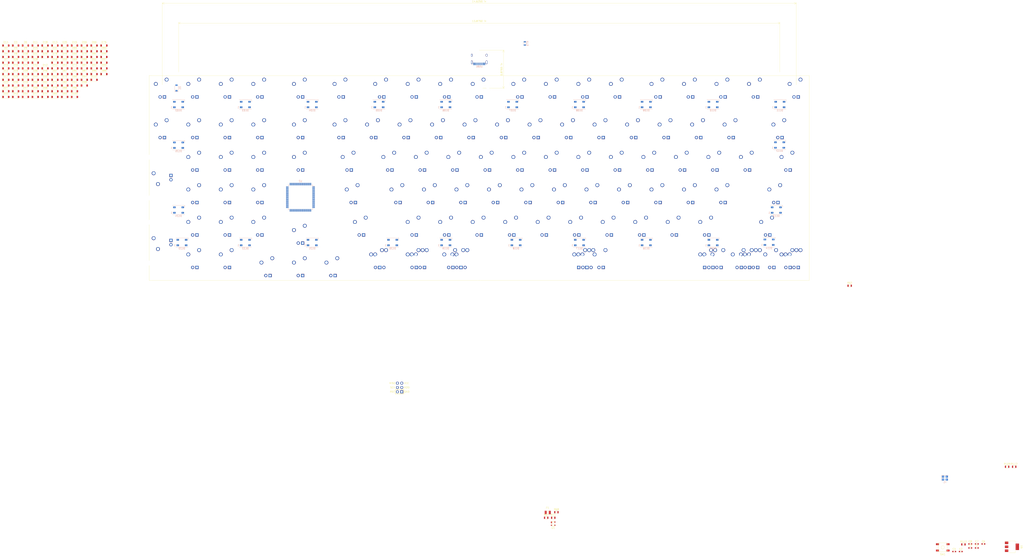
<source format=kicad_pcb>
(kicad_pcb (version 20171130) (host pcbnew "(5.1.5)-3")
  (layers (0 F.Cu signal) (31 B.Cu signal) (34 B.Paste user) (35 F.Paste user) (36 B.SilkS user) (37 F.SilkS user) (38 B.Mask user) (39 F.Mask user) (44 Edge.Cuts user))
  (net 0 "")
  (net 1 GND)
  (net 2 "Net-(C2-Pad1)")
  (net 3 XTAL1)
  (net 4 XTAL2)
  (net 5 +5V)
  (net 6 RESET)
  (net 7 MOSI)
  (net 8 SCK)
  (net 9 MISO)
  (net 10 VCC)
  (net 11 D-)
  (net 12 D+)
  (net 13 "Net-(Q1-Pad1)")
  (net 14 LedGND)
  (net 15 "Net-(R113-Pad1)")
  (net 16 "Net-(D1-Pad2)")
  (net 17 "Net-(R67-Pad2)")
  (net 18 "Net-(R68-Pad2)")
  (net 19 "Net-(R73-Pad2)")
  (net 20 "Net-(R74-Pad2)")
  (net 21 "Net-(D102-Pad1)")
  (net 22 "Net-(D102-Pad2)")
  (net 23 "Net-(D102-Pad3)")
  (net 24 "Net-(D103-Pad2)")
  (net 25 "Net-(D104-Pad2)")
  (net 26 "Net-(D105-Pad2)")
  (net 27 "Net-(D106-Pad2)")
  (net 28 "Net-(D107-Pad2)")
  (net 29 "Net-(D108-Pad2)")
  (net 30 "Net-(D109-Pad2)")
  (net 31 "Net-(D110-Pad2)")
  (net 32 "Net-(D111-Pad2)")
  (net 33 "Net-(D112-Pad2)")
  (net 34 "Net-(D113-Pad2)")
  (net 35 "Net-(D114-Pad2)")
  (net 36 "Net-(D115-Pad2)")
  (net 37 "Net-(D116-Pad4)")
  (net 38 "Net-(D117-Pad4)")
  (net 39 "Net-(D118-Pad4)")
  (net 40 "Net-(D119-Pad4)")
  (net 41 "Net-(D120-Pad4)")
  (net 42 "Net-(D121-Pad4)")
  (net 43 "Net-(D122-Pad4)")
  (net 44 "Net-(D123-Pad4)")
  (net 45 "Net-(D124-Pad4)")
  (net 46 "Net-(D125-Pad4)")
  (net 47 "Net-(D85-Pad2)")
  (net 48 "Net-(D35-Pad2)")
  (net 49 "Net-(D41-Pad2)")
  (net 50 "Net-(D47-Pad2)")
  (net 51 "Net-(D53-Pad2)")
  (net 52 "Net-(D57-Pad2)")
  (net 53 "Net-(D63-Pad2)")
  (net 54 "Net-(D68-Pad2)")
  (net 55 "Net-(D73-Pad2)")
  (net 56 "Net-(D79-Pad2)")
  (net 57 "Net-(D93-Pad2)")
  (net 58 "Net-(D95-Pad2)")
  (net 59 "Net-(D91-Pad2)")
  (net 60 "Net-(D88-Pad2)")
  (net 61 "Net-(D87-Pad2)")
  (net 62 "Net-(D76-Pad2)")
  (net 63 "Net-(D82-Pad2)")
  (net 64 "Net-(D92-Pad2)")
  (net 65 "Net-(D96-Pad2)")
  (net 66 "Net-(D29-Pad2)")
  (net 67 "Net-(D37-Pad2)")
  (net 68 "Net-(D51-Pad2)")
  (net 69 "Net-(D60-Pad2)")
  (net 70 "Net-(D99-Pad2)")
  (net 71 "Net-(D50-Pad2)")
  (net 72 "Net-(D31-Pad2)")
  (net 73 "Net-(D49-Pad2)")
  (net 74 "Net-(D25-Pad2)")
  (net 75 "Net-(D27-Pad2)")
  (net 76 "Net-(D48-Pad2)")
  (net 77 "Net-(D100-Pad2)")
  (net 78 "Net-(D28-Pad2)")
  (net 79 "Net-(D34-Pad2)")
  (net 80 "Net-(D40-Pad2)")
  (net 81 "Net-(D46-Pad2)")
  (net 82 "Net-(D52-Pad2)")
  (net 83 "Net-(D55-Pad2)")
  (net 84 "Net-(D62-Pad2)")
  (net 85 "Net-(D67-Pad2)")
  (net 86 "Net-(D72-Pad2)")
  (net 87 "Net-(D78-Pad2)")
  (net 88 "Net-(D84-Pad2)")
  (net 89 "Net-(D90-Pad2)")
  (net 90 "Net-(D94-Pad2)")
  (net 91 "Net-(D97-Pad2)")
  (net 92 "Net-(D98-Pad2)")
  (net 93 "Net-(D5-Pad2)")
  (net 94 "Net-(D11-Pad2)")
  (net 95 "Net-(D17-Pad2)")
  (net 96 "Net-(D59-Pad2)")
  (net 97 "Net-(D65-Pad2)")
  (net 98 "Net-(D74-Pad2)")
  (net 99 "Net-(D24-Pad2)")
  (net 100 "Net-(D70-Pad2)")
  (net 101 "Net-(D75-Pad2)")
  (net 102 "Net-(D81-Pad2)")
  (net 103 "Net-(D39-Pad2)")
  (net 104 "Net-(D33-Pad2)")
  (net 105 "Net-(D32-Pad2)")
  (net 106 "Net-(D45-Pad2)")
  (net 107 "Net-(D71-Pad2)")
  (net 108 "Net-(D66-Pad2)")
  (net 109 "Net-(D10-Pad2)")
  (net 110 "Net-(D9-Pad2)")
  (net 111 "Net-(D15-Pad2)")
  (net 112 "Net-(D21-Pad2)")
  (net 113 "Net-(D8-Pad2)")
  (net 114 "Net-(D14-Pad2)")
  (net 115 "Net-(D20-Pad2)")
  (net 116 "Net-(D7-Pad2)")
  (net 117 "Net-(D13-Pad2)")
  (net 118 "Net-(D19-Pad2)")
  (net 119 "Net-(D6-Pad2)")
  (net 120 "Net-(D3-Pad2)")
  (net 121 "Net-(D2-Pad2)")
  (net 122 "Net-(D12-Pad2)")
  (net 123 "Net-(D16-Pad2)")
  (net 124 "Net-(D4-Pad2)")
  (net 125 "Net-(D18-Pad2)")
  (net 126 "Net-(D80-Pad2)")
  (net 127 "Net-(D86-Pad2)")
  (net 128 "Net-(D23-Pad2)")
  (net 129 "Net-(D36-Pad2)")
  (net 130 "Net-(D54-Pad2)")
  (net 131 "Net-(D77-Pad2)")
  (net 132 "Net-(D89-Pad2)")
  (net 133 "Net-(D22-Pad2)")
  (net 134 "Net-(D101-Pad2)")
  (net 135 "Net-(D83-Pad2)")
  (net 136 "Net-(D43-Pad2)")
  (net 137 "Net-(D61-Pad2)")
  (net 138 "Net-(D58-Pad2)")
  (net 139 "Net-(D30-Pad2)")
  (net 140 "Net-(D69-Pad2)")
  (net 141 "Net-(D26-Pad2)")
  (net 142 "Net-(D56-Pad2)")
  (net 143 "Net-(D42-Pad2)")
  (net 144 "Net-(D44-Pad2)")
  (net 145 "Net-(D64-Pad2)")
  (net 146 "Net-(D38-Pad2)")
  (module random-keyboard-parts:R_0805 (layer F.Cu) (at 438.15 139.192)
    (fp_text reference R52 (at 0 -1.65) (layer F.SilkS))
    (fp_text value 500)
    (pad 1 smd rect (at -0.95 0) (size 0.7 1.3) (layers F.Cu F.Paste F.Mask))
    (pad 2 smd rect (at 0.95 0) (size 0.7 1.3) (layers F.Cu F.Paste F.Mask))
  )
  (module MX_Only:MXOnly-2.75U-ReversedStabilizers (layer F.Cu) (at 390.11225 104.331)
    (fp_text reference MX_RShift2)
    (fp_text value "2,75U FLIPPED")
    (pad "" np_thru_hole circle (at 11.938 -8.255) (size 3.9878 3.9878) (drill 3.9878) (layers *.Cu *.Mask))
    (pad "" np_thru_hole circle (at -11.938 -8.255) (size 3.9878 3.9878) (drill 3.9878) (layers *.Cu *.Mask))
    (pad "" np_thru_hole circle (at 11.938 6.985) (size 3.048 3.048) (drill 3.048) (layers *.Cu *.Mask))
    (pad "" np_thru_hole circle (at -11.938 6.985) (size 3.048 3.048) (drill 3.048) (layers *.Cu *.Mask))
    (pad "" np_thru_hole circle (at 5.08 0 48.0996) (size 1.75 1.75) (drill 1.75) (layers *.Cu *.Mask))
    (pad "" np_thru_hole circle (at -5.08 0 48.0996) (size 1.75 1.75) (drill 1.75) (layers *.Cu *.Mask))
    (pad 4 thru_hole rect (at 1.27 5.08) (size 1.905 1.905) (drill 1.04) (layers *.Cu B.Mask))
    (pad 3 thru_hole circle (at -1.27 5.08) (size 1.905 1.905) (drill 1.04) (layers *.Cu B.Mask))
    (pad 1 thru_hole circle (at -3.81 -2.54) (size 2.25 2.25) (drill 1.47) (layers *.Cu B.Mask))
    (pad "" np_thru_hole circle (at 0 0) (size 3.9878 3.9878) (drill 3.9878) (layers *.Cu *.Mask))
    (pad 2 thru_hole circle (at 2.54 -5.08) (size 2.25 2.25) (drill 1.47) (layers *.Cu B.Mask) (net 134 "Net-(D101-Pad2)"))
  )
  (module MX_Only:MXOnly-2.25U-ReversedStabilizers (layer F.Cu) (at 151.98725 104.331)
    (fp_text reference MX_LShift1)
    (fp_text value "2,25U FLIPPED")
    (pad "" np_thru_hole circle (at 11.938 -8.255) (size 3.9878 3.9878) (drill 3.9878) (layers *.Cu *.Mask))
    (pad "" np_thru_hole circle (at -11.938 -8.255) (size 3.9878 3.9878) (drill 3.9878) (layers *.Cu *.Mask))
    (pad "" np_thru_hole circle (at 11.938 6.985) (size 3.048 3.048) (drill 3.048) (layers *.Cu *.Mask))
    (pad "" np_thru_hole circle (at -11.938 6.985) (size 3.048 3.048) (drill 3.048) (layers *.Cu *.Mask))
    (pad "" np_thru_hole circle (at 5.08 0 48.0996) (size 1.75 1.75) (drill 1.75) (layers *.Cu *.Mask))
    (pad "" np_thru_hole circle (at -5.08 0 48.0996) (size 1.75 1.75) (drill 1.75) (layers *.Cu *.Mask))
    (pad 4 thru_hole rect (at 1.27 5.08) (size 1.905 1.905) (drill 1.04) (layers *.Cu B.Mask))
    (pad 3 thru_hole circle (at -1.27 5.08) (size 1.905 1.905) (drill 1.04) (layers *.Cu B.Mask))
    (pad 1 thru_hole circle (at -3.81 -2.54) (size 2.25 2.25) (drill 1.47) (layers *.Cu B.Mask))
    (pad "" np_thru_hole circle (at 0 0) (size 3.9878 3.9878) (drill 3.9878) (layers *.Cu *.Mask))
    (pad 2 thru_hole circle (at 2.54 -5.08) (size 2.25 2.25) (drill 1.47) (layers *.Cu B.Mask) (net 105 "Net-(D32-Pad2)"))
  )
  (module random-keyboard-parts:D_SOD-123-Pretty (layer F.Cu) (at -4.625199 18.394641)
    (fp_text reference D101 (at 0 -2) (layer F.SilkS))
    (fp_text value SOD_123)
    (pad 1 smd rect (at -1.65 0) (size 0.9 1.2) (layers F.Cu F.Paste F.Mask))
    (pad 2 smd rect (at 1.65 0) (size 0.9 1.2) (layers F.Cu F.Paste F.Mask) (net 134 "Net-(D101-Pad2)"))
  )
  (module random-keyboard-parts:D_SOD-123-Pretty (layer F.Cu) (at -16.125199 28.444641)
    (fp_text reference D100 (at 0 -2) (layer F.SilkS))
    (fp_text value SOD_123)
    (pad 1 smd rect (at -1.65 0) (size 0.9 1.2) (layers F.Cu F.Paste F.Mask))
    (pad 2 smd rect (at 1.65 0) (size 0.9 1.2) (layers F.Cu F.Paste F.Mask) (net 77 "Net-(D100-Pad2)"))
  )
  (module random-keyboard-parts:D_SOD-123-Pretty (layer F.Cu) (at 1.124801 11.694641)
    (fp_text reference D99 (at 0 -2) (layer F.SilkS))
    (fp_text value SOD_123)
    (pad 1 smd rect (at -1.65 0) (size 0.9 1.2) (layers F.Cu F.Paste F.Mask))
    (pad 2 smd rect (at 1.65 0) (size 0.9 1.2) (layers F.Cu F.Paste F.Mask) (net 70 "Net-(D99-Pad2)"))
  )
  (module random-keyboard-parts:D_SOD-123-Pretty (layer F.Cu) (at -10.375199 21.744641)
    (fp_text reference D98 (at 0 -2) (layer F.SilkS))
    (fp_text value SOD_123)
    (pad 1 smd rect (at -1.65 0) (size 0.9 1.2) (layers F.Cu F.Paste F.Mask))
    (pad 2 smd rect (at 1.65 0) (size 0.9 1.2) (layers F.Cu F.Paste F.Mask) (net 92 "Net-(D98-Pad2)"))
  )
  (module random-keyboard-parts:D_SOD-123-Pretty (layer F.Cu) (at 1.124801 8.344641)
    (fp_text reference D97 (at 0 -2) (layer F.SilkS))
    (fp_text value SOD_123)
    (pad 1 smd rect (at -1.65 0) (size 0.9 1.2) (layers F.Cu F.Paste F.Mask))
    (pad 2 smd rect (at 1.65 0) (size 0.9 1.2) (layers F.Cu F.Paste F.Mask) (net 91 "Net-(D97-Pad2)"))
  )
  (module random-keyboard-parts:D_SOD-123-Pretty (layer F.Cu) (at -16.125199 25.094641)
    (fp_text reference D96 (at 0 -2) (layer F.SilkS))
    (fp_text value SOD_123)
    (pad 1 smd rect (at -1.65 0) (size 0.9 1.2) (layers F.Cu F.Paste F.Mask))
    (pad 2 smd rect (at 1.65 0) (size 0.9 1.2) (layers F.Cu F.Paste F.Mask) (net 65 "Net-(D96-Pad2)"))
  )
  (module random-keyboard-parts:D_SOD-123-Pretty (layer F.Cu) (at -4.625199 15.044641)
    (fp_text reference D95 (at 0 -2) (layer F.SilkS))
    (fp_text value SOD_123)
    (pad 1 smd rect (at -1.65 0) (size 0.9 1.2) (layers F.Cu F.Paste F.Mask))
    (pad 2 smd rect (at 1.65 0) (size 0.9 1.2) (layers F.Cu F.Paste F.Mask) (net 58 "Net-(D95-Pad2)"))
  )
  (module random-keyboard-parts:D_SOD-123-Pretty (layer F.Cu) (at -10.375199 18.394641)
    (fp_text reference D94 (at 0 -2) (layer F.SilkS))
    (fp_text value SOD_123)
    (pad 1 smd rect (at -1.65 0) (size 0.9 1.2) (layers F.Cu F.Paste F.Mask))
    (pad 2 smd rect (at 1.65 0) (size 0.9 1.2) (layers F.Cu F.Paste F.Mask) (net 90 "Net-(D94-Pad2)"))
  )
  (module random-keyboard-parts:D_SOD-123-Pretty (layer F.Cu) (at -21.875199 28.444641)
    (fp_text reference D93 (at 0 -2) (layer F.SilkS))
    (fp_text value SOD_123)
    (pad 1 smd rect (at -1.65 0) (size 0.9 1.2) (layers F.Cu F.Paste F.Mask))
    (pad 2 smd rect (at 1.65 0) (size 0.9 1.2) (layers F.Cu F.Paste F.Mask) (net 57 "Net-(D93-Pad2)"))
  )
  (module random-keyboard-parts:D_SOD-123-Pretty (layer F.Cu) (at -4.625199 11.694641)
    (fp_text reference D92 (at 0 -2) (layer F.SilkS))
    (fp_text value SOD_123)
    (pad 1 smd rect (at -1.65 0) (size 0.9 1.2) (layers F.Cu F.Paste F.Mask))
    (pad 2 smd rect (at 1.65 0) (size 0.9 1.2) (layers F.Cu F.Paste F.Mask) (net 64 "Net-(D92-Pad2)"))
  )
  (module random-keyboard-parts:D_SOD-123-Pretty (layer F.Cu) (at -16.125199 15.044641)
    (fp_text reference D91 (at 0 -2) (layer F.SilkS))
    (fp_text value SOD_123)
    (pad 1 smd rect (at -1.65 0) (size 0.9 1.2) (layers F.Cu F.Paste F.Mask))
    (pad 2 smd rect (at 1.65 0) (size 0.9 1.2) (layers F.Cu F.Paste F.Mask) (net 59 "Net-(D91-Pad2)"))
  )
  (module random-keyboard-parts:D_SOD-123-Pretty (layer F.Cu) (at 1.124801 4.994641)
    (fp_text reference D90 (at 0 -2) (layer F.SilkS))
    (fp_text value SOD_123)
    (pad 1 smd rect (at -1.65 0) (size 0.9 1.2) (layers F.Cu F.Paste F.Mask))
    (pad 2 smd rect (at 1.65 0) (size 0.9 1.2) (layers F.Cu F.Paste F.Mask) (net 89 "Net-(D90-Pad2)"))
  )
  (module random-keyboard-parts:D_SOD-123-Pretty (layer F.Cu) (at 1.124801 15.044641)
    (fp_text reference D89 (at 0 -2) (layer F.SilkS))
    (fp_text value SOD_123)
    (pad 1 smd rect (at -1.65 0) (size 0.9 1.2) (layers F.Cu F.Paste F.Mask))
    (pad 2 smd rect (at 1.65 0) (size 0.9 1.2) (layers F.Cu F.Paste F.Mask) (net 132 "Net-(D89-Pad2)"))
  )
  (module random-keyboard-parts:D_SOD-123-Pretty (layer F.Cu) (at -21.875199 25.094641)
    (fp_text reference D88 (at 0 -2) (layer F.SilkS))
    (fp_text value SOD_123)
    (pad 1 smd rect (at -1.65 0) (size 0.9 1.2) (layers F.Cu F.Paste F.Mask))
    (pad 2 smd rect (at 1.65 0) (size 0.9 1.2) (layers F.Cu F.Paste F.Mask) (net 60 "Net-(D88-Pad2)"))
  )
  (module random-keyboard-parts:D_SOD-123-Pretty (layer F.Cu) (at -10.375199 15.044641)
    (fp_text reference D87 (at 0 -2) (layer F.SilkS))
    (fp_text value SOD_123)
    (pad 1 smd rect (at -1.65 0) (size 0.9 1.2) (layers F.Cu F.Paste F.Mask))
    (pad 2 smd rect (at 1.65 0) (size 0.9 1.2) (layers F.Cu F.Paste F.Mask) (net 61 "Net-(D87-Pad2)"))
  )
  (module random-keyboard-parts:D_SOD-123-Pretty (layer F.Cu) (at -16.125199 18.394641)
    (fp_text reference D86 (at 0 -2) (layer F.SilkS))
    (fp_text value SOD_123)
    (pad 1 smd rect (at -1.65 0) (size 0.9 1.2) (layers F.Cu F.Paste F.Mask))
    (pad 2 smd rect (at 1.65 0) (size 0.9 1.2) (layers F.Cu F.Paste F.Mask) (net 127 "Net-(D86-Pad2)"))
  )
  (module random-keyboard-parts:D_SOD-123-Pretty (layer F.Cu) (at -27.625199 28.444641)
    (fp_text reference D85 (at 0 -2) (layer F.SilkS))
    (fp_text value SOD_123)
    (pad 1 smd rect (at -1.65 0) (size 0.9 1.2) (layers F.Cu F.Paste F.Mask))
    (pad 2 smd rect (at 1.65 0) (size 0.9 1.2) (layers F.Cu F.Paste F.Mask) (net 47 "Net-(D85-Pad2)"))
  )
  (module random-keyboard-parts:D_SOD-123-Pretty (layer F.Cu) (at -10.375199 11.694641)
    (fp_text reference D84 (at 0 -2) (layer F.SilkS))
    (fp_text value SOD_123)
    (pad 1 smd rect (at -1.65 0) (size 0.9 1.2) (layers F.Cu F.Paste F.Mask))
    (pad 2 smd rect (at 1.65 0) (size 0.9 1.2) (layers F.Cu F.Paste F.Mask) (net 88 "Net-(D84-Pad2)"))
  )
  (module random-keyboard-parts:D_SOD-123-Pretty (layer F.Cu) (at 1.124801 1.644641)
    (fp_text reference D83 (at 0 -2) (layer F.SilkS))
    (fp_text value SOD_123)
    (pad 1 smd rect (at -1.65 0) (size 0.9 1.2) (layers F.Cu F.Paste F.Mask))
    (pad 2 smd rect (at 1.65 0) (size 0.9 1.2) (layers F.Cu F.Paste F.Mask) (net 135 "Net-(D83-Pad2)"))
  )
  (module random-keyboard-parts:D_SOD-123-Pretty (layer F.Cu) (at -21.875199 21.744641)
    (fp_text reference D82 (at 0 -2) (layer F.SilkS))
    (fp_text value SOD_123)
    (pad 1 smd rect (at -1.65 0) (size 0.9 1.2) (layers F.Cu F.Paste F.Mask))
    (pad 2 smd rect (at 1.65 0) (size 0.9 1.2) (layers F.Cu F.Paste F.Mask) (net 63 "Net-(D82-Pad2)"))
  )
  (module random-keyboard-parts:D_SOD-123-Pretty (layer F.Cu) (at -4.625199 4.994641)
    (fp_text reference D81 (at 0 -2) (layer F.SilkS))
    (fp_text value SOD_123)
    (pad 1 smd rect (at -1.65 0) (size 0.9 1.2) (layers F.Cu F.Paste F.Mask))
    (pad 2 smd rect (at 1.65 0) (size 0.9 1.2) (layers F.Cu F.Paste F.Mask) (net 102 "Net-(D81-Pad2)"))
  )
  (module random-keyboard-parts:D_SOD-123-Pretty (layer F.Cu) (at -10.375199 8.344641)
    (fp_text reference D80 (at 0 -2) (layer F.SilkS))
    (fp_text value SOD_123)
    (pad 1 smd rect (at -1.65 0) (size 0.9 1.2) (layers F.Cu F.Paste F.Mask))
    (pad 2 smd rect (at 1.65 0) (size 0.9 1.2) (layers F.Cu F.Paste F.Mask) (net 126 "Net-(D80-Pad2)"))
  )
  (module random-keyboard-parts:D_SOD-123-Pretty (layer F.Cu) (at -27.625199 25.094641)
    (fp_text reference D79 (at 0 -2) (layer F.SilkS))
    (fp_text value SOD_123)
    (pad 1 smd rect (at -1.65 0) (size 0.9 1.2) (layers F.Cu F.Paste F.Mask))
    (pad 2 smd rect (at 1.65 0) (size 0.9 1.2) (layers F.Cu F.Paste F.Mask) (net 56 "Net-(D79-Pad2)"))
  )
  (module random-keyboard-parts:D_SOD-123-Pretty (layer F.Cu) (at -27.625199 4.994641)
    (fp_text reference D78 (at 0 -2) (layer F.SilkS))
    (fp_text value SOD_123)
    (pad 1 smd rect (at -1.65 0) (size 0.9 1.2) (layers F.Cu F.Paste F.Mask))
    (pad 2 smd rect (at 1.65 0) (size 0.9 1.2) (layers F.Cu F.Paste F.Mask) (net 87 "Net-(D78-Pad2)"))
  )
  (module random-keyboard-parts:D_SOD-123-Pretty (layer F.Cu) (at -39.125199 28.444641)
    (fp_text reference D77 (at 0 -2) (layer F.SilkS))
    (fp_text value SOD_123)
    (pad 1 smd rect (at -1.65 0) (size 0.9 1.2) (layers F.Cu F.Paste F.Mask))
    (pad 2 smd rect (at 1.65 0) (size 0.9 1.2) (layers F.Cu F.Paste F.Mask) (net 131 "Net-(D77-Pad2)"))
  )
  (module random-keyboard-parts:D_SOD-123-Pretty (layer F.Cu) (at 1.124801 -1.705359)
    (fp_text reference D76 (at 0 -2) (layer F.SilkS))
    (fp_text value SOD_123)
    (pad 1 smd rect (at -1.65 0) (size 0.9 1.2) (layers F.Cu F.Paste F.Mask))
    (pad 2 smd rect (at 1.65 0) (size 0.9 1.2) (layers F.Cu F.Paste F.Mask) (net 62 "Net-(D76-Pad2)"))
  )
  (module random-keyboard-parts:D_SOD-123-Pretty (layer F.Cu) (at -21.875199 18.394641)
    (fp_text reference D75 (at 0 -2) (layer F.SilkS))
    (fp_text value SOD_123)
    (pad 1 smd rect (at -1.65 0) (size 0.9 1.2) (layers F.Cu F.Paste F.Mask))
    (pad 2 smd rect (at 1.65 0) (size 0.9 1.2) (layers F.Cu F.Paste F.Mask) (net 101 "Net-(D75-Pad2)"))
  )
  (module random-keyboard-parts:D_SOD-123-Pretty (layer F.Cu) (at -33.375199 28.444641)
    (fp_text reference D74 (at 0 -2) (layer F.SilkS))
    (fp_text value SOD_123)
    (pad 1 smd rect (at -1.65 0) (size 0.9 1.2) (layers F.Cu F.Paste F.Mask))
    (pad 2 smd rect (at 1.65 0) (size 0.9 1.2) (layers F.Cu F.Paste F.Mask) (net 98 "Net-(D74-Pad2)"))
  )
  (module random-keyboard-parts:D_SOD-123-Pretty (layer F.Cu) (at -16.125199 11.694641)
    (fp_text reference D73 (at 0 -2) (layer F.SilkS))
    (fp_text value SOD_123)
    (pad 1 smd rect (at -1.65 0) (size 0.9 1.2) (layers F.Cu F.Paste F.Mask))
    (pad 2 smd rect (at 1.65 0) (size 0.9 1.2) (layers F.Cu F.Paste F.Mask) (net 55 "Net-(D73-Pad2)"))
  )
  (module random-keyboard-parts:D_SOD-123-Pretty (layer F.Cu) (at -4.625199 1.644641)
    (fp_text reference D72 (at 0 -2) (layer F.SilkS))
    (fp_text value SOD_123)
    (pad 1 smd rect (at -1.65 0) (size 0.9 1.2) (layers F.Cu F.Paste F.Mask))
    (pad 2 smd rect (at 1.65 0) (size 0.9 1.2) (layers F.Cu F.Paste F.Mask) (net 86 "Net-(D72-Pad2)"))
  )
  (module random-keyboard-parts:D_SOD-123-Pretty (layer F.Cu) (at -27.625199 21.744641)
    (fp_text reference D71 (at 0 -2) (layer F.SilkS))
    (fp_text value SOD_123)
    (pad 1 smd rect (at -1.65 0) (size 0.9 1.2) (layers F.Cu F.Paste F.Mask))
    (pad 2 smd rect (at 1.65 0) (size 0.9 1.2) (layers F.Cu F.Paste F.Mask) (net 107 "Net-(D71-Pad2)"))
  )
  (module random-keyboard-parts:D_SOD-123-Pretty (layer F.Cu) (at -10.375199 4.994641)
    (fp_text reference D70 (at 0 -2) (layer F.SilkS))
    (fp_text value SOD_123)
    (pad 1 smd rect (at -1.65 0) (size 0.9 1.2) (layers F.Cu F.Paste F.Mask))
    (pad 2 smd rect (at 1.65 0) (size 0.9 1.2) (layers F.Cu F.Paste F.Mask) (net 100 "Net-(D70-Pad2)"))
  )
  (module random-keyboard-parts:D_SOD-123-Pretty (layer F.Cu) (at -16.125199 8.344641)
    (fp_text reference D69 (at 0 -2) (layer F.SilkS))
    (fp_text value SOD_123)
    (pad 1 smd rect (at -1.65 0) (size 0.9 1.2) (layers F.Cu F.Paste F.Mask))
    (pad 2 smd rect (at 1.65 0) (size 0.9 1.2) (layers F.Cu F.Paste F.Mask) (net 140 "Net-(D69-Pad2)"))
  )
  (module random-keyboard-parts:D_SOD-123-Pretty (layer F.Cu) (at -33.375199 25.094641)
    (fp_text reference D68 (at 0 -2) (layer F.SilkS))
    (fp_text value SOD_123)
    (pad 1 smd rect (at -1.65 0) (size 0.9 1.2) (layers F.Cu F.Paste F.Mask))
    (pad 2 smd rect (at 1.65 0) (size 0.9 1.2) (layers F.Cu F.Paste F.Mask) (net 54 "Net-(D68-Pad2)"))
  )
  (module random-keyboard-parts:D_SOD-123-Pretty (layer F.Cu) (at -21.875199 15.044641)
    (fp_text reference D67 (at 0 -2) (layer F.SilkS))
    (fp_text value SOD_123)
    (pad 1 smd rect (at -1.65 0) (size 0.9 1.2) (layers F.Cu F.Paste F.Mask))
    (pad 2 smd rect (at 1.65 0) (size 0.9 1.2) (layers F.Cu F.Paste F.Mask) (net 85 "Net-(D67-Pad2)"))
  )
  (module random-keyboard-parts:D_SOD-123-Pretty (layer F.Cu) (at -4.625199 -1.705359)
    (fp_text reference D66 (at 0 -2) (layer F.SilkS))
    (fp_text value SOD_123)
    (pad 1 smd rect (at -1.65 0) (size 0.9 1.2) (layers F.Cu F.Paste F.Mask))
    (pad 2 smd rect (at 1.65 0) (size 0.9 1.2) (layers F.Cu F.Paste F.Mask) (net 108 "Net-(D66-Pad2)"))
  )
  (module random-keyboard-parts:D_SOD-123-Pretty (layer F.Cu) (at -16.125199 1.644641)
    (fp_text reference D65 (at 0 -2) (layer F.SilkS))
    (fp_text value SOD_123)
    (pad 1 smd rect (at -1.65 0) (size 0.9 1.2) (layers F.Cu F.Paste F.Mask))
    (pad 2 smd rect (at 1.65 0) (size 0.9 1.2) (layers F.Cu F.Paste F.Mask) (net 97 "Net-(D65-Pad2)"))
  )
  (module random-keyboard-parts:D_SOD-123-Pretty (layer F.Cu) (at -16.125199 21.744641)
    (fp_text reference D64 (at 0 -2) (layer F.SilkS))
    (fp_text value SOD_123)
    (pad 1 smd rect (at -1.65 0) (size 0.9 1.2) (layers F.Cu F.Paste F.Mask))
    (pad 2 smd rect (at 1.65 0) (size 0.9 1.2) (layers F.Cu F.Paste F.Mask) (net 145 "Net-(D64-Pad2)"))
  )
  (module random-keyboard-parts:D_SOD-123-Pretty (layer F.Cu) (at -21.875199 11.694641)
    (fp_text reference D63 (at 0 -2) (layer F.SilkS))
    (fp_text value SOD_123)
    (pad 1 smd rect (at -1.65 0) (size 0.9 1.2) (layers F.Cu F.Paste F.Mask))
    (pad 2 smd rect (at 1.65 0) (size 0.9 1.2) (layers F.Cu F.Paste F.Mask) (net 53 "Net-(D63-Pad2)"))
  )
  (module random-keyboard-parts:D_SOD-123-Pretty (layer F.Cu) (at -10.375199 1.644641)
    (fp_text reference D62 (at 0 -2) (layer F.SilkS))
    (fp_text value SOD_123)
    (pad 1 smd rect (at -1.65 0) (size 0.9 1.2) (layers F.Cu F.Paste F.Mask))
    (pad 2 smd rect (at 1.65 0) (size 0.9 1.2) (layers F.Cu F.Paste F.Mask) (net 84 "Net-(D62-Pad2)"))
  )
  (module random-keyboard-parts:D_SOD-123-Pretty (layer F.Cu) (at -33.375199 21.744641)
    (fp_text reference D61 (at 0 -2) (layer F.SilkS))
    (fp_text value SOD_123)
    (pad 1 smd rect (at -1.65 0) (size 0.9 1.2) (layers F.Cu F.Paste F.Mask))
    (pad 2 smd rect (at 1.65 0) (size 0.9 1.2) (layers F.Cu F.Paste F.Mask) (net 137 "Net-(D61-Pad2)"))
  )
  (module random-keyboard-parts:D_SOD-123-Pretty (layer F.Cu) (at -16.125199 4.994641)
    (fp_text reference D60 (at 0 -2) (layer F.SilkS))
    (fp_text value SOD_123)
    (pad 1 smd rect (at -1.65 0) (size 0.9 1.2) (layers F.Cu F.Paste F.Mask))
    (pad 2 smd rect (at 1.65 0) (size 0.9 1.2) (layers F.Cu F.Paste F.Mask) (net 69 "Net-(D60-Pad2)"))
  )
  (module random-keyboard-parts:D_SOD-123-Pretty (layer F.Cu) (at -21.875199 8.344641)
    (fp_text reference D59 (at 0 -2) (layer F.SilkS))
    (fp_text value SOD_123)
    (pad 1 smd rect (at -1.65 0) (size 0.9 1.2) (layers F.Cu F.Paste F.Mask))
    (pad 2 smd rect (at 1.65 0) (size 0.9 1.2) (layers F.Cu F.Paste F.Mask) (net 96 "Net-(D59-Pad2)"))
  )
  (module random-keyboard-parts:D_SOD-123-Pretty (layer F.Cu) (at -39.125199 25.094641)
    (fp_text reference D58 (at 0 -2) (layer F.SilkS))
    (fp_text value SOD_123)
    (pad 1 smd rect (at -1.65 0) (size 0.9 1.2) (layers F.Cu F.Paste F.Mask))
    (pad 2 smd rect (at 1.65 0) (size 0.9 1.2) (layers F.Cu F.Paste F.Mask) (net 138 "Net-(D58-Pad2)"))
  )
  (module random-keyboard-parts:D_SOD-123-Pretty (layer F.Cu) (at -27.625199 15.044641)
    (fp_text reference D57 (at 0 -2) (layer F.SilkS))
    (fp_text value SOD_123)
    (pad 1 smd rect (at -1.65 0) (size 0.9 1.2) (layers F.Cu F.Paste F.Mask))
    (pad 2 smd rect (at 1.65 0) (size 0.9 1.2) (layers F.Cu F.Paste F.Mask) (net 52 "Net-(D57-Pad2)"))
  )
  (module random-keyboard-parts:D_SOD-123-Pretty (layer F.Cu) (at -10.375199 -1.705359)
    (fp_text reference D56 (at 0 -2) (layer F.SilkS))
    (fp_text value SOD_123)
    (pad 1 smd rect (at -1.65 0) (size 0.9 1.2) (layers F.Cu F.Paste F.Mask))
    (pad 2 smd rect (at 1.65 0) (size 0.9 1.2) (layers F.Cu F.Paste F.Mask) (net 142 "Net-(D56-Pad2)"))
  )
  (module random-keyboard-parts:D_SOD-123-Pretty (layer F.Cu) (at -33.375199 18.394641)
    (fp_text reference D55 (at 0 -2) (layer F.SilkS))
    (fp_text value SOD_123)
    (pad 1 smd rect (at -1.65 0) (size 0.9 1.2) (layers F.Cu F.Paste F.Mask))
    (pad 2 smd rect (at 1.65 0) (size 0.9 1.2) (layers F.Cu F.Paste F.Mask) (net 83 "Net-(D55-Pad2)"))
  )
  (module random-keyboard-parts:D_SOD-123-Pretty (layer F.Cu) (at -44.875199 28.444641)
    (fp_text reference D54 (at 0 -2) (layer F.SilkS))
    (fp_text value SOD_123)
    (pad 1 smd rect (at -1.65 0) (size 0.9 1.2) (layers F.Cu F.Paste F.Mask))
    (pad 2 smd rect (at 1.65 0) (size 0.9 1.2) (layers F.Cu F.Paste F.Mask) (net 130 "Net-(D54-Pad2)"))
  )
  (module random-keyboard-parts:D_SOD-123-Pretty (layer F.Cu) (at -27.625199 11.694641)
    (fp_text reference D53 (at 0 -2) (layer F.SilkS))
    (fp_text value SOD_123)
    (pad 1 smd rect (at -1.65 0) (size 0.9 1.2) (layers F.Cu F.Paste F.Mask))
    (pad 2 smd rect (at 1.65 0) (size 0.9 1.2) (layers F.Cu F.Paste F.Mask) (net 51 "Net-(D53-Pad2)"))
  )
  (module random-keyboard-parts:D_SOD-123-Pretty (layer F.Cu) (at -27.625199 18.394641)
    (fp_text reference D52 (at 0 -2) (layer F.SilkS))
    (fp_text value SOD_123)
    (pad 1 smd rect (at -1.65 0) (size 0.9 1.2) (layers F.Cu F.Paste F.Mask))
    (pad 2 smd rect (at 1.65 0) (size 0.9 1.2) (layers F.Cu F.Paste F.Mask) (net 82 "Net-(D52-Pad2)"))
  )
  (module random-keyboard-parts:D_SOD-123-Pretty (layer F.Cu) (at -4.625199 8.344641)
    (fp_text reference D51 (at 0 -2) (layer F.SilkS))
    (fp_text value SOD_123)
    (pad 1 smd rect (at -1.65 0) (size 0.9 1.2) (layers F.Cu F.Paste F.Mask))
    (pad 2 smd rect (at 1.65 0) (size 0.9 1.2) (layers F.Cu F.Paste F.Mask) (net 68 "Net-(D51-Pad2)"))
  )
  (module random-keyboard-parts:D_SOD-123-Pretty (layer F.Cu) (at -39.125199 21.744641)
    (fp_text reference D50 (at 0 -2) (layer F.SilkS))
    (fp_text value SOD_123)
    (pad 1 smd rect (at -1.65 0) (size 0.9 1.2) (layers F.Cu F.Paste F.Mask))
    (pad 2 smd rect (at 1.65 0) (size 0.9 1.2) (layers F.Cu F.Paste F.Mask) (net 71 "Net-(D50-Pad2)"))
  )
  (module random-keyboard-parts:D_SOD-123-Pretty (layer F.Cu) (at -21.875199 4.994641)
    (fp_text reference D49 (at 0 -2) (layer F.SilkS))
    (fp_text value SOD_123)
    (pad 1 smd rect (at -1.65 0) (size 0.9 1.2) (layers F.Cu F.Paste F.Mask))
    (pad 2 smd rect (at 1.65 0) (size 0.9 1.2) (layers F.Cu F.Paste F.Mask) (net 73 "Net-(D49-Pad2)"))
  )
  (module random-keyboard-parts:D_SOD-123-Pretty (layer F.Cu) (at -27.625199 8.344641)
    (fp_text reference D48 (at 0 -2) (layer F.SilkS))
    (fp_text value SOD_123)
    (pad 1 smd rect (at -1.65 0) (size 0.9 1.2) (layers F.Cu F.Paste F.Mask))
    (pad 2 smd rect (at 1.65 0) (size 0.9 1.2) (layers F.Cu F.Paste F.Mask) (net 76 "Net-(D48-Pad2)"))
  )
  (module random-keyboard-parts:D_SOD-123-Pretty (layer F.Cu) (at -44.875199 25.094641)
    (fp_text reference D47 (at 0 -2) (layer F.SilkS))
    (fp_text value SOD_123)
    (pad 1 smd rect (at -1.65 0) (size 0.9 1.2) (layers F.Cu F.Paste F.Mask))
    (pad 2 smd rect (at 1.65 0) (size 0.9 1.2) (layers F.Cu F.Paste F.Mask) (net 50 "Net-(D47-Pad2)"))
  )
  (module random-keyboard-parts:D_SOD-123-Pretty (layer F.Cu) (at -33.375199 15.044641)
    (fp_text reference D46 (at 0 -2) (layer F.SilkS))
    (fp_text value SOD_123)
    (pad 1 smd rect (at -1.65 0) (size 0.9 1.2) (layers F.Cu F.Paste F.Mask))
    (pad 2 smd rect (at 1.65 0) (size 0.9 1.2) (layers F.Cu F.Paste F.Mask) (net 81 "Net-(D46-Pad2)"))
  )
  (module random-keyboard-parts:D_SOD-123-Pretty (layer F.Cu) (at -16.125199 -1.705359)
    (fp_text reference D45 (at 0 -2) (layer F.SilkS))
    (fp_text value SOD_123)
    (pad 1 smd rect (at -1.65 0) (size 0.9 1.2) (layers F.Cu F.Paste F.Mask))
    (pad 2 smd rect (at 1.65 0) (size 0.9 1.2) (layers F.Cu F.Paste F.Mask) (net 106 "Net-(D45-Pad2)"))
  )
  (module random-keyboard-parts:D_SOD-123-Pretty (layer F.Cu) (at -39.125199 18.394641)
    (fp_text reference D44 (at 0 -2) (layer F.SilkS))
    (fp_text value SOD_123)
    (pad 1 smd rect (at -1.65 0) (size 0.9 1.2) (layers F.Cu F.Paste F.Mask))
    (pad 2 smd rect (at 1.65 0) (size 0.9 1.2) (layers F.Cu F.Paste F.Mask) (net 144 "Net-(D44-Pad2)"))
  )
  (module random-keyboard-parts:D_SOD-123-Pretty (layer F.Cu) (at -50.625199 28.444641)
    (fp_text reference D43 (at 0 -2) (layer F.SilkS))
    (fp_text value SOD_123)
    (pad 1 smd rect (at -1.65 0) (size 0.9 1.2) (layers F.Cu F.Paste F.Mask))
    (pad 2 smd rect (at 1.65 0) (size 0.9 1.2) (layers F.Cu F.Paste F.Mask) (net 136 "Net-(D43-Pad2)"))
  )
  (module random-keyboard-parts:D_SOD-123-Pretty (layer F.Cu) (at -33.375199 11.694641)
    (fp_text reference D42 (at 0 -2) (layer F.SilkS))
    (fp_text value SOD_123)
    (pad 1 smd rect (at -1.65 0) (size 0.9 1.2) (layers F.Cu F.Paste F.Mask))
    (pad 2 smd rect (at 1.65 0) (size 0.9 1.2) (layers F.Cu F.Paste F.Mask) (net 143 "Net-(D42-Pad2)"))
  )
  (module random-keyboard-parts:D_SOD-123-Pretty (layer F.Cu) (at -21.875199 1.644641)
    (fp_text reference D41 (at 0 -2) (layer F.SilkS))
    (fp_text value SOD_123)
    (pad 1 smd rect (at -1.65 0) (size 0.9 1.2) (layers F.Cu F.Paste F.Mask))
    (pad 2 smd rect (at 1.65 0) (size 0.9 1.2) (layers F.Cu F.Paste F.Mask) (net 49 "Net-(D41-Pad2)"))
  )
  (module random-keyboard-parts:D_SOD-123-Pretty (layer F.Cu) (at -44.875199 21.744641)
    (fp_text reference D40 (at 0 -2) (layer F.SilkS))
    (fp_text value SOD_123)
    (pad 1 smd rect (at -1.65 0) (size 0.9 1.2) (layers F.Cu F.Paste F.Mask))
    (pad 2 smd rect (at 1.65 0) (size 0.9 1.2) (layers F.Cu F.Paste F.Mask) (net 80 "Net-(D40-Pad2)"))
  )
  (module random-keyboard-parts:D_SOD-123-Pretty (layer F.Cu) (at -44.875199 15.044641)
    (fp_text reference D39 (at 0 -2) (layer F.SilkS))
    (fp_text value SOD_123)
    (pad 1 smd rect (at -1.65 0) (size 0.9 1.2) (layers F.Cu F.Paste F.Mask))
    (pad 2 smd rect (at 1.65 0) (size 0.9 1.2) (layers F.Cu F.Paste F.Mask) (net 103 "Net-(D39-Pad2)"))
  )
  (module random-keyboard-parts:D_SOD-123-Pretty (layer F.Cu) (at -44.875199 4.994641)
    (fp_text reference D38 (at 0 -2) (layer F.SilkS))
    (fp_text value SOD_123)
    (pad 1 smd rect (at -1.65 0) (size 0.9 1.2) (layers F.Cu F.Paste F.Mask))
    (pad 2 smd rect (at 1.65 0) (size 0.9 1.2) (layers F.Cu F.Paste F.Mask) (net 146 "Net-(D38-Pad2)"))
  )
  (module random-keyboard-parts:D_SOD-123-Pretty (layer F.Cu) (at -50.625199 25.094641)
    (fp_text reference D37 (at 0 -2) (layer F.SilkS))
    (fp_text value SOD_123)
    (pad 1 smd rect (at -1.65 0) (size 0.9 1.2) (layers F.Cu F.Paste F.Mask))
    (pad 2 smd rect (at 1.65 0) (size 0.9 1.2) (layers F.Cu F.Paste F.Mask) (net 67 "Net-(D37-Pad2)"))
  )
  (module random-keyboard-parts:D_SOD-123-Pretty (layer F.Cu) (at -39.125199 15.044641)
    (fp_text reference D36 (at 0 -2) (layer F.SilkS))
    (fp_text value SOD_123)
    (pad 1 smd rect (at -1.65 0) (size 0.9 1.2) (layers F.Cu F.Paste F.Mask))
    (pad 2 smd rect (at 1.65 0) (size 0.9 1.2) (layers F.Cu F.Paste F.Mask) (net 129 "Net-(D36-Pad2)"))
  )
  (module random-keyboard-parts:D_SOD-123-Pretty (layer F.Cu) (at -21.875199 -1.705359)
    (fp_text reference D35 (at 0 -2) (layer F.SilkS))
    (fp_text value SOD_123)
    (pad 1 smd rect (at -1.65 0) (size 0.9 1.2) (layers F.Cu F.Paste F.Mask))
    (pad 2 smd rect (at 1.65 0) (size 0.9 1.2) (layers F.Cu F.Paste F.Mask) (net 48 "Net-(D35-Pad2)"))
  )
  (module random-keyboard-parts:D_SOD-123-Pretty (layer F.Cu) (at -44.875199 18.394641)
    (fp_text reference D34 (at 0 -2) (layer F.SilkS))
    (fp_text value SOD_123)
    (pad 1 smd rect (at -1.65 0) (size 0.9 1.2) (layers F.Cu F.Paste F.Mask))
    (pad 2 smd rect (at 1.65 0) (size 0.9 1.2) (layers F.Cu F.Paste F.Mask) (net 79 "Net-(D34-Pad2)"))
  )
  (module random-keyboard-parts:D_SOD-123-Pretty (layer F.Cu) (at -56.375199 28.444641)
    (fp_text reference D33 (at 0 -2) (layer F.SilkS))
    (fp_text value SOD_123)
    (pad 1 smd rect (at -1.65 0) (size 0.9 1.2) (layers F.Cu F.Paste F.Mask))
    (pad 2 smd rect (at 1.65 0) (size 0.9 1.2) (layers F.Cu F.Paste F.Mask) (net 104 "Net-(D33-Pad2)"))
  )
  (module random-keyboard-parts:D_SOD-123-Pretty (layer F.Cu) (at -39.125199 11.694641)
    (fp_text reference D32 (at 0 -2) (layer F.SilkS))
    (fp_text value SOD_123)
    (pad 1 smd rect (at -1.65 0) (size 0.9 1.2) (layers F.Cu F.Paste F.Mask))
    (pad 2 smd rect (at 1.65 0) (size 0.9 1.2) (layers F.Cu F.Paste F.Mask) (net 105 "Net-(D32-Pad2)"))
  )
  (module random-keyboard-parts:D_SOD-123-Pretty (layer F.Cu) (at -27.625199 1.644641)
    (fp_text reference D31 (at 0 -2) (layer F.SilkS))
    (fp_text value SOD_123)
    (pad 1 smd rect (at -1.65 0) (size 0.9 1.2) (layers F.Cu F.Paste F.Mask))
    (pad 2 smd rect (at 1.65 0) (size 0.9 1.2) (layers F.Cu F.Paste F.Mask) (net 72 "Net-(D31-Pad2)"))
  )
  (module random-keyboard-parts:D_SOD-123-Pretty (layer F.Cu) (at -50.625199 21.744641)
    (fp_text reference D30 (at 0 -2) (layer F.SilkS))
    (fp_text value SOD_123)
    (pad 1 smd rect (at -1.65 0) (size 0.9 1.2) (layers F.Cu F.Paste F.Mask))
    (pad 2 smd rect (at 1.65 0) (size 0.9 1.2) (layers F.Cu F.Paste F.Mask) (net 139 "Net-(D30-Pad2)"))
  )
  (module random-keyboard-parts:D_SOD-123-Pretty (layer F.Cu) (at -33.375199 4.994641)
    (fp_text reference D29 (at 0 -2) (layer F.SilkS))
    (fp_text value SOD_123)
    (pad 1 smd rect (at -1.65 0) (size 0.9 1.2) (layers F.Cu F.Paste F.Mask))
    (pad 2 smd rect (at 1.65 0) (size 0.9 1.2) (layers F.Cu F.Paste F.Mask) (net 66 "Net-(D29-Pad2)"))
  )
  (module random-keyboard-parts:D_SOD-123-Pretty (layer F.Cu) (at -39.125199 8.344641)
    (fp_text reference D28 (at 0 -2) (layer F.SilkS))
    (fp_text value SOD_123)
    (pad 1 smd rect (at -1.65 0) (size 0.9 1.2) (layers F.Cu F.Paste F.Mask))
    (pad 2 smd rect (at 1.65 0) (size 0.9 1.2) (layers F.Cu F.Paste F.Mask) (net 78 "Net-(D28-Pad2)"))
  )
  (module random-keyboard-parts:D_SOD-123-Pretty (layer F.Cu) (at -56.375199 25.094641)
    (fp_text reference D27 (at 0 -2) (layer F.SilkS))
    (fp_text value SOD_123)
    (pad 1 smd rect (at -1.65 0) (size 0.9 1.2) (layers F.Cu F.Paste F.Mask))
    (pad 2 smd rect (at 1.65 0) (size 0.9 1.2) (layers F.Cu F.Paste F.Mask) (net 75 "Net-(D27-Pad2)"))
  )
  (module random-keyboard-parts:D_SOD-123-Pretty (layer F.Cu) (at -50.625199 8.344641)
    (fp_text reference D26 (at 0 -2) (layer F.SilkS))
    (fp_text value SOD_123)
    (pad 1 smd rect (at -1.65 0) (size 0.9 1.2) (layers F.Cu F.Paste F.Mask))
    (pad 2 smd rect (at 1.65 0) (size 0.9 1.2) (layers F.Cu F.Paste F.Mask) (net 141 "Net-(D26-Pad2)"))
  )
  (module random-keyboard-parts:D_SOD-123-Pretty (layer F.Cu) (at -50.625199 18.394641)
    (fp_text reference D25 (at 0 -2) (layer F.SilkS))
    (fp_text value SOD_123)
    (pad 1 smd rect (at -1.65 0) (size 0.9 1.2) (layers F.Cu F.Paste F.Mask))
    (pad 2 smd rect (at 1.65 0) (size 0.9 1.2) (layers F.Cu F.Paste F.Mask) (net 74 "Net-(D25-Pad2)"))
  )
  (module random-keyboard-parts:D_SOD-123-Pretty (layer F.Cu) (at -44.875199 11.694641)
    (fp_text reference D24 (at 0 -2) (layer F.SilkS))
    (fp_text value SOD_123)
    (pad 1 smd rect (at -1.65 0) (size 0.9 1.2) (layers F.Cu F.Paste F.Mask))
    (pad 2 smd rect (at 1.65 0) (size 0.9 1.2) (layers F.Cu F.Paste F.Mask) (net 99 "Net-(D24-Pad2)"))
  )
  (module random-keyboard-parts:D_SOD-123-Pretty (layer F.Cu) (at -33.375199 1.644641)
    (fp_text reference D23 (at 0 -2) (layer F.SilkS))
    (fp_text value SOD_123)
    (pad 1 smd rect (at -1.65 0) (size 0.9 1.2) (layers F.Cu F.Paste F.Mask))
    (pad 2 smd rect (at 1.65 0) (size 0.9 1.2) (layers F.Cu F.Paste F.Mask) (net 128 "Net-(D23-Pad2)"))
  )
  (module random-keyboard-parts:D_SOD-123-Pretty (layer F.Cu) (at -56.375199 21.744641)
    (fp_text reference D22 (at 0 -2) (layer F.SilkS))
    (fp_text value SOD_123)
    (pad 1 smd rect (at -1.65 0) (size 0.9 1.2) (layers F.Cu F.Paste F.Mask))
    (pad 2 smd rect (at 1.65 0) (size 0.9 1.2) (layers F.Cu F.Paste F.Mask) (net 133 "Net-(D22-Pad2)"))
  )
  (module random-keyboard-parts:D_SOD-123-Pretty (layer F.Cu) (at -39.125199 4.994641)
    (fp_text reference D21 (at 0 -2) (layer F.SilkS))
    (fp_text value SOD_123)
    (pad 1 smd rect (at -1.65 0) (size 0.9 1.2) (layers F.Cu F.Paste F.Mask))
    (pad 2 smd rect (at 1.65 0) (size 0.9 1.2) (layers F.Cu F.Paste F.Mask) (net 112 "Net-(D21-Pad2)"))
  )
  (module random-keyboard-parts:D_SOD-123-Pretty (layer F.Cu) (at -44.875199 8.344641)
    (fp_text reference D20 (at 0 -2) (layer F.SilkS))
    (fp_text value SOD_123)
    (pad 1 smd rect (at -1.65 0) (size 0.9 1.2) (layers F.Cu F.Paste F.Mask))
    (pad 2 smd rect (at 1.65 0) (size 0.9 1.2) (layers F.Cu F.Paste F.Mask) (net 115 "Net-(D20-Pad2)"))
  )
  (module random-keyboard-parts:D_SOD-123-Pretty (layer F.Cu) (at -50.625199 15.044641)
    (fp_text reference D19 (at 0 -2) (layer F.SilkS))
    (fp_text value SOD_123)
    (pad 1 smd rect (at -1.65 0) (size 0.9 1.2) (layers F.Cu F.Paste F.Mask))
    (pad 2 smd rect (at 1.65 0) (size 0.9 1.2) (layers F.Cu F.Paste F.Mask) (net 118 "Net-(D19-Pad2)"))
  )
  (module random-keyboard-parts:D_SOD-123-Pretty (layer F.Cu) (at -33.375199 -1.705359)
    (fp_text reference D18 (at 0 -2) (layer F.SilkS))
    (fp_text value SOD_123)
    (pad 1 smd rect (at -1.65 0) (size 0.9 1.2) (layers F.Cu F.Paste F.Mask))
    (pad 2 smd rect (at 1.65 0) (size 0.9 1.2) (layers F.Cu F.Paste F.Mask) (net 125 "Net-(D18-Pad2)"))
  )
  (module random-keyboard-parts:D_SOD-123-Pretty (layer F.Cu) (at -56.375199 18.394641)
    (fp_text reference D17 (at 0 -2) (layer F.SilkS))
    (fp_text value SOD_123)
    (pad 1 smd rect (at -1.65 0) (size 0.9 1.2) (layers F.Cu F.Paste F.Mask))
    (pad 2 smd rect (at 1.65 0) (size 0.9 1.2) (layers F.Cu F.Paste F.Mask) (net 95 "Net-(D17-Pad2)"))
  )
  (module random-keyboard-parts:D_SOD-123-Pretty (layer F.Cu) (at -50.625199 11.694641)
    (fp_text reference D16 (at 0 -2) (layer F.SilkS))
    (fp_text value SOD_123)
    (pad 1 smd rect (at -1.65 0) (size 0.9 1.2) (layers F.Cu F.Paste F.Mask))
    (pad 2 smd rect (at 1.65 0) (size 0.9 1.2) (layers F.Cu F.Paste F.Mask) (net 123 "Net-(D16-Pad2)"))
  )
  (module random-keyboard-parts:D_SOD-123-Pretty (layer F.Cu) (at -39.125199 1.644641)
    (fp_text reference D15 (at 0 -2) (layer F.SilkS))
    (fp_text value SOD_123)
    (pad 1 smd rect (at -1.65 0) (size 0.9 1.2) (layers F.Cu F.Paste F.Mask))
    (pad 2 smd rect (at 1.65 0) (size 0.9 1.2) (layers F.Cu F.Paste F.Mask) (net 111 "Net-(D15-Pad2)"))
  )
  (module random-keyboard-parts:D_SOD-123-Pretty (layer F.Cu) (at -56.375199 -1.705359)
    (fp_text reference D14 (at 0 -2) (layer F.SilkS))
    (fp_text value SOD_123)
    (pad 1 smd rect (at -1.65 0) (size 0.9 1.2) (layers F.Cu F.Paste F.Mask))
    (pad 2 smd rect (at 1.65 0) (size 0.9 1.2) (layers F.Cu F.Paste F.Mask) (net 114 "Net-(D14-Pad2)"))
  )
  (module random-keyboard-parts:D_SOD-123-Pretty (layer F.Cu) (at -27.625199 -1.705359)
    (fp_text reference D13 (at 0 -2) (layer F.SilkS))
    (fp_text value SOD_123)
    (pad 1 smd rect (at -1.65 0) (size 0.9 1.2) (layers F.Cu F.Paste F.Mask))
    (pad 2 smd rect (at 1.65 0) (size 0.9 1.2) (layers F.Cu F.Paste F.Mask) (net 117 "Net-(D13-Pad2)"))
  )
  (module random-keyboard-parts:D_SOD-123-Pretty (layer F.Cu) (at -56.375199 15.044641)
    (fp_text reference D12 (at 0 -2) (layer F.SilkS))
    (fp_text value SOD_123)
    (pad 1 smd rect (at -1.65 0) (size 0.9 1.2) (layers F.Cu F.Paste F.Mask))
    (pad 2 smd rect (at 1.65 0) (size 0.9 1.2) (layers F.Cu F.Paste F.Mask) (net 122 "Net-(D12-Pad2)"))
  )
  (module random-keyboard-parts:D_SOD-123-Pretty (layer F.Cu) (at -39.125199 -1.705359)
    (fp_text reference D11 (at 0 -2) (layer F.SilkS))
    (fp_text value SOD_123)
    (pad 1 smd rect (at -1.65 0) (size 0.9 1.2) (layers F.Cu F.Paste F.Mask))
    (pad 2 smd rect (at 1.65 0) (size 0.9 1.2) (layers F.Cu F.Paste F.Mask) (net 94 "Net-(D11-Pad2)"))
  )
  (module random-keyboard-parts:D_SOD-123-Pretty (layer F.Cu) (at -56.375199 11.694641)
    (fp_text reference D10 (at 0 -2) (layer F.SilkS))
    (fp_text value SOD_123)
    (pad 1 smd rect (at -1.65 0) (size 0.9 1.2) (layers F.Cu F.Paste F.Mask))
    (pad 2 smd rect (at 1.65 0) (size 0.9 1.2) (layers F.Cu F.Paste F.Mask) (net 109 "Net-(D10-Pad2)"))
  )
  (module random-keyboard-parts:D_SOD-123-Pretty (layer F.Cu) (at -44.875199 1.644641)
    (fp_text reference D9 (at 0 -2) (layer F.SilkS))
    (fp_text value SOD_123)
    (pad 1 smd rect (at -1.65 0) (size 0.9 1.2) (layers F.Cu F.Paste F.Mask))
    (pad 2 smd rect (at 1.65 0) (size 0.9 1.2) (layers F.Cu F.Paste F.Mask) (net 110 "Net-(D9-Pad2)"))
  )
  (module random-keyboard-parts:D_SOD-123-Pretty (layer F.Cu) (at -50.625199 4.994641)
    (fp_text reference D8 (at 0 -2) (layer F.SilkS))
    (fp_text value SOD_123)
    (pad 1 smd rect (at -1.65 0) (size 0.9 1.2) (layers F.Cu F.Paste F.Mask))
    (pad 2 smd rect (at 1.65 0) (size 0.9 1.2) (layers F.Cu F.Paste F.Mask) (net 113 "Net-(D8-Pad2)"))
  )
  (module random-keyboard-parts:D_SOD-123-Pretty (layer F.Cu) (at -56.375199 8.344641)
    (fp_text reference D7 (at 0 -2) (layer F.SilkS))
    (fp_text value SOD_123)
    (pad 1 smd rect (at -1.65 0) (size 0.9 1.2) (layers F.Cu F.Paste F.Mask))
    (pad 2 smd rect (at 1.65 0) (size 0.9 1.2) (layers F.Cu F.Paste F.Mask) (net 116 "Net-(D7-Pad2)"))
  )
  (module random-keyboard-parts:D_SOD-123-Pretty (layer F.Cu) (at -44.875199 -1.705359)
    (fp_text reference D6 (at 0 -2) (layer F.SilkS))
    (fp_text value SOD_123)
    (pad 1 smd rect (at -1.65 0) (size 0.9 1.2) (layers F.Cu F.Paste F.Mask))
    (pad 2 smd rect (at 1.65 0) (size 0.9 1.2) (layers F.Cu F.Paste F.Mask) (net 119 "Net-(D6-Pad2)"))
  )
  (module random-keyboard-parts:D_SOD-123-Pretty (layer F.Cu) (at -50.625199 1.644641)
    (fp_text reference D5 (at 0 -2) (layer F.SilkS))
    (fp_text value SOD_123)
    (pad 1 smd rect (at -1.65 0) (size 0.9 1.2) (layers F.Cu F.Paste F.Mask))
    (pad 2 smd rect (at 1.65 0) (size 0.9 1.2) (layers F.Cu F.Paste F.Mask) (net 93 "Net-(D5-Pad2)"))
  )
  (module random-keyboard-parts:D_SOD-123-Pretty (layer F.Cu) (at -56.375199 4.994641)
    (fp_text reference D4 (at 0 -2) (layer F.SilkS))
    (fp_text value SOD_123)
    (pad 1 smd rect (at -1.65 0) (size 0.9 1.2) (layers F.Cu F.Paste F.Mask))
    (pad 2 smd rect (at 1.65 0) (size 0.9 1.2) (layers F.Cu F.Paste F.Mask) (net 124 "Net-(D4-Pad2)"))
  )
  (module random-keyboard-parts:D_SOD-123-Pretty (layer F.Cu) (at -50.625199 -1.705359)
    (fp_text reference D3 (at 0 -2) (layer F.SilkS))
    (fp_text value SOD_123)
    (pad 1 smd rect (at -1.65 0) (size 0.9 1.2) (layers F.Cu F.Paste F.Mask))
    (pad 2 smd rect (at 1.65 0) (size 0.9 1.2) (layers F.Cu F.Paste F.Mask) (net 120 "Net-(D3-Pad2)"))
  )
  (module random-keyboard-parts:D_SOD-123-Pretty (layer F.Cu) (at -56.375199 1.644641)
    (fp_text reference D2 (at 0 -2) (layer F.SilkS))
    (fp_text value SOD_123)
    (pad 1 smd rect (at -1.65 0) (size 0.9 1.2) (layers F.Cu F.Paste F.Mask))
    (pad 2 smd rect (at 1.65 0) (size 0.9 1.2) (layers F.Cu F.Paste F.Mask) (net 121 "Net-(D2-Pad2)"))
  )
  (module random-keyboard-parts:D_SOD-123-Pretty (layer B.Cu) (at 43.63212 23.20036 90)
    (fp_text reference D1 (at 0 2 270) (layer B.SilkS) (effects (justify mirror)))
    (fp_text value SOD_123)
    (pad 1 smd rect (at -1.65 0 90) (size 0.9 1.2) (layers B.Cu B.Paste B.Mask))
    (pad 2 smd rect (at 1.65 0 90) (size 0.9 1.2) (layers B.Cu B.Paste B.Mask) (net 16 "Net-(D1-Pad2)"))
  )
  (module LED_SMD:LED_WS2812B_PLCC4_5.0x5.0mm_P3.2mm (layer B.Cu) (at 44.8564 56.7436)
    (fp_text reference D125 (at 0 3.5) (layer B.SilkS) (effects (justify mirror)))
    (fp_text value WS2812B)
    (fp_text user 1 (at -4.15 1.6) (layer B.SilkS) (effects (justify mirror)))
    (pad 1 smd rect (at -2.45 1.6) (size 1.5 1) (layers B.Cu B.Paste B.Mask) (net 21 "Net-(D102-Pad1)"))
    (pad 2 smd rect (at -2.45 -1.6) (size 1.5 1) (layers B.Cu B.Paste B.Mask) (net 45 "Net-(D124-Pad4)"))
    (pad 4 smd rect (at 2.45 1.6) (size 1.5 1) (layers B.Cu B.Paste B.Mask) (net 46 "Net-(D125-Pad4)"))
    (pad 3 smd rect (at 2.45 -1.6) (size 1.5 1) (layers B.Cu B.Paste B.Mask) (net 23 "Net-(D102-Pad3)"))
  )
  (module LED_SMD:LED_WS2812B_PLCC4_5.0x5.0mm_P3.2mm (layer B.Cu) (at 44.8564 94.7928)
    (fp_text reference D124 (at 0 3.5) (layer B.SilkS) (effects (justify mirror)))
    (fp_text value WS2812B)
    (fp_text user 1 (at -4.15 1.6) (layer B.SilkS) (effects (justify mirror)))
    (pad 1 smd rect (at -2.45 1.6) (size 1.5 1) (layers B.Cu B.Paste B.Mask) (net 21 "Net-(D102-Pad1)"))
    (pad 2 smd rect (at -2.45 -1.6) (size 1.5 1) (layers B.Cu B.Paste B.Mask) (net 44 "Net-(D123-Pad4)"))
    (pad 4 smd rect (at 2.45 1.6) (size 1.5 1) (layers B.Cu B.Paste B.Mask) (net 45 "Net-(D124-Pad4)"))
    (pad 3 smd rect (at 2.45 -1.6) (size 1.5 1) (layers B.Cu B.Paste B.Mask) (net 23 "Net-(D102-Pad3)"))
  )
  (module LED_SMD:LED_WS2812B_PLCC4_5.0x5.0mm_P3.2mm (layer B.Cu) (at 46.831 113.8555)
    (fp_text reference D123 (at 0 3.5) (layer B.SilkS) (effects (justify mirror)))
    (fp_text value WS2812B)
    (fp_text user 1 (at -4.15 1.6) (layer B.SilkS) (effects (justify mirror)))
    (pad 1 smd rect (at -2.45 1.6) (size 1.5 1) (layers B.Cu B.Paste B.Mask) (net 21 "Net-(D102-Pad1)"))
    (pad 2 smd rect (at -2.45 -1.6) (size 1.5 1) (layers B.Cu B.Paste B.Mask) (net 43 "Net-(D122-Pad4)"))
    (pad 4 smd rect (at 2.45 1.6) (size 1.5 1) (layers B.Cu B.Paste B.Mask) (net 44 "Net-(D123-Pad4)"))
    (pad 3 smd rect (at 2.45 -1.6) (size 1.5 1) (layers B.Cu B.Paste B.Mask) (net 23 "Net-(D102-Pad3)"))
  )
  (module LED_SMD:LED_WS2812B_PLCC4_5.0x5.0mm_P3.2mm (layer B.Cu) (at 83.989333 113.8555)
    (fp_text reference D122 (at 0 3.5) (layer B.SilkS) (effects (justify mirror)))
    (fp_text value WS2812B)
    (fp_text user 1 (at -4.15 1.6) (layer B.SilkS) (effects (justify mirror)))
    (pad 1 smd rect (at -2.45 1.6) (size 1.5 1) (layers B.Cu B.Paste B.Mask) (net 21 "Net-(D102-Pad1)"))
    (pad 2 smd rect (at -2.45 -1.6) (size 1.5 1) (layers B.Cu B.Paste B.Mask) (net 42 "Net-(D121-Pad4)"))
    (pad 4 smd rect (at 2.45 1.6) (size 1.5 1) (layers B.Cu B.Paste B.Mask) (net 43 "Net-(D122-Pad4)"))
    (pad 3 smd rect (at 2.45 -1.6) (size 1.5 1) (layers B.Cu B.Paste B.Mask) (net 23 "Net-(D102-Pad3)"))
  )
  (module LED_SMD:LED_WS2812B_PLCC4_5.0x5.0mm_P3.2mm (layer B.Cu) (at 123.147667 113.8555)
    (fp_text reference D121 (at 0 3.5) (layer B.SilkS) (effects (justify mirror)))
    (fp_text value WS2812B)
    (fp_text user 1 (at -4.15 1.6) (layer B.SilkS) (effects (justify mirror)))
    (pad 1 smd rect (at -2.45 1.6) (size 1.5 1) (layers B.Cu B.Paste B.Mask) (net 21 "Net-(D102-Pad1)"))
    (pad 2 smd rect (at -2.45 -1.6) (size 1.5 1) (layers B.Cu B.Paste B.Mask) (net 41 "Net-(D120-Pad4)"))
    (pad 4 smd rect (at 2.45 1.6) (size 1.5 1) (layers B.Cu B.Paste B.Mask) (net 42 "Net-(D121-Pad4)"))
    (pad 3 smd rect (at 2.45 -1.6) (size 1.5 1) (layers B.Cu B.Paste B.Mask) (net 23 "Net-(D102-Pad3)"))
  )
  (module LED_SMD:LED_WS2812B_PLCC4_5.0x5.0mm_P3.2mm (layer B.Cu) (at 170.306 113.8555)
    (fp_text reference D120 (at 0 3.5) (layer B.SilkS) (effects (justify mirror)))
    (fp_text value WS2812B)
    (fp_text user 1 (at -4.15 1.6) (layer B.SilkS) (effects (justify mirror)))
    (pad 1 smd rect (at -2.45 1.6) (size 1.5 1) (layers B.Cu B.Paste B.Mask) (net 21 "Net-(D102-Pad1)"))
    (pad 2 smd rect (at -2.45 -1.6) (size 1.5 1) (layers B.Cu B.Paste B.Mask) (net 40 "Net-(D119-Pad4)"))
    (pad 4 smd rect (at 2.45 1.6) (size 1.5 1) (layers B.Cu B.Paste B.Mask) (net 41 "Net-(D120-Pad4)"))
    (pad 3 smd rect (at 2.45 -1.6) (size 1.5 1) (layers B.Cu B.Paste B.Mask) (net 23 "Net-(D102-Pad3)"))
  )
  (module LED_SMD:LED_WS2812B_PLCC4_5.0x5.0mm_P3.2mm (layer B.Cu) (at 201.464333 113.8555)
    (fp_text reference D119 (at 0 3.5) (layer B.SilkS) (effects (justify mirror)))
    (fp_text value WS2812B)
    (fp_text user 1 (at -4.15 1.6) (layer B.SilkS) (effects (justify mirror)))
    (pad 1 smd rect (at -2.45 1.6) (size 1.5 1) (layers B.Cu B.Paste B.Mask) (net 21 "Net-(D102-Pad1)"))
    (pad 2 smd rect (at -2.45 -1.6) (size 1.5 1) (layers B.Cu B.Paste B.Mask) (net 39 "Net-(D118-Pad4)"))
    (pad 4 smd rect (at 2.45 1.6) (size 1.5 1) (layers B.Cu B.Paste B.Mask) (net 40 "Net-(D119-Pad4)"))
    (pad 3 smd rect (at 2.45 -1.6) (size 1.5 1) (layers B.Cu B.Paste B.Mask) (net 23 "Net-(D102-Pad3)"))
  )
  (module LED_SMD:LED_WS2812B_PLCC4_5.0x5.0mm_P3.2mm (layer B.Cu) (at 242.622667 113.8555)
    (fp_text reference D118 (at 0 3.5) (layer B.SilkS) (effects (justify mirror)))
    (fp_text value WS2812B)
    (fp_text user 1 (at -4.15 1.6) (layer B.SilkS) (effects (justify mirror)))
    (pad 1 smd rect (at -2.45 1.6) (size 1.5 1) (layers B.Cu B.Paste B.Mask) (net 21 "Net-(D102-Pad1)"))
    (pad 2 smd rect (at -2.45 -1.6) (size 1.5 1) (layers B.Cu B.Paste B.Mask) (net 38 "Net-(D117-Pad4)"))
    (pad 4 smd rect (at 2.45 1.6) (size 1.5 1) (layers B.Cu B.Paste B.Mask) (net 39 "Net-(D118-Pad4)"))
    (pad 3 smd rect (at 2.45 -1.6) (size 1.5 1) (layers B.Cu B.Paste B.Mask) (net 23 "Net-(D102-Pad3)"))
  )
  (module LED_SMD:LED_WS2812B_PLCC4_5.0x5.0mm_P3.2mm (layer B.Cu) (at 279.781 113.8555)
    (fp_text reference D117 (at 0 3.5) (layer B.SilkS) (effects (justify mirror)))
    (fp_text value WS2812B)
    (fp_text user 1 (at -4.15 1.6) (layer B.SilkS) (effects (justify mirror)))
    (pad 1 smd rect (at -2.45 1.6) (size 1.5 1) (layers B.Cu B.Paste B.Mask) (net 21 "Net-(D102-Pad1)"))
    (pad 2 smd rect (at -2.45 -1.6) (size 1.5 1) (layers B.Cu B.Paste B.Mask) (net 37 "Net-(D116-Pad4)"))
    (pad 4 smd rect (at 2.45 1.6) (size 1.5 1) (layers B.Cu B.Paste B.Mask) (net 38 "Net-(D117-Pad4)"))
    (pad 3 smd rect (at 2.45 -1.6) (size 1.5 1) (layers B.Cu B.Paste B.Mask) (net 23 "Net-(D102-Pad3)"))
  )
  (module LED_SMD:LED_WS2812B_PLCC4_5.0x5.0mm_P3.2mm (layer B.Cu) (at 318.939333 113.8555)
    (fp_text reference D116 (at 0 3.5) (layer B.SilkS) (effects (justify mirror)))
    (fp_text value WS2812B)
    (fp_text user 1 (at -4.15 1.6) (layer B.SilkS) (effects (justify mirror)))
    (pad 1 smd rect (at -2.45 1.6) (size 1.5 1) (layers B.Cu B.Paste B.Mask) (net 21 "Net-(D102-Pad1)"))
    (pad 2 smd rect (at -2.45 -1.6) (size 1.5 1) (layers B.Cu B.Paste B.Mask))
    (pad 4 smd rect (at 2.45 1.6) (size 1.5 1) (layers B.Cu B.Paste B.Mask) (net 37 "Net-(D116-Pad4)"))
    (pad 3 smd rect (at 2.45 -1.6) (size 1.5 1) (layers B.Cu B.Paste B.Mask) (net 23 "Net-(D102-Pad3)"))
  )
  (module LED_SMD:LED_WS2812B_PLCC4_5.0x5.0mm_P3.2mm (layer B.Cu) (at 358.097667 113.8555)
    (fp_text reference D115 (at 0 3.5) (layer B.SilkS) (effects (justify mirror)))
    (fp_text value WS2812B)
    (fp_text user 1 (at -4.15 1.6) (layer B.SilkS) (effects (justify mirror)))
    (pad 1 smd rect (at -2.45 1.6) (size 1.5 1) (layers B.Cu B.Paste B.Mask) (net 21 "Net-(D102-Pad1)"))
    (pad 2 smd rect (at -2.45 -1.6) (size 1.5 1) (layers B.Cu B.Paste B.Mask) (net 36 "Net-(D115-Pad2)"))
    (pad 4 smd rect (at 2.45 1.6) (size 1.5 1) (layers B.Cu B.Paste B.Mask) (net 35 "Net-(D114-Pad2)"))
    (pad 3 smd rect (at 2.45 -1.6) (size 1.5 1) (layers B.Cu B.Paste B.Mask) (net 23 "Net-(D102-Pad3)"))
  )
  (module LED_SMD:LED_WS2812B_PLCC4_5.0x5.0mm_P3.2mm (layer B.Cu) (at 390.906 113.665)
    (fp_text reference D114 (at 0 3.5) (layer B.SilkS) (effects (justify mirror)))
    (fp_text value WS2812B)
    (fp_text user 1 (at -4.15 1.6) (layer B.SilkS) (effects (justify mirror)))
    (pad 1 smd rect (at -2.45 1.6) (size 1.5 1) (layers B.Cu B.Paste B.Mask) (net 21 "Net-(D102-Pad1)"))
    (pad 2 smd rect (at -2.45 -1.6) (size 1.5 1) (layers B.Cu B.Paste B.Mask) (net 35 "Net-(D114-Pad2)"))
    (pad 4 smd rect (at 2.45 1.6) (size 1.5 1) (layers B.Cu B.Paste B.Mask) (net 34 "Net-(D113-Pad2)"))
    (pad 3 smd rect (at 2.45 -1.6) (size 1.5 1) (layers B.Cu B.Paste B.Mask) (net 23 "Net-(D102-Pad3)"))
  )
  (module LED_SMD:LED_WS2812B_PLCC4_5.0x5.0mm_P3.2mm (layer B.Cu) (at 395.1732 94.7928)
    (fp_text reference D113 (at 0 3.5) (layer B.SilkS) (effects (justify mirror)))
    (fp_text value WS2812B)
    (fp_text user 1 (at -4.15 1.6) (layer B.SilkS) (effects (justify mirror)))
    (pad 1 smd rect (at -2.45 1.6) (size 1.5 1) (layers B.Cu B.Paste B.Mask) (net 21 "Net-(D102-Pad1)"))
    (pad 2 smd rect (at -2.45 -1.6) (size 1.5 1) (layers B.Cu B.Paste B.Mask) (net 34 "Net-(D113-Pad2)"))
    (pad 4 smd rect (at 2.45 1.6) (size 1.5 1) (layers B.Cu B.Paste B.Mask) (net 33 "Net-(D112-Pad2)"))
    (pad 3 smd rect (at 2.45 -1.6) (size 1.5 1) (layers B.Cu B.Paste B.Mask) (net 23 "Net-(D102-Pad3)"))
  )
  (module LED_SMD:LED_WS2812B_PLCC4_5.0x5.0mm_P3.2mm (layer B.Cu) (at 397.1036 56.642)
    (fp_text reference D112 (at 0 3.5) (layer B.SilkS) (effects (justify mirror)))
    (fp_text value WS2812B)
    (fp_text user 1 (at -4.15 1.6) (layer B.SilkS) (effects (justify mirror)))
    (pad 1 smd rect (at -2.45 1.6) (size 1.5 1) (layers B.Cu B.Paste B.Mask) (net 21 "Net-(D102-Pad1)"))
    (pad 2 smd rect (at -2.45 -1.6) (size 1.5 1) (layers B.Cu B.Paste B.Mask) (net 33 "Net-(D112-Pad2)"))
    (pad 4 smd rect (at 2.45 1.6) (size 1.5 1) (layers B.Cu B.Paste B.Mask) (net 32 "Net-(D111-Pad2)"))
    (pad 3 smd rect (at 2.45 -1.6) (size 1.5 1) (layers B.Cu B.Paste B.Mask) (net 23 "Net-(D102-Pad3)"))
  )
  (module LED_SMD:LED_WS2812B_PLCC4_5.0x5.0mm_P3.2mm (layer B.Cu) (at 397.256 32.893)
    (fp_text reference D111 (at 0 3.5) (layer B.SilkS) (effects (justify mirror)))
    (fp_text value WS2812B)
    (fp_text user 1 (at -4.15 1.6) (layer B.SilkS) (effects (justify mirror)))
    (pad 1 smd rect (at -2.45 1.6) (size 1.5 1) (layers B.Cu B.Paste B.Mask) (net 21 "Net-(D102-Pad1)"))
    (pad 2 smd rect (at -2.45 -1.6) (size 1.5 1) (layers B.Cu B.Paste B.Mask) (net 32 "Net-(D111-Pad2)"))
    (pad 4 smd rect (at 2.45 1.6) (size 1.5 1) (layers B.Cu B.Paste B.Mask) (net 31 "Net-(D110-Pad2)"))
    (pad 3 smd rect (at 2.45 -1.6) (size 1.5 1) (layers B.Cu B.Paste B.Mask) (net 23 "Net-(D102-Pad3)"))
  )
  (module LED_SMD:LED_WS2812B_PLCC4_5.0x5.0mm_P3.2mm (layer B.Cu) (at 358.097667 32.893)
    (fp_text reference D110 (at 0 3.5) (layer B.SilkS) (effects (justify mirror)))
    (fp_text value WS2812B)
    (fp_text user 1 (at -4.15 1.6) (layer B.SilkS) (effects (justify mirror)))
    (pad 1 smd rect (at -2.45 1.6) (size 1.5 1) (layers B.Cu B.Paste B.Mask) (net 21 "Net-(D102-Pad1)"))
    (pad 2 smd rect (at -2.45 -1.6) (size 1.5 1) (layers B.Cu B.Paste B.Mask) (net 31 "Net-(D110-Pad2)"))
    (pad 4 smd rect (at 2.45 1.6) (size 1.5 1) (layers B.Cu B.Paste B.Mask) (net 30 "Net-(D109-Pad2)"))
    (pad 3 smd rect (at 2.45 -1.6) (size 1.5 1) (layers B.Cu B.Paste B.Mask) (net 23 "Net-(D102-Pad3)"))
  )
  (module LED_SMD:LED_WS2812B_PLCC4_5.0x5.0mm_P3.2mm (layer B.Cu) (at 318.939333 32.893)
    (fp_text reference D109 (at 0 3.5) (layer B.SilkS) (effects (justify mirror)))
    (fp_text value WS2812B)
    (fp_text user 1 (at -4.15 1.6) (layer B.SilkS) (effects (justify mirror)))
    (pad 1 smd rect (at -2.45 1.6) (size 1.5 1) (layers B.Cu B.Paste B.Mask) (net 21 "Net-(D102-Pad1)"))
    (pad 2 smd rect (at -2.45 -1.6) (size 1.5 1) (layers B.Cu B.Paste B.Mask) (net 30 "Net-(D109-Pad2)"))
    (pad 4 smd rect (at 2.45 1.6) (size 1.5 1) (layers B.Cu B.Paste B.Mask) (net 29 "Net-(D108-Pad2)"))
    (pad 3 smd rect (at 2.45 -1.6) (size 1.5 1) (layers B.Cu B.Paste B.Mask) (net 23 "Net-(D102-Pad3)"))
  )
  (module LED_SMD:LED_WS2812B_PLCC4_5.0x5.0mm_P3.2mm (layer B.Cu) (at 279.781 32.893)
    (fp_text reference D108 (at 0 3.5) (layer B.SilkS) (effects (justify mirror)))
    (fp_text value WS2812B)
    (fp_text user 1 (at -4.15 1.6) (layer B.SilkS) (effects (justify mirror)))
    (pad 1 smd rect (at -2.45 1.6) (size 1.5 1) (layers B.Cu B.Paste B.Mask) (net 21 "Net-(D102-Pad1)"))
    (pad 2 smd rect (at -2.45 -1.6) (size 1.5 1) (layers B.Cu B.Paste B.Mask) (net 29 "Net-(D108-Pad2)"))
    (pad 4 smd rect (at 2.45 1.6) (size 1.5 1) (layers B.Cu B.Paste B.Mask) (net 28 "Net-(D107-Pad2)"))
    (pad 3 smd rect (at 2.45 -1.6) (size 1.5 1) (layers B.Cu B.Paste B.Mask) (net 23 "Net-(D102-Pad3)"))
  )
  (module LED_SMD:LED_WS2812B_PLCC4_5.0x5.0mm_P3.2mm (layer B.Cu) (at 240.622667 32.893)
    (fp_text reference D107 (at 0 3.5) (layer B.SilkS) (effects (justify mirror)))
    (fp_text value WS2812B)
    (fp_text user 1 (at -4.15 1.6) (layer B.SilkS) (effects (justify mirror)))
    (pad 1 smd rect (at -2.45 1.6) (size 1.5 1) (layers B.Cu B.Paste B.Mask) (net 21 "Net-(D102-Pad1)"))
    (pad 2 smd rect (at -2.45 -1.6) (size 1.5 1) (layers B.Cu B.Paste B.Mask) (net 28 "Net-(D107-Pad2)"))
    (pad 4 smd rect (at 2.45 1.6) (size 1.5 1) (layers B.Cu B.Paste B.Mask) (net 27 "Net-(D106-Pad2)"))
    (pad 3 smd rect (at 2.45 -1.6) (size 1.5 1) (layers B.Cu B.Paste B.Mask) (net 23 "Net-(D102-Pad3)"))
  )
  (module LED_SMD:LED_WS2812B_PLCC4_5.0x5.0mm_P3.2mm (layer B.Cu) (at 201.464333 32.893)
    (fp_text reference D106 (at 0 3.5) (layer B.SilkS) (effects (justify mirror)))
    (fp_text value WS2812B)
    (fp_text user 1 (at -4.15 1.6) (layer B.SilkS) (effects (justify mirror)))
    (pad 1 smd rect (at -2.45 1.6) (size 1.5 1) (layers B.Cu B.Paste B.Mask) (net 21 "Net-(D102-Pad1)"))
    (pad 2 smd rect (at -2.45 -1.6) (size 1.5 1) (layers B.Cu B.Paste B.Mask) (net 27 "Net-(D106-Pad2)"))
    (pad 4 smd rect (at 2.45 1.6) (size 1.5 1) (layers B.Cu B.Paste B.Mask) (net 26 "Net-(D105-Pad2)"))
    (pad 3 smd rect (at 2.45 -1.6) (size 1.5 1) (layers B.Cu B.Paste B.Mask) (net 23 "Net-(D102-Pad3)"))
  )
  (module LED_SMD:LED_WS2812B_PLCC4_5.0x5.0mm_P3.2mm (layer B.Cu) (at 162.306 32.893)
    (fp_text reference D105 (at 0 3.5) (layer B.SilkS) (effects (justify mirror)))
    (fp_text value WS2812B)
    (fp_text user 1 (at -4.15 1.6) (layer B.SilkS) (effects (justify mirror)))
    (pad 1 smd rect (at -2.45 1.6) (size 1.5 1) (layers B.Cu B.Paste B.Mask) (net 21 "Net-(D102-Pad1)"))
    (pad 2 smd rect (at -2.45 -1.6) (size 1.5 1) (layers B.Cu B.Paste B.Mask) (net 26 "Net-(D105-Pad2)"))
    (pad 4 smd rect (at 2.45 1.6) (size 1.5 1) (layers B.Cu B.Paste B.Mask) (net 25 "Net-(D104-Pad2)"))
    (pad 3 smd rect (at 2.45 -1.6) (size 1.5 1) (layers B.Cu B.Paste B.Mask) (net 23 "Net-(D102-Pad3)"))
  )
  (module LED_SMD:LED_WS2812B_PLCC4_5.0x5.0mm_P3.2mm (layer B.Cu) (at 123.147667 32.893)
    (fp_text reference D104 (at 0 3.5) (layer B.SilkS) (effects (justify mirror)))
    (fp_text value WS2812B)
    (fp_text user 1 (at -4.15 1.6) (layer B.SilkS) (effects (justify mirror)))
    (pad 1 smd rect (at -2.45 1.6) (size 1.5 1) (layers B.Cu B.Paste B.Mask) (net 21 "Net-(D102-Pad1)"))
    (pad 2 smd rect (at -2.45 -1.6) (size 1.5 1) (layers B.Cu B.Paste B.Mask) (net 25 "Net-(D104-Pad2)"))
    (pad 4 smd rect (at 2.45 1.6) (size 1.5 1) (layers B.Cu B.Paste B.Mask) (net 24 "Net-(D103-Pad2)"))
    (pad 3 smd rect (at 2.45 -1.6) (size 1.5 1) (layers B.Cu B.Paste B.Mask) (net 23 "Net-(D102-Pad3)"))
  )
  (module LED_SMD:LED_WS2812B_PLCC4_5.0x5.0mm_P3.2mm (layer B.Cu) (at 83.989333 32.893)
    (fp_text reference D103 (at 0 3.5) (layer B.SilkS) (effects (justify mirror)))
    (fp_text value WS2812B)
    (fp_text user 1 (at -4.15 1.6) (layer B.SilkS) (effects (justify mirror)))
    (pad 1 smd rect (at -2.45 1.6) (size 1.5 1) (layers B.Cu B.Paste B.Mask) (net 21 "Net-(D102-Pad1)"))
    (pad 2 smd rect (at -2.45 -1.6) (size 1.5 1) (layers B.Cu B.Paste B.Mask) (net 24 "Net-(D103-Pad2)"))
    (pad 4 smd rect (at 2.45 1.6) (size 1.5 1) (layers B.Cu B.Paste B.Mask) (net 22 "Net-(D102-Pad2)"))
    (pad 3 smd rect (at 2.45 -1.6) (size 1.5 1) (layers B.Cu B.Paste B.Mask) (net 23 "Net-(D102-Pad3)"))
  )
  (module LED_SMD:LED_WS2812B_PLCC4_5.0x5.0mm_P3.2mm (layer B.Cu) (at 44.831 32.893)
    (fp_text reference D102 (at 0 3.5) (layer B.SilkS) (effects (justify mirror)))
    (fp_text value WS2812B)
    (fp_text user 1 (at -4.15 1.6) (layer B.SilkS) (effects (justify mirror)))
    (pad 1 smd rect (at -2.45 1.6) (size 1.5 1) (layers B.Cu B.Paste B.Mask) (net 21 "Net-(D102-Pad1)"))
    (pad 2 smd rect (at -2.45 -1.6) (size 1.5 1) (layers B.Cu B.Paste B.Mask) (net 22 "Net-(D102-Pad2)"))
    (pad 4 smd rect (at 2.45 1.6) (size 1.5 1) (layers B.Cu B.Paste B.Mask))
    (pad 3 smd rect (at 2.45 -1.6) (size 1.5 1) (layers B.Cu B.Paste B.Mask) (net 23 "Net-(D102-Pad3)"))
  )
  (module MX_Only:MXOnly-1.25U-NoLED (layer F.Cu) (at 380.587 123.381)
    (fp_text reference MX_RWin1)
    (fp_text value NoLed)
    (pad 2 thru_hole circle (at 2.54 -5.08) (size 2.25 2.25) (drill 1.47) (layers *.Cu B.Mask) (net 135 "Net-(D83-Pad2)"))
    (pad "" np_thru_hole circle (at 0 0) (size 3.9878 3.9878) (drill 3.9878) (layers *.Cu *.Mask))
    (pad 1 thru_hole circle (at -3.81 -2.54) (size 2.25 2.25) (drill 1.47) (layers *.Cu B.Mask))
    (pad "" np_thru_hole circle (at -5.08 0 48.0996) (size 1.75 1.75) (drill 1.75) (layers *.Cu *.Mask))
    (pad "" np_thru_hole circle (at 5.08 0 48.0996) (size 1.75 1.75) (drill 1.75) (layers *.Cu *.Mask))
  )
  (module MX_Only:MXOnly-1.25U-NoLED (layer F.Cu) (at 404.3995 123.381)
    (fp_text reference MX_RControl1)
    (fp_text value "1,25U NoLed")
    (pad 2 thru_hole circle (at 2.54 -5.08) (size 2.25 2.25) (drill 1.47) (layers *.Cu B.Mask) (net 132 "Net-(D89-Pad2)"))
    (pad "" np_thru_hole circle (at 0 0) (size 3.9878 3.9878) (drill 3.9878) (layers *.Cu *.Mask))
    (pad 1 thru_hole circle (at -3.81 -2.54) (size 2.25 2.25) (drill 1.47) (layers *.Cu B.Mask))
    (pad "" np_thru_hole circle (at -5.08 0 48.0996) (size 1.75 1.75) (drill 1.75) (layers *.Cu *.Mask))
    (pad "" np_thru_hole circle (at 5.08 0 48.0996) (size 1.75 1.75) (drill 1.75) (layers *.Cu *.Mask))
  )
  (module MX_Only:MXOnly-1.5U-FLIPPED (layer F.Cu) (at 354.39325 123.381)
    (fp_text reference MX_RAlt2)
    (fp_text value "1,5U FLIPPED")
    (pad "" np_thru_hole circle (at 5.08 0 48.0996) (size 1.75 1.75) (drill 1.75) (layers *.Cu *.Mask))
    (pad "" np_thru_hole circle (at -5.08 0 48.0996) (size 1.75 1.75) (drill 1.75) (layers *.Cu *.Mask))
    (pad 4 thru_hole rect (at -1.27 5.08) (size 1.905 1.905) (drill 1.04) (layers *.Cu B.Mask))
    (pad 3 thru_hole circle (at 1.27 5.08) (size 1.905 1.905) (drill 1.04) (layers *.Cu B.Mask))
    (pad 1 thru_hole circle (at -3.81 -2.54) (size 2.25 2.25) (drill 1.47) (layers *.Cu B.Mask))
    (pad "" np_thru_hole circle (at 0 0) (size 3.9878 3.9878) (drill 3.9878) (layers *.Cu *.Mask))
    (pad 2 thru_hole circle (at 2.54 -5.08) (size 2.25 2.25) (drill 1.47) (layers *.Cu B.Mask))
  )
  (module MX_Only:MXOnly-7U-ReversedStabilizers (layer F.Cu) (at 292.48075 123.381)
    (fp_text reference MX_SpaceBar4)
    (fp_text value 7U)
    (pad "" np_thru_hole circle (at 57.15 -8.255) (size 3.9878 3.9878) (drill 3.9878) (layers *.Cu *.Mask))
    (pad "" np_thru_hole circle (at -57.15 -8.255) (size 3.9878 3.9878) (drill 3.9878) (layers *.Cu *.Mask))
    (pad "" np_thru_hole circle (at 57.15 6.985) (size 3.048 3.048) (drill 3.048) (layers *.Cu *.Mask))
    (pad "" np_thru_hole circle (at -57.15 6.985) (size 3.048 3.048) (drill 3.048) (layers *.Cu *.Mask))
    (pad "" np_thru_hole circle (at 5.08 0 48.0996) (size 1.75 1.75) (drill 1.75) (layers *.Cu *.Mask))
    (pad "" np_thru_hole circle (at -5.08 0 48.0996) (size 1.75 1.75) (drill 1.75) (layers *.Cu *.Mask))
    (pad 4 thru_hole rect (at 1.27 5.08) (size 1.905 1.905) (drill 1.04) (layers *.Cu B.Mask))
    (pad 3 thru_hole circle (at -1.27 5.08) (size 1.905 1.905) (drill 1.04) (layers *.Cu B.Mask))
    (pad 1 thru_hole circle (at -3.81 -2.54) (size 2.25 2.25) (drill 1.47) (layers *.Cu B.Mask))
    (pad "" np_thru_hole circle (at 0 0) (size 3.9878 3.9878) (drill 3.9878) (layers *.Cu *.Mask))
    (pad 2 thru_hole circle (at 2.54 -5.08) (size 2.25 2.25) (drill 1.47) (layers *.Cu B.Mask))
  )
  (module MX_Only:MXOnly-7U-ReversedStabilizers (layer F.Cu) (at 282.95575 123.381)
    (fp_text reference MX_SpaceBar3)
    (fp_text value 7U)
    (pad "" np_thru_hole circle (at 57.15 -8.255) (size 3.9878 3.9878) (drill 3.9878) (layers *.Cu *.Mask))
    (pad "" np_thru_hole circle (at -57.15 -8.255) (size 3.9878 3.9878) (drill 3.9878) (layers *.Cu *.Mask))
    (pad "" np_thru_hole circle (at 57.15 6.985) (size 3.048 3.048) (drill 3.048) (layers *.Cu *.Mask))
    (pad "" np_thru_hole circle (at -57.15 6.985) (size 3.048 3.048) (drill 3.048) (layers *.Cu *.Mask))
    (pad "" np_thru_hole circle (at 5.08 0 48.0996) (size 1.75 1.75) (drill 1.75) (layers *.Cu *.Mask))
    (pad "" np_thru_hole circle (at -5.08 0 48.0996) (size 1.75 1.75) (drill 1.75) (layers *.Cu *.Mask))
    (pad 4 thru_hole rect (at 1.27 5.08) (size 1.905 1.905) (drill 1.04) (layers *.Cu B.Mask))
    (pad 3 thru_hole circle (at -1.27 5.08) (size 1.905 1.905) (drill 1.04) (layers *.Cu B.Mask))
    (pad 1 thru_hole circle (at -3.81 -2.54) (size 2.25 2.25) (drill 1.47) (layers *.Cu B.Mask))
    (pad "" np_thru_hole circle (at 0 0) (size 3.9878 3.9878) (drill 3.9878) (layers *.Cu *.Mask))
    (pad 2 thru_hole circle (at 2.54 -5.08) (size 2.25 2.25) (drill 1.47) (layers *.Cu B.Mask))
  )
  (module MX_Only:MXOnly-6.25U-FLIPPED-ReversedStabilizers (layer F.Cu) (at 280.5745 123.381)
    (fp_text reference MX_SpaceBar2)
    (fp_text value "6,25U FLIPPED")
    (pad "" np_thru_hole circle (at 49.9999 -8.255) (size 3.9878 3.9878) (drill 3.9878) (layers *.Cu *.Mask))
    (pad "" np_thru_hole circle (at -49.9999 -8.255) (size 3.9878 3.9878) (drill 3.9878) (layers *.Cu *.Mask))
    (pad "" np_thru_hole circle (at 49.9999 6.985) (size 3.048 3.048) (drill 3.048) (layers *.Cu *.Mask))
    (pad "" np_thru_hole circle (at -49.9999 6.985) (size 3.048 3.048) (drill 3.048) (layers *.Cu *.Mask))
    (pad "" np_thru_hole circle (at 5.08 0 48.0996) (size 1.75 1.75) (drill 1.75) (layers *.Cu *.Mask))
    (pad "" np_thru_hole circle (at -5.08 0 48.0996) (size 1.75 1.75) (drill 1.75) (layers *.Cu *.Mask))
    (pad 4 thru_hole rect (at -1.27 5.08) (size 1.905 1.905) (drill 1.04) (layers *.Cu B.Mask))
    (pad 3 thru_hole circle (at 1.27 5.08) (size 1.905 1.905) (drill 1.04) (layers *.Cu B.Mask))
    (pad 1 thru_hole circle (at -3.81 -2.54) (size 2.25 2.25) (drill 1.47) (layers *.Cu B.Mask))
    (pad "" np_thru_hole circle (at 0 0) (size 3.9878 3.9878) (drill 3.9878) (layers *.Cu *.Mask))
    (pad 2 thru_hole circle (at 2.54 -5.08) (size 2.25 2.25) (drill 1.47) (layers *.Cu B.Mask))
  )
  (module MX_Only:MXOnly-6.25U-FLIPPED-ReversedStabilizers (layer F.Cu) (at 285.337 123.381)
    (fp_text reference MX_SpaceBar1)
    (fp_text value "6,25U FLIPPED")
    (pad "" np_thru_hole circle (at 49.9999 -8.255) (size 3.9878 3.9878) (drill 3.9878) (layers *.Cu *.Mask))
    (pad "" np_thru_hole circle (at -49.9999 -8.255) (size 3.9878 3.9878) (drill 3.9878) (layers *.Cu *.Mask))
    (pad "" np_thru_hole circle (at 49.9999 6.985) (size 3.048 3.048) (drill 3.048) (layers *.Cu *.Mask))
    (pad "" np_thru_hole circle (at -49.9999 6.985) (size 3.048 3.048) (drill 3.048) (layers *.Cu *.Mask))
    (pad "" np_thru_hole circle (at 5.08 0 48.0996) (size 1.75 1.75) (drill 1.75) (layers *.Cu *.Mask))
    (pad "" np_thru_hole circle (at -5.08 0 48.0996) (size 1.75 1.75) (drill 1.75) (layers *.Cu *.Mask))
    (pad 4 thru_hole rect (at -1.27 5.08) (size 1.905 1.905) (drill 1.04) (layers *.Cu B.Mask))
    (pad 3 thru_hole circle (at 1.27 5.08) (size 1.905 1.905) (drill 1.04) (layers *.Cu B.Mask))
    (pad 1 thru_hole circle (at -3.81 -2.54) (size 2.25 2.25) (drill 1.47) (layers *.Cu B.Mask))
    (pad "" np_thru_hole circle (at 0 0) (size 3.9878 3.9878) (drill 3.9878) (layers *.Cu *.Mask))
    (pad 2 thru_hole circle (at 2.54 -5.08) (size 2.25 2.25) (drill 1.47) (layers *.Cu B.Mask) (net 137 "Net-(D61-Pad2)"))
  )
  (module MX_Only:MXOnly-1.25U-NoLED (layer F.Cu) (at 185.3245 123.381)
    (fp_text reference MX_LWin2)
    (fp_text value "1,25U NoLed")
    (pad 2 thru_hole circle (at 2.54 -5.08) (size 2.25 2.25) (drill 1.47) (layers *.Cu B.Mask))
    (pad "" np_thru_hole circle (at 0 0) (size 3.9878 3.9878) (drill 3.9878) (layers *.Cu *.Mask))
    (pad 1 thru_hole circle (at -3.81 -2.54) (size 2.25 2.25) (drill 1.47) (layers *.Cu B.Mask))
    (pad "" np_thru_hole circle (at -5.08 0 48.0996) (size 1.75 1.75) (drill 1.75) (layers *.Cu *.Mask))
    (pad "" np_thru_hole circle (at 5.08 0 48.0996) (size 1.75 1.75) (drill 1.75) (layers *.Cu *.Mask))
  )
  (module MX_Only:MXOnly-1.5U-FLIPPED (layer F.Cu) (at 211.51825 123.381)
    (fp_text reference MX_ALT1)
    (fp_text value "1,5U FLIPPED")
    (pad "" np_thru_hole circle (at 5.08 0 48.0996) (size 1.75 1.75) (drill 1.75) (layers *.Cu *.Mask))
    (pad "" np_thru_hole circle (at -5.08 0 48.0996) (size 1.75 1.75) (drill 1.75) (layers *.Cu *.Mask))
    (pad 4 thru_hole rect (at -1.27 5.08) (size 1.905 1.905) (drill 1.04) (layers *.Cu B.Mask))
    (pad 3 thru_hole circle (at 1.27 5.08) (size 1.905 1.905) (drill 1.04) (layers *.Cu B.Mask))
    (pad 1 thru_hole circle (at -3.81 -2.54) (size 2.25 2.25) (drill 1.47) (layers *.Cu B.Mask))
    (pad "" np_thru_hole circle (at 0 0) (size 3.9878 3.9878) (drill 3.9878) (layers *.Cu *.Mask))
    (pad 2 thru_hole circle (at 2.54 -5.08) (size 2.25 2.25) (drill 1.47) (layers *.Cu B.Mask) (net 68 "Net-(D51-Pad2)"))
  )
  (module random-keyboard-parts:HRO-TYPE-C-31-M-12-Assembly (layer B.Cu) (at 221.044 1.368)
    (fp_text reference USB1 (at 0 9.25) (layer B.SilkS) (effects (justify mirror)))
    (fp_text value HRO-TYPE-C-31-M-12)
    (pad 12 smd rect (at 3.225 7.695) (size 0.6 1.45) (layers B.Cu B.Paste B.Mask) (net 1 GND))
    (pad 1 smd rect (at -3.225 7.695) (size 0.6 1.45) (layers B.Cu B.Paste B.Mask) (net 1 GND))
    (pad 11 smd rect (at 2.45 7.695) (size 0.6 1.45) (layers B.Cu B.Paste B.Mask) (net 10 VCC))
    (pad 2 smd rect (at -2.45 7.695) (size 0.6 1.45) (layers B.Cu B.Paste B.Mask) (net 10 VCC))
    (pad 3 smd rect (at -1.75 7.695) (size 0.3 1.45) (layers B.Cu B.Paste B.Mask))
    (pad 10 smd rect (at 1.75 7.695) (size 0.3 1.45) (layers B.Cu B.Paste B.Mask) (net 20 "Net-(R74-Pad2)"))
    (pad 4 smd rect (at -1.25 7.695) (size 0.3 1.45) (layers B.Cu B.Paste B.Mask) (net 19 "Net-(R73-Pad2)"))
    (pad 9 smd rect (at 1.25 7.695) (size 0.3 1.45) (layers B.Cu B.Paste B.Mask))
    (pad 5 smd rect (at -0.75 7.695) (size 0.3 1.45) (layers B.Cu B.Paste B.Mask) (net 17 "Net-(R67-Pad2)"))
    (pad 8 smd rect (at 0.75 7.695) (size 0.3 1.45) (layers B.Cu B.Paste B.Mask) (net 18 "Net-(R68-Pad2)"))
    (pad 7 smd rect (at 0.25 7.695) (size 0.3 1.45) (layers B.Cu B.Paste B.Mask) (net 17 "Net-(R67-Pad2)"))
    (pad 6 smd rect (at -0.25 7.695) (size 0.3 1.45) (layers B.Cu B.Paste B.Mask) (net 18 "Net-(R68-Pad2)"))
    (pad "" np_thru_hole circle (at 2.89 6.25) (size 0.65 0.65) (drill 0.65) (layers *.Cu *.Mask))
    (pad "" np_thru_hole circle (at -2.89 6.25) (size 0.65 0.65) (drill 0.65) (layers *.Cu *.Mask))
    (pad 13 thru_hole oval (at -4.32 6.78) (size 1 2.1) (drill oval 0.6 1.7) (layers *.Cu *.Mask) (net 1 GND))
    (pad 13 thru_hole oval (at 4.32 6.78) (size 1 2.1) (drill oval 0.6 1.7) (layers *.Cu *.Mask) (net 1 GND))
    (pad 13 thru_hole oval (at -4.32 2.6) (size 1 1.6) (drill oval 0.6 1.2) (layers *.Cu *.Mask) (net 1 GND))
    (pad 13 thru_hole oval (at 4.32 2.6) (size 1 1.6) (drill oval 0.6 1.2) (layers *.Cu *.Mask) (net 1 GND))
  )
  (module random-keyboard-parts:SOT143B (layer F.Cu) (at 264.3809 278.7595)
    (fp_text reference U1 (at 0 2.45) (layer F.SilkS))
    (fp_text value PRTR5V0U2X)
    (pad 1 smd rect (at -1 -0.75 270) (size 1 0.7) (layers F.Cu F.Paste F.Mask) (net 1 GND))
    (pad 4 smd rect (at 1 -0.95 270) (size 0.6 0.7) (layers F.Cu F.Paste F.Mask) (net 10 VCC))
    (pad 2 smd rect (at -1 0.95 270) (size 0.6 0.7) (layers F.Cu F.Paste F.Mask) (net 18 "Net-(R68-Pad2)"))
    (pad 3 smd rect (at 1 0.95 270) (size 0.6 0.7) (layers F.Cu F.Paste F.Mask) (net 17 "Net-(R67-Pad2)"))
  )
  (module random-keyboard-parts:R_0805 (layer F.Cu) (at 264.4309 275.2945)
    (fp_text reference R74 (at 0 -1.65) (layer F.SilkS))
    (fp_text value 5.1k)
    (pad 1 smd rect (at -0.95 0) (size 0.7 1.3) (layers F.Cu F.Paste F.Mask) (net 1 GND))
    (pad 2 smd rect (at 0.95 0) (size 0.7 1.3) (layers F.Cu F.Paste F.Mask) (net 20 "Net-(R74-Pad2)"))
  )
  (module random-keyboard-parts:R_0805 (layer B.Cu) (at 247.77192 -2.9464 90)
    (fp_text reference R73 (at 0 1.65 90) (layer B.SilkS) (effects (justify mirror)))
    (fp_text value 5.1k)
    (pad 1 smd rect (at -0.95 0 90) (size 0.7 1.3) (layers B.Cu B.Paste B.Mask) (net 1 GND))
    (pad 2 smd rect (at 0.95 0 90) (size 0.7 1.3) (layers B.Cu B.Paste B.Mask) (net 19 "Net-(R73-Pad2)"))
  )
  (module random-keyboard-parts:R_0805 (layer F.Cu) (at 266.2709 272.0345)
    (fp_text reference R68 (at 0 -1.65) (layer F.SilkS))
    (fp_text value 22)
    (pad 1 smd rect (at -0.95 0) (size 0.7 1.3) (layers F.Cu F.Paste F.Mask) (net 12 D+))
    (pad 2 smd rect (at 0.95 0) (size 0.7 1.3) (layers F.Cu F.Paste F.Mask) (net 18 "Net-(R68-Pad2)"))
  )
  (module random-keyboard-parts:R_0805 (layer F.Cu) (at 260.2809 275.2945)
    (fp_text reference R67 (at 0 -1.65) (layer F.SilkS))
    (fp_text value 22)
    (pad 1 smd rect (at -0.95 0) (size 0.7 1.3) (layers F.Cu F.Paste F.Mask) (net 11 D-))
    (pad 2 smd rect (at 0.95 0) (size 0.7 1.3) (layers F.Cu F.Paste F.Mask) (net 17 "Net-(R67-Pad2)"))
  )
  (module random-keyboard-parts:Fuse_SMD1206_Reflow (layer F.Cu) (at 261.2009 272.2245)
    (fp_text reference F1 (at -0.1 -2.75) (layer F.SilkS))
    (fp_text value 500mA)
    (pad 2 smd rect (at 1.2 0 90) (size 2.03 1.14) (layers F.Cu F.Paste F.Mask) (net 10 VCC))
    (pad 1 smd rect (at -1.2 0 90) (size 2.03 1.14) (layers F.Cu F.Paste F.Mask) (net 5 +5V))
  )
  (module MX_Only:MXOnly-1U (layer F.Cu) (at 392.49325 123.381)
    (fp_text reference MX_RWin4)
    (fp_text value 1U)
    (pad "" np_thru_hole circle (at 5.08 0 48.0996) (size 1.75 1.75) (drill 1.75) (layers *.Cu *.Mask))
    (pad "" np_thru_hole circle (at -5.08 0 48.0996) (size 1.75 1.75) (drill 1.75) (layers *.Cu *.Mask))
    (pad 4 thru_hole rect (at 1.27 5.08) (size 1.905 1.905) (drill 1.04) (layers *.Cu B.Mask))
    (pad 3 thru_hole circle (at -1.27 5.08) (size 1.905 1.905) (drill 1.04) (layers *.Cu B.Mask))
    (pad 1 thru_hole circle (at -3.81 -2.54) (size 2.25 2.25) (drill 1.47) (layers *.Cu B.Mask))
    (pad "" np_thru_hole circle (at 0 0) (size 3.9878 3.9878) (drill 3.9878) (layers *.Cu *.Mask))
    (pad 2 thru_hole circle (at 2.54 -5.08) (size 2.25 2.25) (drill 1.47) (layers *.Cu B.Mask))
  )
  (module MX_Only:MXOnly-1U (layer F.Cu) (at 378.20575 123.381)
    (fp_text reference MX_RWin3)
    (fp_text value 1U)
    (pad "" np_thru_hole circle (at 5.08 0 48.0996) (size 1.75 1.75) (drill 1.75) (layers *.Cu *.Mask))
    (pad "" np_thru_hole circle (at -5.08 0 48.0996) (size 1.75 1.75) (drill 1.75) (layers *.Cu *.Mask))
    (pad 4 thru_hole rect (at 1.27 5.08) (size 1.905 1.905) (drill 1.04) (layers *.Cu B.Mask))
    (pad 3 thru_hole circle (at -1.27 5.08) (size 1.905 1.905) (drill 1.04) (layers *.Cu B.Mask))
    (pad 1 thru_hole circle (at -3.81 -2.54) (size 2.25 2.25) (drill 1.47) (layers *.Cu B.Mask))
    (pad "" np_thru_hole circle (at 0 0) (size 3.9878 3.9878) (drill 3.9878) (layers *.Cu *.Mask))
    (pad 2 thru_hole circle (at 2.54 -5.08) (size 2.25 2.25) (drill 1.47) (layers *.Cu B.Mask))
  )
  (module MX_Only:MXOnly-1.5U (layer F.Cu) (at 382.96825 123.381)
    (fp_text reference MX_RWin2)
    (fp_text value 1,5U)
    (pad "" np_thru_hole circle (at 5.08 0 48.0996) (size 1.75 1.75) (drill 1.75) (layers *.Cu *.Mask))
    (pad "" np_thru_hole circle (at -5.08 0 48.0996) (size 1.75 1.75) (drill 1.75) (layers *.Cu *.Mask))
    (pad 4 thru_hole rect (at 1.27 5.08) (size 1.905 1.905) (drill 1.04) (layers *.Cu B.Mask))
    (pad 3 thru_hole circle (at -1.27 5.08) (size 1.905 1.905) (drill 1.04) (layers *.Cu B.Mask))
    (pad 1 thru_hole circle (at -3.81 -2.54) (size 2.25 2.25) (drill 1.47) (layers *.Cu B.Mask))
    (pad "" np_thru_hole circle (at 0 0) (size 3.9878 3.9878) (drill 3.9878) (layers *.Cu *.Mask))
    (pad 2 thru_hole circle (at 2.54 -5.08) (size 2.25 2.25) (drill 1.47) (layers *.Cu B.Mask))
  )
  (module MX_Only:MXOnly-1.5U (layer F.Cu) (at 402.01825 123.381)
    (fp_text reference MX_RControl3)
    (fp_text value 1,5U)
    (pad "" np_thru_hole circle (at 5.08 0 48.0996) (size 1.75 1.75) (drill 1.75) (layers *.Cu *.Mask))
    (pad "" np_thru_hole circle (at -5.08 0 48.0996) (size 1.75 1.75) (drill 1.75) (layers *.Cu *.Mask))
    (pad 4 thru_hole rect (at 1.27 5.08) (size 1.905 1.905) (drill 1.04) (layers *.Cu B.Mask))
    (pad 3 thru_hole circle (at -1.27 5.08) (size 1.905 1.905) (drill 1.04) (layers *.Cu B.Mask))
    (pad 1 thru_hole circle (at -3.81 -2.54) (size 2.25 2.25) (drill 1.47) (layers *.Cu B.Mask))
    (pad "" np_thru_hole circle (at 0 0) (size 3.9878 3.9878) (drill 3.9878) (layers *.Cu *.Mask))
    (pad 2 thru_hole circle (at 2.54 -5.08) (size 2.25 2.25) (drill 1.47) (layers *.Cu B.Mask))
  )
  (module MX_Only:MXOnly-1U (layer F.Cu) (at 406.78075 123.381)
    (fp_text reference MX_RControl2)
    (fp_text value 1U)
    (pad "" np_thru_hole circle (at 5.08 0 48.0996) (size 1.75 1.75) (drill 1.75) (layers *.Cu *.Mask))
    (pad "" np_thru_hole circle (at -5.08 0 48.0996) (size 1.75 1.75) (drill 1.75) (layers *.Cu *.Mask))
    (pad 4 thru_hole rect (at 1.27 5.08) (size 1.905 1.905) (drill 1.04) (layers *.Cu B.Mask))
    (pad 3 thru_hole circle (at -1.27 5.08) (size 1.905 1.905) (drill 1.04) (layers *.Cu B.Mask))
    (pad 1 thru_hole circle (at -3.81 -2.54) (size 2.25 2.25) (drill 1.47) (layers *.Cu B.Mask))
    (pad "" np_thru_hole circle (at 0 0) (size 3.9878 3.9878) (drill 3.9878) (layers *.Cu *.Mask))
    (pad 2 thru_hole circle (at 2.54 -5.08) (size 2.25 2.25) (drill 1.47) (layers *.Cu B.Mask))
  )
  (module MX_Only:MXOnly-1.5U (layer F.Cu) (at 373.44325 123.381)
    (fp_text reference MX_RAlt4)
    (fp_text value 1,5U)
    (pad "" np_thru_hole circle (at 5.08 0 48.0996) (size 1.75 1.75) (drill 1.75) (layers *.Cu *.Mask))
    (pad "" np_thru_hole circle (at -5.08 0 48.0996) (size 1.75 1.75) (drill 1.75) (layers *.Cu *.Mask))
    (pad 4 thru_hole rect (at 1.27 5.08) (size 1.905 1.905) (drill 1.04) (layers *.Cu B.Mask))
    (pad 3 thru_hole circle (at -1.27 5.08) (size 1.905 1.905) (drill 1.04) (layers *.Cu B.Mask))
    (pad 1 thru_hole circle (at -3.81 -2.54) (size 2.25 2.25) (drill 1.47) (layers *.Cu B.Mask))
    (pad "" np_thru_hole circle (at 0 0) (size 3.9878 3.9878) (drill 3.9878) (layers *.Cu *.Mask))
    (pad 2 thru_hole circle (at 2.54 -5.08) (size 2.25 2.25) (drill 1.47) (layers *.Cu B.Mask))
  )
  (module MX_Only:MXOnly-1.25U (layer F.Cu) (at 361.537 123.381)
    (fp_text reference MX_RAlt3)
    (fp_text value 1,25U)
    (pad "" np_thru_hole circle (at 5.08 0 48.0996) (size 1.75 1.75) (drill 1.75) (layers *.Cu *.Mask))
    (pad "" np_thru_hole circle (at -5.08 0 48.0996) (size 1.75 1.75) (drill 1.75) (layers *.Cu *.Mask))
    (pad 4 thru_hole rect (at 1.27 5.08) (size 1.905 1.905) (drill 1.04) (layers *.Cu B.Mask))
    (pad 3 thru_hole circle (at -1.27 5.08) (size 1.905 1.905) (drill 1.04) (layers *.Cu B.Mask))
    (pad 1 thru_hole circle (at -3.81 -2.54) (size 2.25 2.25) (drill 1.47) (layers *.Cu B.Mask))
    (pad "" np_thru_hole circle (at 0 0) (size 3.9878 3.9878) (drill 3.9878) (layers *.Cu *.Mask))
    (pad 2 thru_hole circle (at 2.54 -5.08) (size 2.25 2.25) (drill 1.47) (layers *.Cu B.Mask))
  )
  (module MX_Only:MXOnly-1.25U (layer F.Cu) (at 356.7745 123.381)
    (fp_text reference MX_RAlt1)
    (fp_text value 1,25U)
    (pad "" np_thru_hole circle (at 5.08 0 48.0996) (size 1.75 1.75) (drill 1.75) (layers *.Cu *.Mask))
    (pad "" np_thru_hole circle (at -5.08 0 48.0996) (size 1.75 1.75) (drill 1.75) (layers *.Cu *.Mask))
    (pad 4 thru_hole rect (at 1.27 5.08) (size 1.905 1.905) (drill 1.04) (layers *.Cu B.Mask))
    (pad 3 thru_hole circle (at -1.27 5.08) (size 1.905 1.905) (drill 1.04) (layers *.Cu B.Mask))
    (pad 1 thru_hole circle (at -3.81 -2.54) (size 2.25 2.25) (drill 1.47) (layers *.Cu B.Mask))
    (pad "" np_thru_hole circle (at 0 0) (size 3.9878 3.9878) (drill 3.9878) (layers *.Cu *.Mask))
    (pad 2 thru_hole circle (at 2.54 -5.08) (size 2.25 2.25) (drill 1.47) (layers *.Cu B.Mask) (net 131 "Net-(D77-Pad2)"))
  )
  (module MX_Only:MXOnly-1U (layer F.Cu) (at 182.94325 123.381)
    (fp_text reference MX_LWin3)
    (fp_text value 1U)
    (pad "" np_thru_hole circle (at 5.08 0 48.0996) (size 1.75 1.75) (drill 1.75) (layers *.Cu *.Mask))
    (pad "" np_thru_hole circle (at -5.08 0 48.0996) (size 1.75 1.75) (drill 1.75) (layers *.Cu *.Mask))
    (pad 4 thru_hole rect (at 1.27 5.08) (size 1.905 1.905) (drill 1.04) (layers *.Cu B.Mask))
    (pad 3 thru_hole circle (at -1.27 5.08) (size 1.905 1.905) (drill 1.04) (layers *.Cu B.Mask))
    (pad 1 thru_hole circle (at -3.81 -2.54) (size 2.25 2.25) (drill 1.47) (layers *.Cu B.Mask))
    (pad "" np_thru_hole circle (at 0 0) (size 3.9878 3.9878) (drill 3.9878) (layers *.Cu *.Mask))
    (pad 2 thru_hole circle (at 2.54 -5.08) (size 2.25 2.25) (drill 1.47) (layers *.Cu B.Mask))
  )
  (module MX_Only:MXOnly-1U (layer F.Cu) (at 187.70575 123.381)
    (fp_text reference MX_LWin1)
    (fp_text value 1U)
    (pad "" np_thru_hole circle (at 5.08 0 48.0996) (size 1.75 1.75) (drill 1.75) (layers *.Cu *.Mask))
    (pad "" np_thru_hole circle (at -5.08 0 48.0996) (size 1.75 1.75) (drill 1.75) (layers *.Cu *.Mask))
    (pad 4 thru_hole rect (at 1.27 5.08) (size 1.905 1.905) (drill 1.04) (layers *.Cu B.Mask))
    (pad 3 thru_hole circle (at -1.27 5.08) (size 1.905 1.905) (drill 1.04) (layers *.Cu B.Mask))
    (pad 1 thru_hole circle (at -3.81 -2.54) (size 2.25 2.25) (drill 1.47) (layers *.Cu B.Mask))
    (pad "" np_thru_hole circle (at 0 0) (size 3.9878 3.9878) (drill 3.9878) (layers *.Cu *.Mask))
    (pad 2 thru_hole circle (at 2.54 -5.08) (size 2.25 2.25) (drill 1.47) (layers *.Cu B.Mask) (net 106 "Net-(D45-Pad2)"))
  )
  (module MX_Only:MXOnly-1.25U (layer F.Cu) (at 161.512 123.381)
    (fp_text reference MX_LControl2)
    (fp_text value 1,25)
    (pad "" np_thru_hole circle (at 5.08 0 48.0996) (size 1.75 1.75) (drill 1.75) (layers *.Cu *.Mask))
    (pad "" np_thru_hole circle (at -5.08 0 48.0996) (size 1.75 1.75) (drill 1.75) (layers *.Cu *.Mask))
    (pad 4 thru_hole rect (at 1.27 5.08) (size 1.905 1.905) (drill 1.04) (layers *.Cu B.Mask))
    (pad 3 thru_hole circle (at -1.27 5.08) (size 1.905 1.905) (drill 1.04) (layers *.Cu B.Mask))
    (pad 1 thru_hole circle (at -3.81 -2.54) (size 2.25 2.25) (drill 1.47) (layers *.Cu B.Mask))
    (pad "" np_thru_hole circle (at 0 0) (size 3.9878 3.9878) (drill 3.9878) (layers *.Cu *.Mask))
    (pad 2 thru_hole circle (at 2.54 -5.08) (size 2.25 2.25) (drill 1.47) (layers *.Cu B.Mask))
  )
  (module MX_Only:MXOnly-1.5U-FLIPPED (layer F.Cu) (at 163.89325 123.381)
    (fp_text reference MX_LControl1)
    (fp_text value 1,5U)
    (pad "" np_thru_hole circle (at 5.08 0 48.0996) (size 1.75 1.75) (drill 1.75) (layers *.Cu *.Mask))
    (pad "" np_thru_hole circle (at -5.08 0 48.0996) (size 1.75 1.75) (drill 1.75) (layers *.Cu *.Mask))
    (pad 4 thru_hole rect (at -1.27 5.08) (size 1.905 1.905) (drill 1.04) (layers *.Cu B.Mask))
    (pad 3 thru_hole circle (at 1.27 5.08) (size 1.905 1.905) (drill 1.04) (layers *.Cu B.Mask))
    (pad 1 thru_hole circle (at -3.81 -2.54) (size 2.25 2.25) (drill 1.47) (layers *.Cu B.Mask))
    (pad "" np_thru_hole circle (at 0 0) (size 3.9878 3.9878) (drill 3.9878) (layers *.Cu *.Mask))
    (pad 2 thru_hole circle (at 2.54 -5.08) (size 2.25 2.25) (drill 1.47) (layers *.Cu B.Mask) (net 103 "Net-(D39-Pad2)"))
  )
  (module MX_Only:MXOnly-1.25U (layer F.Cu) (at 204.3745 123.381)
    (fp_text reference MX_ALT3)
    (fp_text value 1,25U)
    (pad "" np_thru_hole circle (at 5.08 0 48.0996) (size 1.75 1.75) (drill 1.75) (layers *.Cu *.Mask))
    (pad "" np_thru_hole circle (at -5.08 0 48.0996) (size 1.75 1.75) (drill 1.75) (layers *.Cu *.Mask))
    (pad 4 thru_hole rect (at 1.27 5.08) (size 1.905 1.905) (drill 1.04) (layers *.Cu B.Mask))
    (pad 3 thru_hole circle (at -1.27 5.08) (size 1.905 1.905) (drill 1.04) (layers *.Cu B.Mask))
    (pad 1 thru_hole circle (at -3.81 -2.54) (size 2.25 2.25) (drill 1.47) (layers *.Cu B.Mask))
    (pad "" np_thru_hole circle (at 0 0) (size 3.9878 3.9878) (drill 3.9878) (layers *.Cu *.Mask))
    (pad 2 thru_hole circle (at 2.54 -5.08) (size 2.25 2.25) (drill 1.47) (layers *.Cu B.Mask))
  )
  (module MX_Only:MXOnly-1.25U (layer F.Cu) (at 209.137 123.381)
    (fp_text reference MX_ALT2)
    (fp_text value 1,25U)
    (pad "" np_thru_hole circle (at 5.08 0 48.0996) (size 1.75 1.75) (drill 1.75) (layers *.Cu *.Mask))
    (pad "" np_thru_hole circle (at -5.08 0 48.0996) (size 1.75 1.75) (drill 1.75) (layers *.Cu *.Mask))
    (pad 4 thru_hole rect (at 1.27 5.08) (size 1.905 1.905) (drill 1.04) (layers *.Cu B.Mask))
    (pad 3 thru_hole circle (at -1.27 5.08) (size 1.905 1.905) (drill 1.04) (layers *.Cu B.Mask))
    (pad 1 thru_hole circle (at -3.81 -2.54) (size 2.25 2.25) (drill 1.47) (layers *.Cu B.Mask))
    (pad "" np_thru_hole circle (at 0 0) (size 3.9878 3.9878) (drill 3.9878) (layers *.Cu *.Mask))
    (pad 2 thru_hole circle (at 2.54 -5.08) (size 2.25 2.25) (drill 1.47) (layers *.Cu B.Mask))
  )
  (module Crystal:Crystal_SMD_3225-4Pin_3.2x2.5mm (layer B.Cu) (at 493.9792 252.0315)
    (fp_text reference Y1 (at 0 2.45) (layer B.SilkS) (effects (justify mirror)))
    (fp_text value 16MHz)
    (pad 4 smd rect (at -1.1 0.85) (size 1.4 1.2) (layers B.Cu B.Paste B.Mask) (net 1 GND))
    (pad 3 smd rect (at 1.1 0.85) (size 1.4 1.2) (layers B.Cu B.Paste B.Mask) (net 4 XTAL2))
    (pad 2 smd rect (at 1.1 -0.85) (size 1.4 1.2) (layers B.Cu B.Paste B.Mask) (net 1 GND))
    (pad 1 smd rect (at -1.1 -0.85) (size 1.4 1.2) (layers B.Cu B.Paste B.Mask) (net 3 XTAL1))
  )
  (module Package_QFP:TQFP-64_14x14mm_P0.8mm (layer B.Cu) (at 116.269 87.281 180)
    (fp_text reference U2 (at 0 9.45) (layer B.SilkS) (effects (justify mirror)))
    (fp_text value AT90USB1286-AU)
    (pad 64 smd rect (at -6 7.7 90) (size 1.5 0.55) (layers B.Cu B.Paste B.Mask) (net 5 +5V))
    (pad 63 smd rect (at -5.2 7.7 90) (size 1.5 0.55) (layers B.Cu B.Paste B.Mask) (net 1 GND))
    (pad 62 smd rect (at -4.4 7.7 90) (size 1.5 0.55) (layers B.Cu B.Paste B.Mask))
    (pad 61 smd rect (at -3.6 7.7 90) (size 1.5 0.55) (layers B.Cu B.Paste B.Mask))
    (pad 60 smd rect (at -2.8 7.7 90) (size 1.5 0.55) (layers B.Cu B.Paste B.Mask))
    (pad 59 smd rect (at -2 7.7 90) (size 1.5 0.55) (layers B.Cu B.Paste B.Mask))
    (pad 58 smd rect (at -1.2 7.7 90) (size 1.5 0.55) (layers B.Cu B.Paste B.Mask))
    (pad 57 smd rect (at -0.4 7.7 90) (size 1.5 0.55) (layers B.Cu B.Paste B.Mask))
    (pad 56 smd rect (at 0.4 7.7 90) (size 1.5 0.55) (layers B.Cu B.Paste B.Mask))
    (pad 55 smd rect (at 1.2 7.7 90) (size 1.5 0.55) (layers B.Cu B.Paste B.Mask))
    (pad 54 smd rect (at 2 7.7 90) (size 1.5 0.55) (layers B.Cu B.Paste B.Mask))
    (pad 53 smd rect (at 2.8 7.7 90) (size 1.5 0.55) (layers B.Cu B.Paste B.Mask) (net 1 GND))
    (pad 52 smd rect (at 3.6 7.7 90) (size 1.5 0.55) (layers B.Cu B.Paste B.Mask) (net 5 +5V))
    (pad 51 smd rect (at 4.4 7.7 90) (size 1.5 0.55) (layers B.Cu B.Paste B.Mask))
    (pad 50 smd rect (at 5.2 7.7 90) (size 1.5 0.55) (layers B.Cu B.Paste B.Mask))
    (pad 49 smd rect (at 6 7.7 90) (size 1.5 0.55) (layers B.Cu B.Paste B.Mask))
    (pad 48 smd rect (at 7.7 6 180) (size 1.5 0.55) (layers B.Cu B.Paste B.Mask))
    (pad 47 smd rect (at 7.7 5.2 180) (size 1.5 0.55) (layers B.Cu B.Paste B.Mask))
    (pad 46 smd rect (at 7.7 4.4 180) (size 1.5 0.55) (layers B.Cu B.Paste B.Mask))
    (pad 45 smd rect (at 7.7 3.6 180) (size 1.5 0.55) (layers B.Cu B.Paste B.Mask))
    (pad 44 smd rect (at 7.7 2.8 180) (size 1.5 0.55) (layers B.Cu B.Paste B.Mask))
    (pad 43 smd rect (at 7.7 2 180) (size 1.5 0.55) (layers B.Cu B.Paste B.Mask) (net 15 "Net-(R113-Pad1)"))
    (pad 42 smd rect (at 7.7 1.2 180) (size 1.5 0.55) (layers B.Cu B.Paste B.Mask))
    (pad 41 smd rect (at 7.7 0.4 180) (size 1.5 0.55) (layers B.Cu B.Paste B.Mask))
    (pad 40 smd rect (at 7.7 -0.4 180) (size 1.5 0.55) (layers B.Cu B.Paste B.Mask))
    (pad 39 smd rect (at 7.7 -1.2 180) (size 1.5 0.55) (layers B.Cu B.Paste B.Mask))
    (pad 38 smd rect (at 7.7 -2 180) (size 1.5 0.55) (layers B.Cu B.Paste B.Mask))
    (pad 37 smd rect (at 7.7 -2.8 180) (size 1.5 0.55) (layers B.Cu B.Paste B.Mask))
    (pad 36 smd rect (at 7.7 -3.6 180) (size 1.5 0.55) (layers B.Cu B.Paste B.Mask))
    (pad 35 smd rect (at 7.7 -4.4 180) (size 1.5 0.55) (layers B.Cu B.Paste B.Mask))
    (pad 34 smd rect (at 7.7 -5.2 180) (size 1.5 0.55) (layers B.Cu B.Paste B.Mask))
    (pad 33 smd rect (at 7.7 -6 180) (size 1.5 0.55) (layers B.Cu B.Paste B.Mask))
    (pad 32 smd rect (at 6 -7.7 90) (size 1.5 0.55) (layers B.Cu B.Paste B.Mask))
    (pad 31 smd rect (at 5.2 -7.7 90) (size 1.5 0.55) (layers B.Cu B.Paste B.Mask))
    (pad 30 smd rect (at 4.4 -7.7 90) (size 1.5 0.55) (layers B.Cu B.Paste B.Mask))
    (pad 29 smd rect (at 3.6 -7.7 90) (size 1.5 0.55) (layers B.Cu B.Paste B.Mask))
    (pad 28 smd rect (at 2.8 -7.7 90) (size 1.5 0.55) (layers B.Cu B.Paste B.Mask))
    (pad 27 smd rect (at 2 -7.7 90) (size 1.5 0.55) (layers B.Cu B.Paste B.Mask))
    (pad 26 smd rect (at 1.2 -7.7 90) (size 1.5 0.55) (layers B.Cu B.Paste B.Mask))
    (pad 25 smd rect (at 0.4 -7.7 90) (size 1.5 0.55) (layers B.Cu B.Paste B.Mask))
    (pad 24 smd rect (at -0.4 -7.7 90) (size 1.5 0.55) (layers B.Cu B.Paste B.Mask) (net 3 XTAL1))
    (pad 23 smd rect (at -1.2 -7.7 90) (size 1.5 0.55) (layers B.Cu B.Paste B.Mask) (net 4 XTAL2))
    (pad 22 smd rect (at -2 -7.7 90) (size 1.5 0.55) (layers B.Cu B.Paste B.Mask) (net 1 GND))
    (pad 21 smd rect (at -2.8 -7.7 90) (size 1.5 0.55) (layers B.Cu B.Paste B.Mask) (net 5 +5V))
    (pad 20 smd rect (at -3.6 -7.7 90) (size 1.5 0.55) (layers B.Cu B.Paste B.Mask) (net 6 RESET))
    (pad 19 smd rect (at -4.4 -7.7 90) (size 1.5 0.55) (layers B.Cu B.Paste B.Mask))
    (pad 18 smd rect (at -5.2 -7.7 90) (size 1.5 0.55) (layers B.Cu B.Paste B.Mask))
    (pad 17 smd rect (at -6 -7.7 90) (size 1.5 0.55) (layers B.Cu B.Paste B.Mask))
    (pad 16 smd rect (at -7.7 -6 180) (size 1.5 0.55) (layers B.Cu B.Paste B.Mask))
    (pad 15 smd rect (at -7.7 -5.2 180) (size 1.5 0.55) (layers B.Cu B.Paste B.Mask))
    (pad 14 smd rect (at -7.7 -4.4 180) (size 1.5 0.55) (layers B.Cu B.Paste B.Mask))
    (pad 13 smd rect (at -7.7 -3.6 180) (size 1.5 0.55) (layers B.Cu B.Paste B.Mask) (net 9 MISO))
    (pad 12 smd rect (at -7.7 -2.8 180) (size 1.5 0.55) (layers B.Cu B.Paste B.Mask) (net 7 MOSI))
    (pad 11 smd rect (at -7.7 -2 180) (size 1.5 0.55) (layers B.Cu B.Paste B.Mask) (net 8 SCK))
    (pad 10 smd rect (at -7.7 -1.2 180) (size 1.5 0.55) (layers B.Cu B.Paste B.Mask))
    (pad 9 smd rect (at -7.7 -0.4 180) (size 1.5 0.55) (layers B.Cu B.Paste B.Mask))
    (pad 8 smd rect (at -7.7 0.4 180) (size 1.5 0.55) (layers B.Cu B.Paste B.Mask) (net 5 +5V))
    (pad 7 smd rect (at -7.7 1.2 180) (size 1.5 0.55) (layers B.Cu B.Paste B.Mask) (net 2 "Net-(C2-Pad1)"))
    (pad 6 smd rect (at -7.7 2 180) (size 1.5 0.55) (layers B.Cu B.Paste B.Mask) (net 1 GND))
    (pad 5 smd rect (at -7.7 2.8 180) (size 1.5 0.55) (layers B.Cu B.Paste B.Mask) (net 12 D+))
    (pad 4 smd rect (at -7.7 3.6 180) (size 1.5 0.55) (layers B.Cu B.Paste B.Mask) (net 11 D-))
    (pad 3 smd rect (at -7.7 4.4 180) (size 1.5 0.55) (layers B.Cu B.Paste B.Mask) (net 5 +5V))
    (pad 2 smd rect (at -7.7 5.2 180) (size 1.5 0.55) (layers B.Cu B.Paste B.Mask))
    (pad 1 smd rect (at -7.7 6 180) (size 1.5 0.55) (layers B.Cu B.Paste B.Mask))
  )
  (module random-keyboard-parts:SKQG-1155865 (layer F.Cu) (at 492.7129 292.6599)
    (fp_text reference SW1 (at 0 4.064) (layer F.SilkS))
    (fp_text value SW_Push)
    (pad 4 smd rect (at -3.1 1.85) (size 1.8 1.1) (layers F.Cu F.Paste F.Mask))
    (pad 3 smd rect (at 3.1 -1.85) (size 1.8 1.1) (layers F.Cu F.Paste F.Mask))
    (pad 2 smd rect (at -3.1 -1.85) (size 1.8 1.1) (layers F.Cu F.Paste F.Mask) (net 6 RESET))
    (pad 1 smd rect (at 3.1 1.85) (size 1.8 1.1) (layers F.Cu F.Paste F.Mask) (net 1 GND))
  )
  (module random-keyboard-parts:R_0805 (layer F.Cu) (at 504.8129 290.9249)
    (fp_text reference R113 (at 0 -1.65) (layer F.SilkS))
    (fp_text value 1k)
    (pad 1 smd rect (at -0.95 0) (size 0.7 1.3) (layers F.Cu F.Paste F.Mask) (net 15 "Net-(R113-Pad1)"))
    (pad 2 smd rect (at 0.95 0) (size 0.7 1.3) (layers F.Cu F.Paste F.Mask) (net 1 GND))
  )
  (module random-keyboard-parts:R_0805 (layer F.Cu) (at 534.5629 245.3849)
    (fp_text reference R112 (at 0 -1.65) (layer F.SilkS))
    (fp_text value 10k)
    (pad 1 smd rect (at -0.95 0) (size 0.7 1.3) (layers F.Cu F.Paste F.Mask) (net 5 +5V))
    (pad 2 smd rect (at 0.95 0) (size 0.7 1.3) (layers F.Cu F.Paste F.Mask) (net 6 RESET))
  )
  (module random-keyboard-parts:R_0805 (layer F.Cu) (at 530.4129 245.3849)
    (fp_text reference R109 (at 0 -1.65) (layer F.SilkS))
    (fp_text value 1.5k)
    (pad 1 smd rect (at -0.95 0) (size 0.7 1.3) (layers F.Cu F.Paste F.Mask) (net 13 "Net-(Q1-Pad1)"))
    (pad 2 smd rect (at 0.95 0) (size 0.7 1.3) (layers F.Cu F.Paste F.Mask))
  )
  (module random-keyboard-parts:SOT-223-3_TabPin2 (layer F.Cu) (at 533.2629 292.3299)
    (fp_text reference Q1 (at 5.55625 0 270) (layer F.SilkS))
    (fp_text value DSS60601MZ4-13)
    (pad 1 smd rect (at -3.15 -2.3) (size 2 1.5) (layers F.Cu F.Paste F.Mask) (net 13 "Net-(Q1-Pad1)"))
    (pad 3 smd rect (at -3.15 2.3) (size 2 1.5) (layers F.Cu F.Paste F.Mask) (net 1 GND))
    (pad 2 smd rect (at -3.15 0) (size 2 1.5) (layers F.Cu F.Paste F.Mask) (net 14 LedGND))
    (pad 2 smd rect (at 3.15 0) (size 2 3.8) (layers F.Cu F.Paste F.Mask) (net 14 LedGND))
  )
  (module MX_Only:MXOnly-1.5U (layer F.Cu) (at 402.0185 66.231)
    (fp_text reference MX_|\1)
    (fp_text value 1.5U)
    (pad 2 thru_hole circle (at 2.54 -5.08) (size 2.25 2.25) (drill 1.47) (layers *.Cu B.Mask))
    (pad "" np_thru_hole circle (at 0 0) (size 3.9878 3.9878) (drill 3.9878) (layers *.Cu *.Mask))
    (pad 1 thru_hole circle (at -3.81 -2.54) (size 2.25 2.25) (drill 1.47) (layers *.Cu B.Mask))
    (pad 3 thru_hole circle (at -1.27 5.08) (size 1.905 1.905) (drill 1.04) (layers *.Cu B.Mask))
    (pad 4 thru_hole rect (at 1.27 5.08) (size 1.905 1.905) (drill 1.04) (layers *.Cu B.Mask))
    (pad "" np_thru_hole circle (at -5.08 0 48.0996) (size 1.75 1.75) (drill 1.75) (layers *.Cu *.Mask))
    (pad "" np_thru_hole circle (at 5.08 0 48.0996) (size 1.75 1.75) (drill 1.75) (layers *.Cu *.Mask))
  )
  (module MX_Only:MXOnly-1U (layer F.Cu) (at 182.9435 104.331)
    (fp_text reference MX_z1)
    (fp_text value 1U)
    (pad "" np_thru_hole circle (at 5.08 0 48.0996) (size 1.75 1.75) (drill 1.75) (layers *.Cu *.Mask))
    (pad "" np_thru_hole circle (at -5.08 0 48.0996) (size 1.75 1.75) (drill 1.75) (layers *.Cu *.Mask))
    (pad 4 thru_hole rect (at 1.27 5.08) (size 1.905 1.905) (drill 1.04) (layers *.Cu B.Mask))
    (pad 3 thru_hole circle (at -1.27 5.08) (size 1.905 1.905) (drill 1.04) (layers *.Cu B.Mask))
    (pad 1 thru_hole circle (at -3.81 -2.54) (size 2.25 2.25) (drill 1.47) (layers *.Cu B.Mask))
    (pad "" np_thru_hole circle (at 0 0) (size 3.9878 3.9878) (drill 3.9878) (layers *.Cu *.Mask))
    (pad 2 thru_hole circle (at 2.54 -5.08) (size 2.25 2.25) (drill 1.47) (layers *.Cu B.Mask) (net 146 "Net-(D38-Pad2)"))
  )
  (module MX_Only:MXOnly-1U (layer F.Cu) (at 263.906 66.231)
    (fp_text reference MX_Y1)
    (fp_text value 1U)
    (pad 2 thru_hole circle (at 2.54 -5.08) (size 2.25 2.25) (drill 1.47) (layers *.Cu B.Mask) (net 145 "Net-(D64-Pad2)"))
    (pad "" np_thru_hole circle (at 0 0) (size 3.9878 3.9878) (drill 3.9878) (layers *.Cu *.Mask))
    (pad 1 thru_hole circle (at -3.81 -2.54) (size 2.25 2.25) (drill 1.47) (layers *.Cu B.Mask))
    (pad 3 thru_hole circle (at -1.27 5.08) (size 1.905 1.905) (drill 1.04) (layers *.Cu B.Mask))
    (pad 4 thru_hole rect (at 1.27 5.08) (size 1.905 1.905) (drill 1.04) (layers *.Cu B.Mask))
    (pad "" np_thru_hole circle (at -5.08 0 48.0996) (size 1.75 1.75) (drill 1.75) (layers *.Cu *.Mask))
    (pad "" np_thru_hole circle (at 5.08 0 48.0996) (size 1.75 1.75) (drill 1.75) (layers *.Cu *.Mask))
  )
  (module MX_Only:MXOnly-1U (layer F.Cu) (at 201.9935 104.331)
    (fp_text reference MX_x1)
    (fp_text value 1U)
    (pad "" np_thru_hole circle (at 5.08 0 48.0996) (size 1.75 1.75) (drill 1.75) (layers *.Cu *.Mask))
    (pad "" np_thru_hole circle (at -5.08 0 48.0996) (size 1.75 1.75) (drill 1.75) (layers *.Cu *.Mask))
    (pad 4 thru_hole rect (at 1.27 5.08) (size 1.905 1.905) (drill 1.04) (layers *.Cu B.Mask))
    (pad 3 thru_hole circle (at -1.27 5.08) (size 1.905 1.905) (drill 1.04) (layers *.Cu B.Mask))
    (pad 1 thru_hole circle (at -3.81 -2.54) (size 2.25 2.25) (drill 1.47) (layers *.Cu B.Mask))
    (pad "" np_thru_hole circle (at 0 0) (size 3.9878 3.9878) (drill 3.9878) (layers *.Cu *.Mask))
    (pad 2 thru_hole circle (at 2.54 -5.08) (size 2.25 2.25) (drill 1.47) (layers *.Cu B.Mask) (net 144 "Net-(D44-Pad2)"))
  )
  (module MX_Only:MXOnly-1U (layer F.Cu) (at 187.706 66.231)
    (fp_text reference MX_W1)
    (fp_text value 1U)
    (pad 2 thru_hole circle (at 2.54 -5.08) (size 2.25 2.25) (drill 1.47) (layers *.Cu B.Mask) (net 143 "Net-(D42-Pad2)"))
    (pad "" np_thru_hole circle (at 0 0) (size 3.9878 3.9878) (drill 3.9878) (layers *.Cu *.Mask))
    (pad 1 thru_hole circle (at -3.81 -2.54) (size 2.25 2.25) (drill 1.47) (layers *.Cu B.Mask))
    (pad 3 thru_hole circle (at -1.27 5.08) (size 1.905 1.905) (drill 1.04) (layers *.Cu B.Mask))
    (pad 4 thru_hole rect (at 1.27 5.08) (size 1.905 1.905) (drill 1.04) (layers *.Cu B.Mask))
    (pad "" np_thru_hole circle (at -5.08 0 48.0996) (size 1.75 1.75) (drill 1.75) (layers *.Cu *.Mask))
    (pad "" np_thru_hole circle (at 5.08 0 48.0996) (size 1.75 1.75) (drill 1.75) (layers *.Cu *.Mask))
  )
  (module MX_Only:MXOnly-1U (layer F.Cu) (at 240.0935 104.331)
    (fp_text reference MX_v1)
    (fp_text value 1U)
    (pad "" np_thru_hole circle (at 5.08 0 48.0996) (size 1.75 1.75) (drill 1.75) (layers *.Cu *.Mask))
    (pad "" np_thru_hole circle (at -5.08 0 48.0996) (size 1.75 1.75) (drill 1.75) (layers *.Cu *.Mask))
    (pad 4 thru_hole rect (at 1.27 5.08) (size 1.905 1.905) (drill 1.04) (layers *.Cu B.Mask))
    (pad 3 thru_hole circle (at -1.27 5.08) (size 1.905 1.905) (drill 1.04) (layers *.Cu B.Mask))
    (pad 1 thru_hole circle (at -3.81 -2.54) (size 2.25 2.25) (drill 1.47) (layers *.Cu B.Mask))
    (pad "" np_thru_hole circle (at 0 0) (size 3.9878 3.9878) (drill 3.9878) (layers *.Cu *.Mask))
    (pad 2 thru_hole circle (at 2.54 -5.08) (size 2.25 2.25) (drill 1.47) (layers *.Cu B.Mask) (net 142 "Net-(D56-Pad2)"))
  )
  (module MX_Only:MXOnly-1U (layer F.Cu) (at 116.269 109.094)
    (fp_text reference MX_up1)
    (fp_text value 1U)
    (pad "" np_thru_hole circle (at 5.08 0 48.0996) (size 1.75 1.75) (drill 1.75) (layers *.Cu *.Mask))
    (pad "" np_thru_hole circle (at -5.08 0 48.0996) (size 1.75 1.75) (drill 1.75) (layers *.Cu *.Mask))
    (pad 4 thru_hole rect (at 1.27 5.08) (size 1.905 1.905) (drill 1.04) (layers *.Cu B.Mask))
    (pad 3 thru_hole circle (at -1.27 5.08) (size 1.905 1.905) (drill 1.04) (layers *.Cu B.Mask))
    (pad 1 thru_hole circle (at -3.81 -2.54) (size 2.25 2.25) (drill 1.47) (layers *.Cu B.Mask))
    (pad "" np_thru_hole circle (at 0 0) (size 3.9878 3.9878) (drill 3.9878) (layers *.Cu *.Mask))
    (pad 2 thru_hole circle (at 2.54 -5.08) (size 2.25 2.25) (drill 1.47) (layers *.Cu B.Mask) (net 141 "Net-(D26-Pad2)"))
  )
  (module MX_Only:MXOnly-1U (layer F.Cu) (at 282.956 66.231)
    (fp_text reference MX_U1)
    (fp_text value 1U)
    (pad 2 thru_hole circle (at 2.54 -5.08) (size 2.25 2.25) (drill 1.47) (layers *.Cu B.Mask) (net 140 "Net-(D69-Pad2)"))
    (pad "" np_thru_hole circle (at 0 0) (size 3.9878 3.9878) (drill 3.9878) (layers *.Cu *.Mask))
    (pad 1 thru_hole circle (at -3.81 -2.54) (size 2.25 2.25) (drill 1.47) (layers *.Cu B.Mask))
    (pad 3 thru_hole circle (at -1.27 5.08) (size 1.905 1.905) (drill 1.04) (layers *.Cu B.Mask))
    (pad 4 thru_hole rect (at 1.27 5.08) (size 1.905 1.905) (drill 1.04) (layers *.Cu B.Mask))
    (pad "" np_thru_hole circle (at -5.08 0 48.0996) (size 1.75 1.75) (drill 1.75) (layers *.Cu *.Mask))
    (pad "" np_thru_hole circle (at 5.08 0 48.0996) (size 1.75 1.75) (drill 1.75) (layers *.Cu *.Mask))
  )
  (module MX_Only:MXOnly-1.5U (layer F.Cu) (at 144.8435 66.231)
    (fp_text reference MX_tab1)
    (fp_text value 1,5U)
    (pad 2 thru_hole circle (at 2.54 -5.08) (size 2.25 2.25) (drill 1.47) (layers *.Cu B.Mask) (net 139 "Net-(D30-Pad2)"))
    (pad "" np_thru_hole circle (at 0 0) (size 3.9878 3.9878) (drill 3.9878) (layers *.Cu *.Mask))
    (pad 1 thru_hole circle (at -3.81 -2.54) (size 2.25 2.25) (drill 1.47) (layers *.Cu B.Mask))
    (pad 3 thru_hole circle (at -1.27 5.08) (size 1.905 1.905) (drill 1.04) (layers *.Cu B.Mask))
    (pad 4 thru_hole rect (at 1.27 5.08) (size 1.905 1.905) (drill 1.04) (layers *.Cu B.Mask))
    (pad "" np_thru_hole circle (at -5.08 0 48.0996) (size 1.75 1.75) (drill 1.75) (layers *.Cu *.Mask))
    (pad "" np_thru_hole circle (at 5.08 0 48.0996) (size 1.75 1.75) (drill 1.75) (layers *.Cu *.Mask))
  )
  (module MX_Only:MXOnly-1U (layer F.Cu) (at 244.856 66.231)
    (fp_text reference MX_T1)
    (fp_text value 1U)
    (pad 2 thru_hole circle (at 2.54 -5.08) (size 2.25 2.25) (drill 1.47) (layers *.Cu B.Mask) (net 138 "Net-(D58-Pad2)"))
    (pad "" np_thru_hole circle (at 0 0) (size 3.9878 3.9878) (drill 3.9878) (layers *.Cu *.Mask))
    (pad 1 thru_hole circle (at -3.81 -2.54) (size 2.25 2.25) (drill 1.47) (layers *.Cu B.Mask))
    (pad 3 thru_hole circle (at -1.27 5.08) (size 1.905 1.905) (drill 1.04) (layers *.Cu B.Mask))
    (pad 4 thru_hole rect (at 1.27 5.08) (size 1.905 1.905) (drill 1.04) (layers *.Cu B.Mask))
    (pad "" np_thru_hole circle (at -5.08 0 48.0996) (size 1.75 1.75) (drill 1.75) (layers *.Cu *.Mask))
    (pad "" np_thru_hole circle (at 5.08 0 48.0996) (size 1.75 1.75) (drill 1.75) (layers *.Cu *.Mask))
  )
  (module MX_Only:MXOnly-1U (layer F.Cu) (at 192.4685 85.281)
    (fp_text reference MX_S1)
    (fp_text value 1U)
    (pad "" np_thru_hole circle (at 5.08 0 48.0996) (size 1.75 1.75) (drill 1.75) (layers *.Cu *.Mask))
    (pad "" np_thru_hole circle (at -5.08 0 48.0996) (size 1.75 1.75) (drill 1.75) (layers *.Cu *.Mask))
    (pad 4 thru_hole rect (at 1.27 5.08) (size 1.905 1.905) (drill 1.04) (layers *.Cu B.Mask))
    (pad 3 thru_hole circle (at -1.27 5.08) (size 1.905 1.905) (drill 1.04) (layers *.Cu B.Mask))
    (pad 1 thru_hole circle (at -3.81 -2.54) (size 2.25 2.25) (drill 1.47) (layers *.Cu B.Mask))
    (pad "" np_thru_hole circle (at 0 0) (size 3.9878 3.9878) (drill 3.9878) (layers *.Cu *.Mask))
    (pad 2 thru_hole circle (at 2.54 -5.08) (size 2.25 2.25) (drill 1.47) (layers *.Cu B.Mask) (net 136 "Net-(D43-Pad2)"))
  )
  (module MX_Only:MXOnly-1U (layer F.Cu) (at 135.319 128.144)
    (fp_text reference MX_Right1)
    (fp_text value 1U)
    (pad "" np_thru_hole circle (at 5.08 0 48.0996) (size 1.75 1.75) (drill 1.75) (layers *.Cu *.Mask))
    (pad "" np_thru_hole circle (at -5.08 0 48.0996) (size 1.75 1.75) (drill 1.75) (layers *.Cu *.Mask))
    (pad 4 thru_hole rect (at 1.27 5.08) (size 1.905 1.905) (drill 1.04) (layers *.Cu B.Mask))
    (pad 3 thru_hole circle (at -1.27 5.08) (size 1.905 1.905) (drill 1.04) (layers *.Cu B.Mask))
    (pad 1 thru_hole circle (at -3.81 -2.54) (size 2.25 2.25) (drill 1.47) (layers *.Cu B.Mask))
    (pad "" np_thru_hole circle (at 0 0) (size 3.9878 3.9878) (drill 3.9878) (layers *.Cu *.Mask))
    (pad 2 thru_hole circle (at 2.54 -5.08) (size 2.25 2.25) (drill 1.47) (layers *.Cu B.Mask) (net 133 "Net-(D22-Pad2)"))
  )
  (module MX_Only:MXOnly-1U (layer F.Cu) (at 225.806 66.231)
    (fp_text reference MX_R1)
    (fp_text value 1U)
    (pad 2 thru_hole circle (at 2.54 -5.08) (size 2.25 2.25) (drill 1.47) (layers *.Cu B.Mask) (net 130 "Net-(D54-Pad2)"))
    (pad "" np_thru_hole circle (at 0 0) (size 3.9878 3.9878) (drill 3.9878) (layers *.Cu *.Mask))
    (pad 1 thru_hole circle (at -3.81 -2.54) (size 2.25 2.25) (drill 1.47) (layers *.Cu B.Mask))
    (pad 3 thru_hole circle (at -1.27 5.08) (size 1.905 1.905) (drill 1.04) (layers *.Cu B.Mask))
    (pad 4 thru_hole rect (at 1.27 5.08) (size 1.905 1.905) (drill 1.04) (layers *.Cu B.Mask))
    (pad "" np_thru_hole circle (at -5.08 0 48.0996) (size 1.75 1.75) (drill 1.75) (layers *.Cu *.Mask))
    (pad "" np_thru_hole circle (at 5.08 0 48.0996) (size 1.75 1.75) (drill 1.75) (layers *.Cu *.Mask))
  )
  (module MX_Only:MXOnly-1U (layer F.Cu) (at 168.656 66.231)
    (fp_text reference MX_Q1)
    (fp_text value 1U)
    (pad 2 thru_hole circle (at 2.54 -5.08) (size 2.25 2.25) (drill 1.47) (layers *.Cu B.Mask) (net 129 "Net-(D36-Pad2)"))
    (pad "" np_thru_hole circle (at 0 0) (size 3.9878 3.9878) (drill 3.9878) (layers *.Cu *.Mask))
    (pad 1 thru_hole circle (at -3.81 -2.54) (size 2.25 2.25) (drill 1.47) (layers *.Cu B.Mask))
    (pad 3 thru_hole circle (at -1.27 5.08) (size 1.905 1.905) (drill 1.04) (layers *.Cu B.Mask))
    (pad 4 thru_hole rect (at 1.27 5.08) (size 1.905 1.905) (drill 1.04) (layers *.Cu B.Mask))
    (pad "" np_thru_hole circle (at -5.08 0 48.0996) (size 1.75 1.75) (drill 1.75) (layers *.Cu *.Mask))
    (pad "" np_thru_hole circle (at 5.08 0 48.0996) (size 1.75 1.75) (drill 1.75) (layers *.Cu *.Mask))
  )
  (module MX_Only:MXOnly-1U (layer F.Cu) (at 116.269 23.368)
    (fp_text reference MX_PrtSc1)
    (fp_text value 1U)
    (pad "" np_thru_hole circle (at 5.08 0 48.0996) (size 1.75 1.75) (drill 1.75) (layers *.Cu *.Mask))
    (pad "" np_thru_hole circle (at -5.08 0 48.0996) (size 1.75 1.75) (drill 1.75) (layers *.Cu *.Mask))
    (pad 4 thru_hole rect (at 1.27 5.08) (size 1.905 1.905) (drill 1.04) (layers *.Cu B.Mask))
    (pad 3 thru_hole circle (at -1.27 5.08) (size 1.905 1.905) (drill 1.04) (layers *.Cu B.Mask))
    (pad 1 thru_hole circle (at -3.81 -2.54) (size 2.25 2.25) (drill 1.47) (layers *.Cu B.Mask))
    (pad "" np_thru_hole circle (at 0 0) (size 3.9878 3.9878) (drill 3.9878) (layers *.Cu *.Mask))
    (pad 2 thru_hole circle (at 2.54 -5.08) (size 2.25 2.25) (drill 1.47) (layers *.Cu B.Mask) (net 128 "Net-(D23-Pad2)"))
  )
  (module MX_Only:MXOnly-1U (layer F.Cu) (at 340.106 66.231)
    (fp_text reference MX_P1)
    (fp_text value 1U)
    (pad 2 thru_hole circle (at 2.54 -5.08) (size 2.25 2.25) (drill 1.47) (layers *.Cu B.Mask) (net 127 "Net-(D86-Pad2)"))
    (pad "" np_thru_hole circle (at 0 0) (size 3.9878 3.9878) (drill 3.9878) (layers *.Cu *.Mask))
    (pad 1 thru_hole circle (at -3.81 -2.54) (size 2.25 2.25) (drill 1.47) (layers *.Cu B.Mask))
    (pad 3 thru_hole circle (at -1.27 5.08) (size 1.905 1.905) (drill 1.04) (layers *.Cu B.Mask))
    (pad 4 thru_hole rect (at 1.27 5.08) (size 1.905 1.905) (drill 1.04) (layers *.Cu B.Mask))
    (pad "" np_thru_hole circle (at -5.08 0 48.0996) (size 1.75 1.75) (drill 1.75) (layers *.Cu *.Mask))
    (pad "" np_thru_hole circle (at 5.08 0 48.0996) (size 1.75 1.75) (drill 1.75) (layers *.Cu *.Mask))
  )
  (module MX_Only:MXOnly-1U (layer F.Cu) (at 321.056 66.231)
    (fp_text reference MX_O1)
    (fp_text value 1U)
    (pad 2 thru_hole circle (at 2.54 -5.08) (size 2.25 2.25) (drill 1.47) (layers *.Cu B.Mask) (net 126 "Net-(D80-Pad2)"))
    (pad "" np_thru_hole circle (at 0 0) (size 3.9878 3.9878) (drill 3.9878) (layers *.Cu *.Mask))
    (pad 1 thru_hole circle (at -3.81 -2.54) (size 2.25 2.25) (drill 1.47) (layers *.Cu B.Mask))
    (pad 3 thru_hole circle (at -1.27 5.08) (size 1.905 1.905) (drill 1.04) (layers *.Cu B.Mask))
    (pad 4 thru_hole rect (at 1.27 5.08) (size 1.905 1.905) (drill 1.04) (layers *.Cu B.Mask))
    (pad "" np_thru_hole circle (at -5.08 0 48.0996) (size 1.75 1.75) (drill 1.75) (layers *.Cu *.Mask))
    (pad "" np_thru_hole circle (at 5.08 0 48.0996) (size 1.75 1.75) (drill 1.75) (layers *.Cu *.Mask))
  )
  (module MX_Only:MXOnly-1U (layer F.Cu) (at 54.356 47.181)
    (fp_text reference MX_num*1)
    (fp_text value 1U)
    (pad "" np_thru_hole circle (at 5.08 0 48.0996) (size 1.75 1.75) (drill 1.75) (layers *.Cu *.Mask))
    (pad "" np_thru_hole circle (at -5.08 0 48.0996) (size 1.75 1.75) (drill 1.75) (layers *.Cu *.Mask))
    (pad 4 thru_hole rect (at 1.27 5.08) (size 1.905 1.905) (drill 1.04) (layers *.Cu B.Mask))
    (pad 3 thru_hole circle (at -1.27 5.08) (size 1.905 1.905) (drill 1.04) (layers *.Cu B.Mask))
    (pad 1 thru_hole circle (at -3.81 -2.54) (size 2.25 2.25) (drill 1.47) (layers *.Cu B.Mask))
    (pad "" np_thru_hole circle (at 0 0) (size 3.9878 3.9878) (drill 3.9878) (layers *.Cu *.Mask))
    (pad 2 thru_hole circle (at 2.54 -5.08) (size 2.25 2.25) (drill 1.47) (layers *.Cu B.Mask) (net 119 "Net-(D6-Pad2)"))
  )
  (module MX_Only:MXOnly-2U (layer F.Cu) (at 35.306 113.856 90)
    (fp_text reference MX_numEnter1)
    (fp_text value 2U)
    (pad "" np_thru_hole circle (at 11.938 8.255 90) (size 3.9878 3.9878) (drill 3.9878) (layers *.Cu *.Mask))
    (pad "" np_thru_hole circle (at -11.938 8.255 90) (size 3.9878 3.9878) (drill 3.9878) (layers *.Cu *.Mask))
    (pad "" np_thru_hole circle (at 11.938 -6.985 90) (size 3.048 3.048) (drill 3.048) (layers *.Cu *.Mask))
    (pad "" np_thru_hole circle (at -11.938 -6.985 90) (size 3.048 3.048) (drill 3.048) (layers *.Cu *.Mask))
    (pad "" np_thru_hole circle (at 5.08 0 138.0996) (size 1.75 1.75) (drill 1.75) (layers *.Cu *.Mask))
    (pad "" np_thru_hole circle (at -5.08 0 138.0996) (size 1.75 1.75) (drill 1.75) (layers *.Cu *.Mask))
    (pad 4 thru_hole rect (at 1.27 5.08 90) (size 1.905 1.905) (drill 1.04) (layers *.Cu B.Mask))
    (pad 3 thru_hole circle (at -1.27 5.08 90) (size 1.905 1.905) (drill 1.04) (layers *.Cu B.Mask))
    (pad 1 thru_hole circle (at -3.81 -2.54 90) (size 2.25 2.25) (drill 1.47) (layers *.Cu B.Mask))
    (pad "" np_thru_hole circle (at 0 0 90) (size 3.9878 3.9878) (drill 3.9878) (layers *.Cu *.Mask))
    (pad 2 thru_hole circle (at 2.54 -5.08 90) (size 2.25 2.25) (drill 1.47) (layers *.Cu B.Mask) (net 124 "Net-(D4-Pad2)"))
  )
  (module MX_Only:MXOnly-1U (layer F.Cu) (at 73.406 123.381)
    (fp_text reference MX_numDel1)
    (fp_text value 1U)
    (pad "" np_thru_hole circle (at 5.08 0 48.0996) (size 1.75 1.75) (drill 1.75) (layers *.Cu *.Mask))
    (pad "" np_thru_hole circle (at -5.08 0 48.0996) (size 1.75 1.75) (drill 1.75) (layers *.Cu *.Mask))
    (pad 4 thru_hole rect (at 1.27 5.08) (size 1.905 1.905) (drill 1.04) (layers *.Cu B.Mask))
    (pad 3 thru_hole circle (at -1.27 5.08) (size 1.905 1.905) (drill 1.04) (layers *.Cu B.Mask))
    (pad 1 thru_hole circle (at -3.81 -2.54) (size 2.25 2.25) (drill 1.47) (layers *.Cu B.Mask))
    (pad "" np_thru_hole circle (at 0 0) (size 3.9878 3.9878) (drill 3.9878) (layers *.Cu *.Mask))
    (pad 2 thru_hole circle (at 2.54 -5.08) (size 2.25 2.25) (drill 1.47) (layers *.Cu B.Mask) (net 123 "Net-(D16-Pad2)"))
  )
  (module MX_Only:MXOnly-1U (layer F.Cu) (at 73.406 47.181)
    (fp_text reference MX_num/1)
    (fp_text value 1U)
    (pad "" np_thru_hole circle (at 5.08 0 48.0996) (size 1.75 1.75) (drill 1.75) (layers *.Cu *.Mask))
    (pad "" np_thru_hole circle (at -5.08 0 48.0996) (size 1.75 1.75) (drill 1.75) (layers *.Cu *.Mask))
    (pad 4 thru_hole rect (at 1.27 5.08) (size 1.905 1.905) (drill 1.04) (layers *.Cu B.Mask))
    (pad 3 thru_hole circle (at -1.27 5.08) (size 1.905 1.905) (drill 1.04) (layers *.Cu B.Mask))
    (pad 1 thru_hole circle (at -3.81 -2.54) (size 2.25 2.25) (drill 1.47) (layers *.Cu B.Mask))
    (pad "" np_thru_hole circle (at 0 0) (size 3.9878 3.9878) (drill 3.9878) (layers *.Cu *.Mask))
    (pad 2 thru_hole circle (at 2.54 -5.08) (size 2.25 2.25) (drill 1.47) (layers *.Cu B.Mask) (net 122 "Net-(D12-Pad2)"))
  )
  (module MX_Only:MXOnly-1U (layer F.Cu) (at 35.306 47.181)
    (fp_text reference MX_num-1)
    (fp_text value 1U)
    (pad "" np_thru_hole circle (at 5.08 0 48.0996) (size 1.75 1.75) (drill 1.75) (layers *.Cu *.Mask))
    (pad "" np_thru_hole circle (at -5.08 0 48.0996) (size 1.75 1.75) (drill 1.75) (layers *.Cu *.Mask))
    (pad 4 thru_hole rect (at 1.27 5.08) (size 1.905 1.905) (drill 1.04) (layers *.Cu B.Mask))
    (pad 3 thru_hole circle (at -1.27 5.08) (size 1.905 1.905) (drill 1.04) (layers *.Cu B.Mask))
    (pad 1 thru_hole circle (at -3.81 -2.54) (size 2.25 2.25) (drill 1.47) (layers *.Cu B.Mask))
    (pad "" np_thru_hole circle (at 0 0) (size 3.9878 3.9878) (drill 3.9878) (layers *.Cu *.Mask))
    (pad 2 thru_hole circle (at 2.54 -5.08) (size 2.25 2.25) (drill 1.47) (layers *.Cu B.Mask) (net 121 "Net-(D2-Pad2)"))
  )
  (module MX_Only:MXOnly-2U (layer F.Cu) (at 35.306 75.756 90)
    (fp_text reference MX_num+1)
    (fp_text value 2U)
    (pad "" np_thru_hole circle (at 11.938 8.255 90) (size 3.9878 3.9878) (drill 3.9878) (layers *.Cu *.Mask))
    (pad "" np_thru_hole circle (at -11.938 8.255 90) (size 3.9878 3.9878) (drill 3.9878) (layers *.Cu *.Mask))
    (pad "" np_thru_hole circle (at 11.938 -6.985 90) (size 3.048 3.048) (drill 3.048) (layers *.Cu *.Mask))
    (pad "" np_thru_hole circle (at -11.938 -6.985 90) (size 3.048 3.048) (drill 3.048) (layers *.Cu *.Mask))
    (pad "" np_thru_hole circle (at 5.08 0 138.0996) (size 1.75 1.75) (drill 1.75) (layers *.Cu *.Mask))
    (pad "" np_thru_hole circle (at -5.08 0 138.0996) (size 1.75 1.75) (drill 1.75) (layers *.Cu *.Mask))
    (pad 4 thru_hole rect (at 1.27 5.08 90) (size 1.905 1.905) (drill 1.04) (layers *.Cu B.Mask))
    (pad 3 thru_hole circle (at -1.27 5.08 90) (size 1.905 1.905) (drill 1.04) (layers *.Cu B.Mask))
    (pad 1 thru_hole circle (at -3.81 -2.54 90) (size 2.25 2.25) (drill 1.47) (layers *.Cu B.Mask))
    (pad "" np_thru_hole circle (at 0 0 90) (size 3.9878 3.9878) (drill 3.9878) (layers *.Cu *.Mask))
    (pad 2 thru_hole circle (at 2.54 -5.08 90) (size 2.25 2.25) (drill 1.47) (layers *.Cu B.Mask) (net 120 "Net-(D3-Pad2)"))
  )
  (module MX_Only:MXOnly-1U (layer F.Cu) (at 92.456 47.181)
    (fp_text reference MX_numLk1)
    (fp_text value 1U)
    (pad "" np_thru_hole circle (at 5.08 0 48.0996) (size 1.75 1.75) (drill 1.75) (layers *.Cu *.Mask))
    (pad "" np_thru_hole circle (at -5.08 0 48.0996) (size 1.75 1.75) (drill 1.75) (layers *.Cu *.Mask))
    (pad 4 thru_hole rect (at 1.27 5.08) (size 1.905 1.905) (drill 1.04) (layers *.Cu B.Mask))
    (pad 3 thru_hole circle (at -1.27 5.08) (size 1.905 1.905) (drill 1.04) (layers *.Cu B.Mask))
    (pad 1 thru_hole circle (at -3.81 -2.54) (size 2.25 2.25) (drill 1.47) (layers *.Cu B.Mask))
    (pad "" np_thru_hole circle (at 0 0) (size 3.9878 3.9878) (drill 3.9878) (layers *.Cu *.Mask))
    (pad 2 thru_hole circle (at 2.54 -5.08) (size 2.25 2.25) (drill 1.47) (layers *.Cu B.Mask) (net 125 "Net-(D18-Pad2)"))
  )
  (module MX_Only:MXOnly-1U (layer F.Cu) (at 92.456 66.231)
    (fp_text reference MX_num9)
    (fp_text value 1U)
    (pad "" np_thru_hole circle (at 5.08 0 48.0996) (size 1.75 1.75) (drill 1.75) (layers *.Cu *.Mask))
    (pad "" np_thru_hole circle (at -5.08 0 48.0996) (size 1.75 1.75) (drill 1.75) (layers *.Cu *.Mask))
    (pad 4 thru_hole rect (at 1.27 5.08) (size 1.905 1.905) (drill 1.04) (layers *.Cu B.Mask))
    (pad 3 thru_hole circle (at -1.27 5.08) (size 1.905 1.905) (drill 1.04) (layers *.Cu B.Mask))
    (pad 1 thru_hole circle (at -3.81 -2.54) (size 2.25 2.25) (drill 1.47) (layers *.Cu B.Mask))
    (pad "" np_thru_hole circle (at 0 0) (size 3.9878 3.9878) (drill 3.9878) (layers *.Cu *.Mask))
    (pad 2 thru_hole circle (at 2.54 -5.08) (size 2.25 2.25) (drill 1.47) (layers *.Cu B.Mask) (net 118 "Net-(D19-Pad2)"))
  )
  (module MX_Only:MXOnly-1U (layer F.Cu) (at 73.406 66.231)
    (fp_text reference MX_num8)
    (fp_text value 1U)
    (pad "" np_thru_hole circle (at 5.08 0 48.0996) (size 1.75 1.75) (drill 1.75) (layers *.Cu *.Mask))
    (pad "" np_thru_hole circle (at -5.08 0 48.0996) (size 1.75 1.75) (drill 1.75) (layers *.Cu *.Mask))
    (pad 4 thru_hole rect (at 1.27 5.08) (size 1.905 1.905) (drill 1.04) (layers *.Cu B.Mask))
    (pad 3 thru_hole circle (at -1.27 5.08) (size 1.905 1.905) (drill 1.04) (layers *.Cu B.Mask))
    (pad 1 thru_hole circle (at -3.81 -2.54) (size 2.25 2.25) (drill 1.47) (layers *.Cu B.Mask))
    (pad "" np_thru_hole circle (at 0 0) (size 3.9878 3.9878) (drill 3.9878) (layers *.Cu *.Mask))
    (pad 2 thru_hole circle (at 2.54 -5.08) (size 2.25 2.25) (drill 1.47) (layers *.Cu B.Mask) (net 117 "Net-(D13-Pad2)"))
  )
  (module MX_Only:MXOnly-1U (layer F.Cu) (at 54.356 66.231)
    (fp_text reference MX_num7)
    (fp_text value 1U)
    (pad "" np_thru_hole circle (at 5.08 0 48.0996) (size 1.75 1.75) (drill 1.75) (layers *.Cu *.Mask))
    (pad "" np_thru_hole circle (at -5.08 0 48.0996) (size 1.75 1.75) (drill 1.75) (layers *.Cu *.Mask))
    (pad 4 thru_hole rect (at 1.27 5.08) (size 1.905 1.905) (drill 1.04) (layers *.Cu B.Mask))
    (pad 3 thru_hole circle (at -1.27 5.08) (size 1.905 1.905) (drill 1.04) (layers *.Cu B.Mask))
    (pad 1 thru_hole circle (at -3.81 -2.54) (size 2.25 2.25) (drill 1.47) (layers *.Cu B.Mask))
    (pad "" np_thru_hole circle (at 0 0) (size 3.9878 3.9878) (drill 3.9878) (layers *.Cu *.Mask))
    (pad 2 thru_hole circle (at 2.54 -5.08) (size 2.25 2.25) (drill 1.47) (layers *.Cu B.Mask) (net 116 "Net-(D7-Pad2)"))
  )
  (module MX_Only:MXOnly-1U (layer F.Cu) (at 92.456 85.281)
    (fp_text reference MX_num6)
    (fp_text value 1U)
    (pad "" np_thru_hole circle (at 5.08 0 48.0996) (size 1.75 1.75) (drill 1.75) (layers *.Cu *.Mask))
    (pad "" np_thru_hole circle (at -5.08 0 48.0996) (size 1.75 1.75) (drill 1.75) (layers *.Cu *.Mask))
    (pad 4 thru_hole rect (at 1.27 5.08) (size 1.905 1.905) (drill 1.04) (layers *.Cu B.Mask))
    (pad 3 thru_hole circle (at -1.27 5.08) (size 1.905 1.905) (drill 1.04) (layers *.Cu B.Mask))
    (pad 1 thru_hole circle (at -3.81 -2.54) (size 2.25 2.25) (drill 1.47) (layers *.Cu B.Mask))
    (pad "" np_thru_hole circle (at 0 0) (size 3.9878 3.9878) (drill 3.9878) (layers *.Cu *.Mask))
    (pad 2 thru_hole circle (at 2.54 -5.08) (size 2.25 2.25) (drill 1.47) (layers *.Cu B.Mask) (net 115 "Net-(D20-Pad2)"))
  )
  (module MX_Only:MXOnly-1U (layer F.Cu) (at 73.406 85.281)
    (fp_text reference MX_num5)
    (fp_text value 1U)
    (pad "" np_thru_hole circle (at 5.08 0 48.0996) (size 1.75 1.75) (drill 1.75) (layers *.Cu *.Mask))
    (pad "" np_thru_hole circle (at -5.08 0 48.0996) (size 1.75 1.75) (drill 1.75) (layers *.Cu *.Mask))
    (pad 4 thru_hole rect (at 1.27 5.08) (size 1.905 1.905) (drill 1.04) (layers *.Cu B.Mask))
    (pad 3 thru_hole circle (at -1.27 5.08) (size 1.905 1.905) (drill 1.04) (layers *.Cu B.Mask))
    (pad 1 thru_hole circle (at -3.81 -2.54) (size 2.25 2.25) (drill 1.47) (layers *.Cu B.Mask))
    (pad "" np_thru_hole circle (at 0 0) (size 3.9878 3.9878) (drill 3.9878) (layers *.Cu *.Mask))
    (pad 2 thru_hole circle (at 2.54 -5.08) (size 2.25 2.25) (drill 1.47) (layers *.Cu B.Mask) (net 114 "Net-(D14-Pad2)"))
  )
  (module MX_Only:MXOnly-1U (layer F.Cu) (at 54.356 85.281)
    (fp_text reference MX_num4)
    (fp_text value 1U)
    (pad "" np_thru_hole circle (at 5.08 0 48.0996) (size 1.75 1.75) (drill 1.75) (layers *.Cu *.Mask))
    (pad "" np_thru_hole circle (at -5.08 0 48.0996) (size 1.75 1.75) (drill 1.75) (layers *.Cu *.Mask))
    (pad 4 thru_hole rect (at 1.27 5.08) (size 1.905 1.905) (drill 1.04) (layers *.Cu B.Mask))
    (pad 3 thru_hole circle (at -1.27 5.08) (size 1.905 1.905) (drill 1.04) (layers *.Cu B.Mask))
    (pad 1 thru_hole circle (at -3.81 -2.54) (size 2.25 2.25) (drill 1.47) (layers *.Cu B.Mask))
    (pad "" np_thru_hole circle (at 0 0) (size 3.9878 3.9878) (drill 3.9878) (layers *.Cu *.Mask))
    (pad 2 thru_hole circle (at 2.54 -5.08) (size 2.25 2.25) (drill 1.47) (layers *.Cu B.Mask) (net 113 "Net-(D8-Pad2)"))
  )
  (module MX_Only:MXOnly-1U (layer F.Cu) (at 92.456 104.331)
    (fp_text reference MX_num3)
    (fp_text value 1U)
    (pad "" np_thru_hole circle (at 5.08 0 48.0996) (size 1.75 1.75) (drill 1.75) (layers *.Cu *.Mask))
    (pad "" np_thru_hole circle (at -5.08 0 48.0996) (size 1.75 1.75) (drill 1.75) (layers *.Cu *.Mask))
    (pad 4 thru_hole rect (at 1.27 5.08) (size 1.905 1.905) (drill 1.04) (layers *.Cu B.Mask))
    (pad 3 thru_hole circle (at -1.27 5.08) (size 1.905 1.905) (drill 1.04) (layers *.Cu B.Mask))
    (pad 1 thru_hole circle (at -3.81 -2.54) (size 2.25 2.25) (drill 1.47) (layers *.Cu B.Mask))
    (pad "" np_thru_hole circle (at 0 0) (size 3.9878 3.9878) (drill 3.9878) (layers *.Cu *.Mask))
    (pad 2 thru_hole circle (at 2.54 -5.08) (size 2.25 2.25) (drill 1.47) (layers *.Cu B.Mask) (net 112 "Net-(D21-Pad2)"))
  )
  (module MX_Only:MXOnly-1U (layer F.Cu) (at 73.406 104.331)
    (fp_text reference MX_num2)
    (fp_text value 1U)
    (pad "" np_thru_hole circle (at 5.08 0 48.0996) (size 1.75 1.75) (drill 1.75) (layers *.Cu *.Mask))
    (pad "" np_thru_hole circle (at -5.08 0 48.0996) (size 1.75 1.75) (drill 1.75) (layers *.Cu *.Mask))
    (pad 4 thru_hole rect (at 1.27 5.08) (size 1.905 1.905) (drill 1.04) (layers *.Cu B.Mask))
    (pad 3 thru_hole circle (at -1.27 5.08) (size 1.905 1.905) (drill 1.04) (layers *.Cu B.Mask))
    (pad 1 thru_hole circle (at -3.81 -2.54) (size 2.25 2.25) (drill 1.47) (layers *.Cu B.Mask))
    (pad "" np_thru_hole circle (at 0 0) (size 3.9878 3.9878) (drill 3.9878) (layers *.Cu *.Mask))
    (pad 2 thru_hole circle (at 2.54 -5.08) (size 2.25 2.25) (drill 1.47) (layers *.Cu B.Mask) (net 111 "Net-(D15-Pad2)"))
  )
  (module MX_Only:MXOnly-1U (layer F.Cu) (at 54.356 104.331)
    (fp_text reference MX_num1)
    (fp_text value 1U)
    (pad "" np_thru_hole circle (at 5.08 0 48.0996) (size 1.75 1.75) (drill 1.75) (layers *.Cu *.Mask))
    (pad "" np_thru_hole circle (at -5.08 0 48.0996) (size 1.75 1.75) (drill 1.75) (layers *.Cu *.Mask))
    (pad 4 thru_hole rect (at 1.27 5.08) (size 1.905 1.905) (drill 1.04) (layers *.Cu B.Mask))
    (pad 3 thru_hole circle (at -1.27 5.08) (size 1.905 1.905) (drill 1.04) (layers *.Cu B.Mask))
    (pad 1 thru_hole circle (at -3.81 -2.54) (size 2.25 2.25) (drill 1.47) (layers *.Cu B.Mask))
    (pad "" np_thru_hole circle (at 0 0) (size 3.9878 3.9878) (drill 3.9878) (layers *.Cu *.Mask))
    (pad 2 thru_hole circle (at 2.54 -5.08) (size 2.25 2.25) (drill 1.47) (layers *.Cu B.Mask) (net 110 "Net-(D9-Pad2)"))
  )
  (module MX_Only:MXOnly-1U (layer F.Cu) (at 54.356 123.381)
    (fp_text reference MX_num0)
    (fp_text value 1U)
    (pad "" np_thru_hole circle (at 5.08 0 48.0996) (size 1.75 1.75) (drill 1.75) (layers *.Cu *.Mask))
    (pad "" np_thru_hole circle (at -5.08 0 48.0996) (size 1.75 1.75) (drill 1.75) (layers *.Cu *.Mask))
    (pad 4 thru_hole rect (at 1.27 5.08) (size 1.905 1.905) (drill 1.04) (layers *.Cu B.Mask))
    (pad 3 thru_hole circle (at -1.27 5.08) (size 1.905 1.905) (drill 1.04) (layers *.Cu B.Mask))
    (pad 1 thru_hole circle (at -3.81 -2.54) (size 2.25 2.25) (drill 1.47) (layers *.Cu B.Mask))
    (pad "" np_thru_hole circle (at 0 0) (size 3.9878 3.9878) (drill 3.9878) (layers *.Cu *.Mask))
    (pad 2 thru_hole circle (at 2.54 -5.08) (size 2.25 2.25) (drill 1.47) (layers *.Cu B.Mask) (net 109 "Net-(D10-Pad2)"))
  )
  (module MX_Only:MXOnly-1U (layer F.Cu) (at 278.1935 104.331)
    (fp_text reference MX_n2)
    (fp_text value 1U)
    (pad "" np_thru_hole circle (at 5.08 0 48.0996) (size 1.75 1.75) (drill 1.75) (layers *.Cu *.Mask))
    (pad "" np_thru_hole circle (at -5.08 0 48.0996) (size 1.75 1.75) (drill 1.75) (layers *.Cu *.Mask))
    (pad 4 thru_hole rect (at 1.27 5.08) (size 1.905 1.905) (drill 1.04) (layers *.Cu B.Mask))
    (pad 3 thru_hole circle (at -1.27 5.08) (size 1.905 1.905) (drill 1.04) (layers *.Cu B.Mask))
    (pad 1 thru_hole circle (at -3.81 -2.54) (size 2.25 2.25) (drill 1.47) (layers *.Cu B.Mask))
    (pad "" np_thru_hole circle (at 0 0) (size 3.9878 3.9878) (drill 3.9878) (layers *.Cu *.Mask))
    (pad 2 thru_hole circle (at 2.54 -5.08) (size 2.25 2.25) (drill 1.47) (layers *.Cu B.Mask) (net 108 "Net-(D66-Pad2)"))
  )
  (module MX_Only:MXOnly-1U (layer F.Cu) (at 297.2435 104.331)
    (fp_text reference MX_m2)
    (fp_text value 1U)
    (pad "" np_thru_hole circle (at 5.08 0 48.0996) (size 1.75 1.75) (drill 1.75) (layers *.Cu *.Mask))
    (pad "" np_thru_hole circle (at -5.08 0 48.0996) (size 1.75 1.75) (drill 1.75) (layers *.Cu *.Mask))
    (pad 4 thru_hole rect (at 1.27 5.08) (size 1.905 1.905) (drill 1.04) (layers *.Cu B.Mask))
    (pad 3 thru_hole circle (at -1.27 5.08) (size 1.905 1.905) (drill 1.04) (layers *.Cu B.Mask))
    (pad 1 thru_hole circle (at -3.81 -2.54) (size 2.25 2.25) (drill 1.47) (layers *.Cu B.Mask))
    (pad "" np_thru_hole circle (at 0 0) (size 3.9878 3.9878) (drill 3.9878) (layers *.Cu *.Mask))
    (pad 2 thru_hole circle (at 2.54 -5.08) (size 2.25 2.25) (drill 1.47) (layers *.Cu B.Mask) (net 107 "Net-(D71-Pad2)"))
  )
  (module MX_Only:MXOnly-1U (layer F.Cu) (at 97.219 128.144)
    (fp_text reference MX_Left1)
    (fp_text value 1U)
    (pad "" np_thru_hole circle (at 5.08 0 48.0996) (size 1.75 1.75) (drill 1.75) (layers *.Cu *.Mask))
    (pad "" np_thru_hole circle (at -5.08 0 48.0996) (size 1.75 1.75) (drill 1.75) (layers *.Cu *.Mask))
    (pad 4 thru_hole rect (at 1.27 5.08) (size 1.905 1.905) (drill 1.04) (layers *.Cu B.Mask))
    (pad 3 thru_hole circle (at -1.27 5.08) (size 1.905 1.905) (drill 1.04) (layers *.Cu B.Mask))
    (pad 1 thru_hole circle (at -3.81 -2.54) (size 2.25 2.25) (drill 1.47) (layers *.Cu B.Mask))
    (pad "" np_thru_hole circle (at 0 0) (size 3.9878 3.9878) (drill 3.9878) (layers *.Cu *.Mask))
    (pad 2 thru_hole circle (at 2.54 -5.08) (size 2.25 2.25) (drill 1.47) (layers *.Cu B.Mask) (net 104 "Net-(D33-Pad2)"))
  )
  (module MX_Only:MXOnly-1U (layer F.Cu) (at 325.8185 85.281)
    (fp_text reference MX_L1)
    (fp_text value 1U)
    (pad "" np_thru_hole circle (at 5.08 0 48.0996) (size 1.75 1.75) (drill 1.75) (layers *.Cu *.Mask))
    (pad "" np_thru_hole circle (at -5.08 0 48.0996) (size 1.75 1.75) (drill 1.75) (layers *.Cu *.Mask))
    (pad 4 thru_hole rect (at 1.27 5.08) (size 1.905 1.905) (drill 1.04) (layers *.Cu B.Mask))
    (pad 3 thru_hole circle (at -1.27 5.08) (size 1.905 1.905) (drill 1.04) (layers *.Cu B.Mask))
    (pad 1 thru_hole circle (at -3.81 -2.54) (size 2.25 2.25) (drill 1.47) (layers *.Cu B.Mask))
    (pad "" np_thru_hole circle (at 0 0) (size 3.9878 3.9878) (drill 3.9878) (layers *.Cu *.Mask))
    (pad 2 thru_hole circle (at 2.54 -5.08) (size 2.25 2.25) (drill 1.47) (layers *.Cu B.Mask) (net 102 "Net-(D81-Pad2)"))
  )
  (module MX_Only:MXOnly-1U (layer F.Cu) (at 306.7685 85.281)
    (fp_text reference MX_K1)
    (fp_text value 1U)
    (pad "" np_thru_hole circle (at 5.08 0 48.0996) (size 1.75 1.75) (drill 1.75) (layers *.Cu *.Mask))
    (pad "" np_thru_hole circle (at -5.08 0 48.0996) (size 1.75 1.75) (drill 1.75) (layers *.Cu *.Mask))
    (pad 4 thru_hole rect (at 1.27 5.08) (size 1.905 1.905) (drill 1.04) (layers *.Cu B.Mask))
    (pad 3 thru_hole circle (at -1.27 5.08) (size 1.905 1.905) (drill 1.04) (layers *.Cu B.Mask))
    (pad 1 thru_hole circle (at -3.81 -2.54) (size 2.25 2.25) (drill 1.47) (layers *.Cu B.Mask))
    (pad "" np_thru_hole circle (at 0 0) (size 3.9878 3.9878) (drill 3.9878) (layers *.Cu *.Mask))
    (pad 2 thru_hole circle (at 2.54 -5.08) (size 2.25 2.25) (drill 1.47) (layers *.Cu B.Mask) (net 101 "Net-(D75-Pad2)"))
  )
  (module MX_Only:MXOnly-1U (layer F.Cu) (at 287.7185 85.281)
    (fp_text reference MX_J1)
    (fp_text value 1U)
    (pad "" np_thru_hole circle (at 5.08 0 48.0996) (size 1.75 1.75) (drill 1.75) (layers *.Cu *.Mask))
    (pad "" np_thru_hole circle (at -5.08 0 48.0996) (size 1.75 1.75) (drill 1.75) (layers *.Cu *.Mask))
    (pad 4 thru_hole rect (at 1.27 5.08) (size 1.905 1.905) (drill 1.04) (layers *.Cu B.Mask))
    (pad 3 thru_hole circle (at -1.27 5.08) (size 1.905 1.905) (drill 1.04) (layers *.Cu B.Mask))
    (pad 1 thru_hole circle (at -3.81 -2.54) (size 2.25 2.25) (drill 1.47) (layers *.Cu B.Mask))
    (pad "" np_thru_hole circle (at 0 0) (size 3.9878 3.9878) (drill 3.9878) (layers *.Cu *.Mask))
    (pad 2 thru_hole circle (at 2.54 -5.08) (size 2.25 2.25) (drill 1.47) (layers *.Cu B.Mask) (net 100 "Net-(D70-Pad2)"))
  )
  (module MX_Only:MXOnly-1U (layer F.Cu) (at 116.269 47.181)
    (fp_text reference MX_insert1)
    (fp_text value 1U)
    (pad "" np_thru_hole circle (at 5.08 0 48.0996) (size 1.75 1.75) (drill 1.75) (layers *.Cu *.Mask))
    (pad "" np_thru_hole circle (at -5.08 0 48.0996) (size 1.75 1.75) (drill 1.75) (layers *.Cu *.Mask))
    (pad 4 thru_hole rect (at 1.27 5.08) (size 1.905 1.905) (drill 1.04) (layers *.Cu B.Mask))
    (pad 3 thru_hole circle (at -1.27 5.08) (size 1.905 1.905) (drill 1.04) (layers *.Cu B.Mask))
    (pad 1 thru_hole circle (at -3.81 -2.54) (size 2.25 2.25) (drill 1.47) (layers *.Cu B.Mask))
    (pad "" np_thru_hole circle (at 0 0) (size 3.9878 3.9878) (drill 3.9878) (layers *.Cu *.Mask))
    (pad 2 thru_hole circle (at 2.54 -5.08) (size 2.25 2.25) (drill 1.47) (layers *.Cu B.Mask) (net 99 "Net-(D24-Pad2)"))
  )
  (module MX_Only:MXOnly-1U (layer F.Cu) (at 302.006 66.231)
    (fp_text reference MX_I1)
    (fp_text value 1U)
    (pad 2 thru_hole circle (at 2.54 -5.08) (size 2.25 2.25) (drill 1.47) (layers *.Cu B.Mask) (net 98 "Net-(D74-Pad2)"))
    (pad "" np_thru_hole circle (at 0 0) (size 3.9878 3.9878) (drill 3.9878) (layers *.Cu *.Mask))
    (pad 1 thru_hole circle (at -3.81 -2.54) (size 2.25 2.25) (drill 1.47) (layers *.Cu B.Mask))
    (pad 3 thru_hole circle (at -1.27 5.08) (size 1.905 1.905) (drill 1.04) (layers *.Cu B.Mask))
    (pad 4 thru_hole rect (at 1.27 5.08) (size 1.905 1.905) (drill 1.04) (layers *.Cu B.Mask))
    (pad "" np_thru_hole circle (at -5.08 0 48.0996) (size 1.75 1.75) (drill 1.75) (layers *.Cu *.Mask))
    (pad "" np_thru_hole circle (at 5.08 0 48.0996) (size 1.75 1.75) (drill 1.75) (layers *.Cu *.Mask))
  )
  (module MX_Only:MXOnly-1U (layer F.Cu) (at 268.6685 85.281)
    (fp_text reference MX_H1)
    (fp_text value 1U)
    (pad "" np_thru_hole circle (at 5.08 0 48.0996) (size 1.75 1.75) (drill 1.75) (layers *.Cu *.Mask))
    (pad "" np_thru_hole circle (at -5.08 0 48.0996) (size 1.75 1.75) (drill 1.75) (layers *.Cu *.Mask))
    (pad 4 thru_hole rect (at 1.27 5.08) (size 1.905 1.905) (drill 1.04) (layers *.Cu B.Mask))
    (pad 3 thru_hole circle (at -1.27 5.08) (size 1.905 1.905) (drill 1.04) (layers *.Cu B.Mask))
    (pad 1 thru_hole circle (at -3.81 -2.54) (size 2.25 2.25) (drill 1.47) (layers *.Cu B.Mask))
    (pad "" np_thru_hole circle (at 0 0) (size 3.9878 3.9878) (drill 3.9878) (layers *.Cu *.Mask))
    (pad 2 thru_hole circle (at 2.54 -5.08) (size 2.25 2.25) (drill 1.47) (layers *.Cu B.Mask) (net 97 "Net-(D65-Pad2)"))
  )
  (module MX_Only:MXOnly-1U (layer F.Cu) (at 249.6185 85.281)
    (fp_text reference MX_G1)
    (fp_text value 1U)
    (pad "" np_thru_hole circle (at 5.08 0 48.0996) (size 1.75 1.75) (drill 1.75) (layers *.Cu *.Mask))
    (pad "" np_thru_hole circle (at -5.08 0 48.0996) (size 1.75 1.75) (drill 1.75) (layers *.Cu *.Mask))
    (pad 4 thru_hole rect (at 1.27 5.08) (size 1.905 1.905) (drill 1.04) (layers *.Cu B.Mask))
    (pad 3 thru_hole circle (at -1.27 5.08) (size 1.905 1.905) (drill 1.04) (layers *.Cu B.Mask))
    (pad 1 thru_hole circle (at -3.81 -2.54) (size 2.25 2.25) (drill 1.47) (layers *.Cu B.Mask))
    (pad "" np_thru_hole circle (at 0 0) (size 3.9878 3.9878) (drill 3.9878) (layers *.Cu *.Mask))
    (pad 2 thru_hole circle (at 2.54 -5.08) (size 2.25 2.25) (drill 1.47) (layers *.Cu B.Mask) (net 96 "Net-(D59-Pad2)"))
  )
  (module MX_Only:MXOnly-1U (layer F.Cu) (at 92.456 23.368)
    (fp_text reference MX_FN4)
    (fp_text value 1U)
    (pad "" np_thru_hole circle (at 5.08 0 48.0996) (size 1.75 1.75) (drill 1.75) (layers *.Cu *.Mask))
    (pad "" np_thru_hole circle (at -5.08 0 48.0996) (size 1.75 1.75) (drill 1.75) (layers *.Cu *.Mask))
    (pad 4 thru_hole rect (at 1.27 5.08) (size 1.905 1.905) (drill 1.04) (layers *.Cu B.Mask))
    (pad 3 thru_hole circle (at -1.27 5.08) (size 1.905 1.905) (drill 1.04) (layers *.Cu B.Mask))
    (pad 1 thru_hole circle (at -3.81 -2.54) (size 2.25 2.25) (drill 1.47) (layers *.Cu B.Mask))
    (pad "" np_thru_hole circle (at 0 0) (size 3.9878 3.9878) (drill 3.9878) (layers *.Cu *.Mask))
    (pad 2 thru_hole circle (at 2.54 -5.08) (size 2.25 2.25) (drill 1.47) (layers *.Cu B.Mask) (net 95 "Net-(D17-Pad2)"))
  )
  (module MX_Only:MXOnly-1U (layer F.Cu) (at 73.406 23.368)
    (fp_text reference MX_FN3)
    (fp_text value 1U)
    (pad "" np_thru_hole circle (at 5.08 0 48.0996) (size 1.75 1.75) (drill 1.75) (layers *.Cu *.Mask))
    (pad "" np_thru_hole circle (at -5.08 0 48.0996) (size 1.75 1.75) (drill 1.75) (layers *.Cu *.Mask))
    (pad 4 thru_hole rect (at 1.27 5.08) (size 1.905 1.905) (drill 1.04) (layers *.Cu B.Mask))
    (pad 3 thru_hole circle (at -1.27 5.08) (size 1.905 1.905) (drill 1.04) (layers *.Cu B.Mask))
    (pad 1 thru_hole circle (at -3.81 -2.54) (size 2.25 2.25) (drill 1.47) (layers *.Cu B.Mask))
    (pad "" np_thru_hole circle (at 0 0) (size 3.9878 3.9878) (drill 3.9878) (layers *.Cu *.Mask))
    (pad 2 thru_hole circle (at 2.54 -5.08) (size 2.25 2.25) (drill 1.47) (layers *.Cu B.Mask) (net 94 "Net-(D11-Pad2)"))
  )
  (module MX_Only:MXOnly-1U (layer F.Cu) (at 54.356 23.368)
    (fp_text reference MX_FN2)
    (fp_text value 1U)
    (pad "" np_thru_hole circle (at 5.08 0 48.0996) (size 1.75 1.75) (drill 1.75) (layers *.Cu *.Mask))
    (pad "" np_thru_hole circle (at -5.08 0 48.0996) (size 1.75 1.75) (drill 1.75) (layers *.Cu *.Mask))
    (pad 4 thru_hole rect (at 1.27 5.08) (size 1.905 1.905) (drill 1.04) (layers *.Cu B.Mask))
    (pad 3 thru_hole circle (at -1.27 5.08) (size 1.905 1.905) (drill 1.04) (layers *.Cu B.Mask))
    (pad 1 thru_hole circle (at -3.81 -2.54) (size 2.25 2.25) (drill 1.47) (layers *.Cu B.Mask))
    (pad "" np_thru_hole circle (at 0 0) (size 3.9878 3.9878) (drill 3.9878) (layers *.Cu *.Mask))
    (pad 2 thru_hole circle (at 2.54 -5.08) (size 2.25 2.25) (drill 1.47) (layers *.Cu B.Mask) (net 93 "Net-(D5-Pad2)"))
  )
  (module MX_Only:MXOnly-1U (layer F.Cu) (at 35.306 23.368)
    (fp_text reference MX_FN1)
    (fp_text value 1U)
    (pad "" np_thru_hole circle (at 5.08 0 48.0996) (size 1.75 1.75) (drill 1.75) (layers *.Cu *.Mask))
    (pad "" np_thru_hole circle (at -5.08 0 48.0996) (size 1.75 1.75) (drill 1.75) (layers *.Cu *.Mask))
    (pad 4 thru_hole rect (at 1.27 5.08) (size 1.905 1.905) (drill 1.04) (layers *.Cu B.Mask))
    (pad 3 thru_hole circle (at -1.27 5.08) (size 1.905 1.905) (drill 1.04) (layers *.Cu B.Mask))
    (pad 1 thru_hole circle (at -3.81 -2.54) (size 2.25 2.25) (drill 1.47) (layers *.Cu B.Mask))
    (pad "" np_thru_hole circle (at 0 0) (size 3.9878 3.9878) (drill 3.9878) (layers *.Cu *.Mask))
    (pad 2 thru_hole circle (at 2.54 -5.08) (size 2.25 2.25) (drill 1.47) (layers *.Cu B.Mask) (net 16 "Net-(D1-Pad2)"))
  )
  (module MX_Only:MXOnly-1U (layer F.Cu) (at 406.781 23.368)
    (fp_text reference MX_F14)
    (fp_text value 1U)
    (pad "" np_thru_hole circle (at 5.08 0 48.0996) (size 1.75 1.75) (drill 1.75) (layers *.Cu *.Mask))
    (pad "" np_thru_hole circle (at -5.08 0 48.0996) (size 1.75 1.75) (drill 1.75) (layers *.Cu *.Mask))
    (pad 4 thru_hole rect (at 1.27 5.08) (size 1.905 1.905) (drill 1.04) (layers *.Cu B.Mask))
    (pad 3 thru_hole circle (at -1.27 5.08) (size 1.905 1.905) (drill 1.04) (layers *.Cu B.Mask))
    (pad 1 thru_hole circle (at -3.81 -2.54) (size 2.25 2.25) (drill 1.47) (layers *.Cu B.Mask))
    (pad "" np_thru_hole circle (at 0 0) (size 3.9878 3.9878) (drill 3.9878) (layers *.Cu *.Mask))
    (pad 2 thru_hole circle (at 2.54 -5.08) (size 2.25 2.25) (drill 1.47) (layers *.Cu B.Mask) (net 92 "Net-(D98-Pad2)"))
  )
  (module MX_Only:MXOnly-1U (layer F.Cu) (at 382.968 23.368)
    (fp_text reference MX_F13)
    (fp_text value 1U)
    (pad "" np_thru_hole circle (at 5.08 0 48.0996) (size 1.75 1.75) (drill 1.75) (layers *.Cu *.Mask))
    (pad "" np_thru_hole circle (at -5.08 0 48.0996) (size 1.75 1.75) (drill 1.75) (layers *.Cu *.Mask))
    (pad 4 thru_hole rect (at 1.27 5.08) (size 1.905 1.905) (drill 1.04) (layers *.Cu B.Mask))
    (pad 3 thru_hole circle (at -1.27 5.08) (size 1.905 1.905) (drill 1.04) (layers *.Cu B.Mask))
    (pad 1 thru_hole circle (at -3.81 -2.54) (size 2.25 2.25) (drill 1.47) (layers *.Cu B.Mask))
    (pad "" np_thru_hole circle (at 0 0) (size 3.9878 3.9878) (drill 3.9878) (layers *.Cu *.Mask))
    (pad 2 thru_hole circle (at 2.54 -5.08) (size 2.25 2.25) (drill 1.47) (layers *.Cu B.Mask) (net 91 "Net-(D97-Pad2)"))
  )
  (module MX_Only:MXOnly-1U (layer F.Cu) (at 363.918 23.368)
    (fp_text reference MX_F12)
    (fp_text value 1U)
    (pad "" np_thru_hole circle (at 5.08 0 48.0996) (size 1.75 1.75) (drill 1.75) (layers *.Cu *.Mask))
    (pad "" np_thru_hole circle (at -5.08 0 48.0996) (size 1.75 1.75) (drill 1.75) (layers *.Cu *.Mask))
    (pad 4 thru_hole rect (at 1.27 5.08) (size 1.905 1.905) (drill 1.04) (layers *.Cu B.Mask))
    (pad 3 thru_hole circle (at -1.27 5.08) (size 1.905 1.905) (drill 1.04) (layers *.Cu B.Mask))
    (pad 1 thru_hole circle (at -3.81 -2.54) (size 2.25 2.25) (drill 1.47) (layers *.Cu B.Mask))
    (pad "" np_thru_hole circle (at 0 0) (size 3.9878 3.9878) (drill 3.9878) (layers *.Cu *.Mask))
    (pad 2 thru_hole circle (at 2.54 -5.08) (size 2.25 2.25) (drill 1.47) (layers *.Cu B.Mask) (net 90 "Net-(D94-Pad2)"))
  )
  (module MX_Only:MXOnly-1U (layer F.Cu) (at 344.868 23.368)
    (fp_text reference MX_F11)
    (fp_text value 1U)
    (pad "" np_thru_hole circle (at 5.08 0 48.0996) (size 1.75 1.75) (drill 1.75) (layers *.Cu *.Mask))
    (pad "" np_thru_hole circle (at -5.08 0 48.0996) (size 1.75 1.75) (drill 1.75) (layers *.Cu *.Mask))
    (pad 4 thru_hole rect (at 1.27 5.08) (size 1.905 1.905) (drill 1.04) (layers *.Cu B.Mask))
    (pad 3 thru_hole circle (at -1.27 5.08) (size 1.905 1.905) (drill 1.04) (layers *.Cu B.Mask))
    (pad 1 thru_hole circle (at -3.81 -2.54) (size 2.25 2.25) (drill 1.47) (layers *.Cu B.Mask))
    (pad "" np_thru_hole circle (at 0 0) (size 3.9878 3.9878) (drill 3.9878) (layers *.Cu *.Mask))
    (pad 2 thru_hole circle (at 2.54 -5.08) (size 2.25 2.25) (drill 1.47) (layers *.Cu B.Mask) (net 89 "Net-(D90-Pad2)"))
  )
  (module MX_Only:MXOnly-1U (layer F.Cu) (at 325.818 23.368)
    (fp_text reference MX_F10)
    (fp_text value 1U)
    (pad "" np_thru_hole circle (at 5.08 0 48.0996) (size 1.75 1.75) (drill 1.75) (layers *.Cu *.Mask))
    (pad "" np_thru_hole circle (at -5.08 0 48.0996) (size 1.75 1.75) (drill 1.75) (layers *.Cu *.Mask))
    (pad 4 thru_hole rect (at 1.27 5.08) (size 1.905 1.905) (drill 1.04) (layers *.Cu B.Mask))
    (pad 3 thru_hole circle (at -1.27 5.08) (size 1.905 1.905) (drill 1.04) (layers *.Cu B.Mask))
    (pad 1 thru_hole circle (at -3.81 -2.54) (size 2.25 2.25) (drill 1.47) (layers *.Cu B.Mask))
    (pad "" np_thru_hole circle (at 0 0) (size 3.9878 3.9878) (drill 3.9878) (layers *.Cu *.Mask))
    (pad 2 thru_hole circle (at 2.54 -5.08) (size 2.25 2.25) (drill 1.47) (layers *.Cu B.Mask) (net 88 "Net-(D84-Pad2)"))
  )
  (module MX_Only:MXOnly-1U (layer F.Cu) (at 302.006 23.368)
    (fp_text reference MX_F9)
    (fp_text value 1U)
    (pad "" np_thru_hole circle (at 5.08 0 48.0996) (size 1.75 1.75) (drill 1.75) (layers *.Cu *.Mask))
    (pad "" np_thru_hole circle (at -5.08 0 48.0996) (size 1.75 1.75) (drill 1.75) (layers *.Cu *.Mask))
    (pad 4 thru_hole rect (at 1.27 5.08) (size 1.905 1.905) (drill 1.04) (layers *.Cu B.Mask))
    (pad 3 thru_hole circle (at -1.27 5.08) (size 1.905 1.905) (drill 1.04) (layers *.Cu B.Mask))
    (pad 1 thru_hole circle (at -3.81 -2.54) (size 2.25 2.25) (drill 1.47) (layers *.Cu B.Mask))
    (pad "" np_thru_hole circle (at 0 0) (size 3.9878 3.9878) (drill 3.9878) (layers *.Cu *.Mask))
    (pad 2 thru_hole circle (at 2.54 -5.08) (size 2.25 2.25) (drill 1.47) (layers *.Cu B.Mask) (net 87 "Net-(D78-Pad2)"))
  )
  (module MX_Only:MXOnly-1U (layer F.Cu) (at 282.956 23.368)
    (fp_text reference MX_F8)
    (fp_text value 1U)
    (pad "" np_thru_hole circle (at 5.08 0 48.0996) (size 1.75 1.75) (drill 1.75) (layers *.Cu *.Mask))
    (pad "" np_thru_hole circle (at -5.08 0 48.0996) (size 1.75 1.75) (drill 1.75) (layers *.Cu *.Mask))
    (pad 4 thru_hole rect (at 1.27 5.08) (size 1.905 1.905) (drill 1.04) (layers *.Cu B.Mask))
    (pad 3 thru_hole circle (at -1.27 5.08) (size 1.905 1.905) (drill 1.04) (layers *.Cu B.Mask))
    (pad 1 thru_hole circle (at -3.81 -2.54) (size 2.25 2.25) (drill 1.47) (layers *.Cu B.Mask))
    (pad "" np_thru_hole circle (at 0 0) (size 3.9878 3.9878) (drill 3.9878) (layers *.Cu *.Mask))
    (pad 2 thru_hole circle (at 2.54 -5.08) (size 2.25 2.25) (drill 1.47) (layers *.Cu B.Mask) (net 86 "Net-(D72-Pad2)"))
  )
  (module MX_Only:MXOnly-1U (layer F.Cu) (at 263.906 23.368)
    (fp_text reference MX_F7)
    (fp_text value 1U)
    (pad "" np_thru_hole circle (at 5.08 0 48.0996) (size 1.75 1.75) (drill 1.75) (layers *.Cu *.Mask))
    (pad "" np_thru_hole circle (at -5.08 0 48.0996) (size 1.75 1.75) (drill 1.75) (layers *.Cu *.Mask))
    (pad 4 thru_hole rect (at 1.27 5.08) (size 1.905 1.905) (drill 1.04) (layers *.Cu B.Mask))
    (pad 3 thru_hole circle (at -1.27 5.08) (size 1.905 1.905) (drill 1.04) (layers *.Cu B.Mask))
    (pad 1 thru_hole circle (at -3.81 -2.54) (size 2.25 2.25) (drill 1.47) (layers *.Cu B.Mask))
    (pad "" np_thru_hole circle (at 0 0) (size 3.9878 3.9878) (drill 3.9878) (layers *.Cu *.Mask))
    (pad 2 thru_hole circle (at 2.54 -5.08) (size 2.25 2.25) (drill 1.47) (layers *.Cu B.Mask) (net 85 "Net-(D67-Pad2)"))
  )
  (module MX_Only:MXOnly-1U (layer F.Cu) (at 244.856 23.368)
    (fp_text reference MX_F6)
    (fp_text value 1U)
    (pad "" np_thru_hole circle (at 5.08 0 48.0996) (size 1.75 1.75) (drill 1.75) (layers *.Cu *.Mask))
    (pad "" np_thru_hole circle (at -5.08 0 48.0996) (size 1.75 1.75) (drill 1.75) (layers *.Cu *.Mask))
    (pad 4 thru_hole rect (at 1.27 5.08) (size 1.905 1.905) (drill 1.04) (layers *.Cu B.Mask))
    (pad 3 thru_hole circle (at -1.27 5.08) (size 1.905 1.905) (drill 1.04) (layers *.Cu B.Mask))
    (pad 1 thru_hole circle (at -3.81 -2.54) (size 2.25 2.25) (drill 1.47) (layers *.Cu B.Mask))
    (pad "" np_thru_hole circle (at 0 0) (size 3.9878 3.9878) (drill 3.9878) (layers *.Cu *.Mask))
    (pad 2 thru_hole circle (at 2.54 -5.08) (size 2.25 2.25) (drill 1.47) (layers *.Cu B.Mask) (net 84 "Net-(D62-Pad2)"))
  )
  (module MX_Only:MXOnly-1U (layer F.Cu) (at 230.5685 85.281)
    (fp_text reference MX_F5)
    (fp_text value 1U)
    (pad "" np_thru_hole circle (at 5.08 0 48.0996) (size 1.75 1.75) (drill 1.75) (layers *.Cu *.Mask))
    (pad "" np_thru_hole circle (at -5.08 0 48.0996) (size 1.75 1.75) (drill 1.75) (layers *.Cu *.Mask))
    (pad 4 thru_hole rect (at 1.27 5.08) (size 1.905 1.905) (drill 1.04) (layers *.Cu B.Mask))
    (pad 3 thru_hole circle (at -1.27 5.08) (size 1.905 1.905) (drill 1.04) (layers *.Cu B.Mask))
    (pad 1 thru_hole circle (at -3.81 -2.54) (size 2.25 2.25) (drill 1.47) (layers *.Cu B.Mask))
    (pad "" np_thru_hole circle (at 0 0) (size 3.9878 3.9878) (drill 3.9878) (layers *.Cu *.Mask))
    (pad 2 thru_hole circle (at 2.54 -5.08) (size 2.25 2.25) (drill 1.47) (layers *.Cu B.Mask) (net 83 "Net-(D55-Pad2)"))
  )
  (module MX_Only:MXOnly-1U (layer F.Cu) (at 221.044 23.368)
    (fp_text reference MX_F4)
    (fp_text value 1U)
    (pad "" np_thru_hole circle (at 5.08 0 48.0996) (size 1.75 1.75) (drill 1.75) (layers *.Cu *.Mask))
    (pad "" np_thru_hole circle (at -5.08 0 48.0996) (size 1.75 1.75) (drill 1.75) (layers *.Cu *.Mask))
    (pad 4 thru_hole rect (at 1.27 5.08) (size 1.905 1.905) (drill 1.04) (layers *.Cu B.Mask))
    (pad 3 thru_hole circle (at -1.27 5.08) (size 1.905 1.905) (drill 1.04) (layers *.Cu B.Mask))
    (pad 1 thru_hole circle (at -3.81 -2.54) (size 2.25 2.25) (drill 1.47) (layers *.Cu B.Mask))
    (pad "" np_thru_hole circle (at 0 0) (size 3.9878 3.9878) (drill 3.9878) (layers *.Cu *.Mask))
    (pad 2 thru_hole circle (at 2.54 -5.08) (size 2.25 2.25) (drill 1.47) (layers *.Cu B.Mask) (net 82 "Net-(D52-Pad2)"))
  )
  (module MX_Only:MXOnly-1U (layer F.Cu) (at 201.994 23.368)
    (fp_text reference MX_F3)
    (fp_text value 1U)
    (pad "" np_thru_hole circle (at 5.08 0 48.0996) (size 1.75 1.75) (drill 1.75) (layers *.Cu *.Mask))
    (pad "" np_thru_hole circle (at -5.08 0 48.0996) (size 1.75 1.75) (drill 1.75) (layers *.Cu *.Mask))
    (pad 4 thru_hole rect (at 1.27 5.08) (size 1.905 1.905) (drill 1.04) (layers *.Cu B.Mask))
    (pad 3 thru_hole circle (at -1.27 5.08) (size 1.905 1.905) (drill 1.04) (layers *.Cu B.Mask))
    (pad 1 thru_hole circle (at -3.81 -2.54) (size 2.25 2.25) (drill 1.47) (layers *.Cu B.Mask))
    (pad "" np_thru_hole circle (at 0 0) (size 3.9878 3.9878) (drill 3.9878) (layers *.Cu *.Mask))
    (pad 2 thru_hole circle (at 2.54 -5.08) (size 2.25 2.25) (drill 1.47) (layers *.Cu B.Mask) (net 81 "Net-(D46-Pad2)"))
  )
  (module MX_Only:MXOnly-1U (layer F.Cu) (at 182.944 23.368)
    (fp_text reference MX_F2)
    (fp_text value 1U)
    (pad "" np_thru_hole circle (at 5.08 0 48.0996) (size 1.75 1.75) (drill 1.75) (layers *.Cu *.Mask))
    (pad "" np_thru_hole circle (at -5.08 0 48.0996) (size 1.75 1.75) (drill 1.75) (layers *.Cu *.Mask))
    (pad 4 thru_hole rect (at 1.27 5.08) (size 1.905 1.905) (drill 1.04) (layers *.Cu B.Mask))
    (pad 3 thru_hole circle (at -1.27 5.08) (size 1.905 1.905) (drill 1.04) (layers *.Cu B.Mask))
    (pad 1 thru_hole circle (at -3.81 -2.54) (size 2.25 2.25) (drill 1.47) (layers *.Cu B.Mask))
    (pad "" np_thru_hole circle (at 0 0) (size 3.9878 3.9878) (drill 3.9878) (layers *.Cu *.Mask))
    (pad 2 thru_hole circle (at 2.54 -5.08) (size 2.25 2.25) (drill 1.47) (layers *.Cu B.Mask) (net 80 "Net-(D40-Pad2)"))
  )
  (module MX_Only:MXOnly-1U (layer F.Cu) (at 163.894 23.368)
    (fp_text reference MX_F1)
    (fp_text value 1U)
    (pad "" np_thru_hole circle (at 5.08 0 48.0996) (size 1.75 1.75) (drill 1.75) (layers *.Cu *.Mask))
    (pad "" np_thru_hole circle (at -5.08 0 48.0996) (size 1.75 1.75) (drill 1.75) (layers *.Cu *.Mask))
    (pad 4 thru_hole rect (at 1.27 5.08) (size 1.905 1.905) (drill 1.04) (layers *.Cu B.Mask))
    (pad 3 thru_hole circle (at -1.27 5.08) (size 1.905 1.905) (drill 1.04) (layers *.Cu B.Mask))
    (pad 1 thru_hole circle (at -3.81 -2.54) (size 2.25 2.25) (drill 1.47) (layers *.Cu B.Mask))
    (pad "" np_thru_hole circle (at 0 0) (size 3.9878 3.9878) (drill 3.9878) (layers *.Cu *.Mask))
    (pad 2 thru_hole circle (at 2.54 -5.08) (size 2.25 2.25) (drill 1.47) (layers *.Cu B.Mask) (net 79 "Net-(D34-Pad2)"))
  )
  (module MX_Only:MXOnly-1U (layer F.Cu) (at 140.081 23.368)
    (fp_text reference MX_ESC1)
    (fp_text value 1U)
    (pad "" np_thru_hole circle (at 5.08 0 48.0996) (size 1.75 1.75) (drill 1.75) (layers *.Cu *.Mask))
    (pad "" np_thru_hole circle (at -5.08 0 48.0996) (size 1.75 1.75) (drill 1.75) (layers *.Cu *.Mask))
    (pad 4 thru_hole rect (at 1.27 5.08) (size 1.905 1.905) (drill 1.04) (layers *.Cu B.Mask))
    (pad 3 thru_hole circle (at -1.27 5.08) (size 1.905 1.905) (drill 1.04) (layers *.Cu B.Mask))
    (pad 1 thru_hole circle (at -3.81 -2.54) (size 2.25 2.25) (drill 1.47) (layers *.Cu B.Mask))
    (pad "" np_thru_hole circle (at 0 0) (size 3.9878 3.9878) (drill 3.9878) (layers *.Cu *.Mask))
    (pad 2 thru_hole circle (at 2.54 -5.08) (size 2.25 2.25) (drill 1.47) (layers *.Cu B.Mask) (net 78 "Net-(D28-Pad2)"))
  )
  (module MX_Only:MXOnly-2.25U (layer F.Cu) (at 394.87475 85.281)
    (fp_text reference MX_ENTER1)
    (fp_text value 2,25U)
    (pad "" np_thru_hole circle (at 11.938 8.255) (size 3.9878 3.9878) (drill 3.9878) (layers *.Cu *.Mask))
    (pad "" np_thru_hole circle (at -11.938 8.255) (size 3.9878 3.9878) (drill 3.9878) (layers *.Cu *.Mask))
    (pad "" np_thru_hole circle (at 11.938 -6.985) (size 3.048 3.048) (drill 3.048) (layers *.Cu *.Mask))
    (pad "" np_thru_hole circle (at -11.938 -6.985) (size 3.048 3.048) (drill 3.048) (layers *.Cu *.Mask))
    (pad "" np_thru_hole circle (at 5.08 0 48.0996) (size 1.75 1.75) (drill 1.75) (layers *.Cu *.Mask))
    (pad "" np_thru_hole circle (at -5.08 0 48.0996) (size 1.75 1.75) (drill 1.75) (layers *.Cu *.Mask))
    (pad 4 thru_hole rect (at 1.27 5.08) (size 1.905 1.905) (drill 1.04) (layers *.Cu B.Mask))
    (pad 3 thru_hole circle (at -1.27 5.08) (size 1.905 1.905) (drill 1.04) (layers *.Cu B.Mask))
    (pad 1 thru_hole circle (at -3.81 -2.54) (size 2.25 2.25) (drill 1.47) (layers *.Cu B.Mask))
    (pad "" np_thru_hole circle (at 0 0) (size 3.9878 3.9878) (drill 3.9878) (layers *.Cu *.Mask))
    (pad 2 thru_hole circle (at 2.54 -5.08) (size 2.25 2.25) (drill 1.47) (layers *.Cu B.Mask) (net 77 "Net-(D100-Pad2)"))
  )
  (module MX_Only:MXOnly-1U (layer F.Cu) (at 206.756 66.231)
    (fp_text reference MX_E1)
    (fp_text value 1U)
    (pad 2 thru_hole circle (at 2.54 -5.08) (size 2.25 2.25) (drill 1.47) (layers *.Cu B.Mask) (net 76 "Net-(D48-Pad2)"))
    (pad "" np_thru_hole circle (at 0 0) (size 3.9878 3.9878) (drill 3.9878) (layers *.Cu *.Mask))
    (pad 1 thru_hole circle (at -3.81 -2.54) (size 2.25 2.25) (drill 1.47) (layers *.Cu B.Mask))
    (pad 3 thru_hole circle (at -1.27 5.08) (size 1.905 1.905) (drill 1.04) (layers *.Cu B.Mask))
    (pad 4 thru_hole rect (at 1.27 5.08) (size 1.905 1.905) (drill 1.04) (layers *.Cu B.Mask))
    (pad "" np_thru_hole circle (at -5.08 0 48.0996) (size 1.75 1.75) (drill 1.75) (layers *.Cu *.Mask))
    (pad "" np_thru_hole circle (at 5.08 0 48.0996) (size 1.75 1.75) (drill 1.75) (layers *.Cu *.Mask))
  )
  (module MX_Only:MXOnly-1U (layer F.Cu) (at 116.269 128.144)
    (fp_text reference MX_Down1)
    (fp_text value 1U)
    (pad "" np_thru_hole circle (at 5.08 0 48.0996) (size 1.75 1.75) (drill 1.75) (layers *.Cu *.Mask))
    (pad "" np_thru_hole circle (at -5.08 0 48.0996) (size 1.75 1.75) (drill 1.75) (layers *.Cu *.Mask))
    (pad 4 thru_hole rect (at 1.27 5.08) (size 1.905 1.905) (drill 1.04) (layers *.Cu B.Mask))
    (pad 3 thru_hole circle (at -1.27 5.08) (size 1.905 1.905) (drill 1.04) (layers *.Cu B.Mask))
    (pad 1 thru_hole circle (at -3.81 -2.54) (size 2.25 2.25) (drill 1.47) (layers *.Cu B.Mask))
    (pad "" np_thru_hole circle (at 0 0) (size 3.9878 3.9878) (drill 3.9878) (layers *.Cu *.Mask))
    (pad 2 thru_hole circle (at 2.54 -5.08) (size 2.25 2.25) (drill 1.47) (layers *.Cu B.Mask) (net 75 "Net-(D27-Pad2)"))
  )
  (module MX_Only:MXOnly-1U (layer F.Cu) (at 116.269 66.231)
    (fp_text reference MX_Delete1)
    (fp_text value 1U)
    (pad "" np_thru_hole circle (at 5.08 0 48.0996) (size 1.75 1.75) (drill 1.75) (layers *.Cu *.Mask))
    (pad "" np_thru_hole circle (at -5.08 0 48.0996) (size 1.75 1.75) (drill 1.75) (layers *.Cu *.Mask))
    (pad 4 thru_hole rect (at 1.27 5.08) (size 1.905 1.905) (drill 1.04) (layers *.Cu B.Mask))
    (pad 3 thru_hole circle (at -1.27 5.08) (size 1.905 1.905) (drill 1.04) (layers *.Cu B.Mask))
    (pad 1 thru_hole circle (at -3.81 -2.54) (size 2.25 2.25) (drill 1.47) (layers *.Cu B.Mask))
    (pad "" np_thru_hole circle (at 0 0) (size 3.9878 3.9878) (drill 3.9878) (layers *.Cu *.Mask))
    (pad 2 thru_hole circle (at 2.54 -5.08) (size 2.25 2.25) (drill 1.47) (layers *.Cu B.Mask) (net 74 "Net-(D25-Pad2)"))
  )
  (module MX_Only:MXOnly-1U (layer F.Cu) (at 211.5185 85.281)
    (fp_text reference MX_D1)
    (fp_text value 1U)
    (pad "" np_thru_hole circle (at 5.08 0 48.0996) (size 1.75 1.75) (drill 1.75) (layers *.Cu *.Mask))
    (pad "" np_thru_hole circle (at -5.08 0 48.0996) (size 1.75 1.75) (drill 1.75) (layers *.Cu *.Mask))
    (pad 4 thru_hole rect (at 1.27 5.08) (size 1.905 1.905) (drill 1.04) (layers *.Cu B.Mask))
    (pad 3 thru_hole circle (at -1.27 5.08) (size 1.905 1.905) (drill 1.04) (layers *.Cu B.Mask))
    (pad 1 thru_hole circle (at -3.81 -2.54) (size 2.25 2.25) (drill 1.47) (layers *.Cu B.Mask))
    (pad "" np_thru_hole circle (at 0 0) (size 3.9878 3.9878) (drill 3.9878) (layers *.Cu *.Mask))
    (pad 2 thru_hole circle (at 2.54 -5.08) (size 2.25 2.25) (drill 1.47) (layers *.Cu B.Mask) (net 73 "Net-(D49-Pad2)"))
  )
  (module MX_Only:MXOnly-1.75U (layer F.Cu) (at 147.22475 85.281)
    (fp_text reference MX_CapLk1)
    (fp_text value 1,75U)
    (pad "" np_thru_hole circle (at 5.08 0 48.0996) (size 1.75 1.75) (drill 1.75) (layers *.Cu *.Mask))
    (pad "" np_thru_hole circle (at -5.08 0 48.0996) (size 1.75 1.75) (drill 1.75) (layers *.Cu *.Mask))
    (pad 4 thru_hole rect (at 1.27 5.08) (size 1.905 1.905) (drill 1.04) (layers *.Cu B.Mask))
    (pad 3 thru_hole circle (at -1.27 5.08) (size 1.905 1.905) (drill 1.04) (layers *.Cu B.Mask))
    (pad 1 thru_hole circle (at -3.81 -2.54) (size 2.25 2.25) (drill 1.47) (layers *.Cu B.Mask))
    (pad "" np_thru_hole circle (at 0 0) (size 3.9878 3.9878) (drill 3.9878) (layers *.Cu *.Mask))
    (pad 2 thru_hole circle (at 2.54 -5.08) (size 2.25 2.25) (drill 1.47) (layers *.Cu B.Mask) (net 72 "Net-(D31-Pad2)"))
  )
  (module MX_Only:MXOnly-1U (layer F.Cu) (at 221.0435 104.331)
    (fp_text reference MX_c1)
    (fp_text value 1U)
    (pad "" np_thru_hole circle (at 5.08 0 48.0996) (size 1.75 1.75) (drill 1.75) (layers *.Cu *.Mask))
    (pad "" np_thru_hole circle (at -5.08 0 48.0996) (size 1.75 1.75) (drill 1.75) (layers *.Cu *.Mask))
    (pad 4 thru_hole rect (at 1.27 5.08) (size 1.905 1.905) (drill 1.04) (layers *.Cu B.Mask))
    (pad 3 thru_hole circle (at -1.27 5.08) (size 1.905 1.905) (drill 1.04) (layers *.Cu B.Mask))
    (pad 1 thru_hole circle (at -3.81 -2.54) (size 2.25 2.25) (drill 1.47) (layers *.Cu B.Mask))
    (pad "" np_thru_hole circle (at 0 0) (size 3.9878 3.9878) (drill 3.9878) (layers *.Cu *.Mask))
    (pad 2 thru_hole circle (at 2.54 -5.08) (size 2.25 2.25) (drill 1.47) (layers *.Cu B.Mask) (net 71 "Net-(D50-Pad2)"))
  )
  (module MX_Only:MXOnly-2U (layer F.Cu) (at 397.256 47.181)
    (fp_text reference MX_BkSp1)
    (fp_text value 2U)
    (pad 2 thru_hole circle (at 2.54 -5.08) (size 2.25 2.25) (drill 1.47) (layers *.Cu B.Mask) (net 70 "Net-(D99-Pad2)"))
    (pad "" np_thru_hole circle (at 0 0) (size 3.9878 3.9878) (drill 3.9878) (layers *.Cu *.Mask))
    (pad 1 thru_hole circle (at -3.81 -2.54) (size 2.25 2.25) (drill 1.47) (layers *.Cu B.Mask))
    (pad 3 thru_hole circle (at -1.27 5.08) (size 1.905 1.905) (drill 1.04) (layers *.Cu B.Mask))
    (pad 4 thru_hole rect (at 1.27 5.08) (size 1.905 1.905) (drill 1.04) (layers *.Cu B.Mask))
    (pad "" np_thru_hole circle (at -5.08 0 48.0996) (size 1.75 1.75) (drill 1.75) (layers *.Cu *.Mask))
    (pad "" np_thru_hole circle (at 5.08 0 48.0996) (size 1.75 1.75) (drill 1.75) (layers *.Cu *.Mask))
    (pad "" np_thru_hole circle (at -11.938 -6.985) (size 3.048 3.048) (drill 3.048) (layers *.Cu *.Mask))
    (pad "" np_thru_hole circle (at 11.938 -6.985) (size 3.048 3.048) (drill 3.048) (layers *.Cu *.Mask))
    (pad "" np_thru_hole circle (at -11.938 8.255) (size 3.9878 3.9878) (drill 3.9878) (layers *.Cu *.Mask))
    (pad "" np_thru_hole circle (at 11.938 8.255) (size 3.9878 3.9878) (drill 3.9878) (layers *.Cu *.Mask))
  )
  (module MX_Only:MXOnly-1U (layer F.Cu) (at 259.1435 104.331)
    (fp_text reference MX_b1)
    (fp_text value 1U)
    (pad "" np_thru_hole circle (at 5.08 0 48.0996) (size 1.75 1.75) (drill 1.75) (layers *.Cu *.Mask))
    (pad "" np_thru_hole circle (at -5.08 0 48.0996) (size 1.75 1.75) (drill 1.75) (layers *.Cu *.Mask))
    (pad 4 thru_hole rect (at 1.27 5.08) (size 1.905 1.905) (drill 1.04) (layers *.Cu B.Mask))
    (pad 3 thru_hole circle (at -1.27 5.08) (size 1.905 1.905) (drill 1.04) (layers *.Cu B.Mask))
    (pad 1 thru_hole circle (at -3.81 -2.54) (size 2.25 2.25) (drill 1.47) (layers *.Cu B.Mask))
    (pad "" np_thru_hole circle (at 0 0) (size 3.9878 3.9878) (drill 3.9878) (layers *.Cu *.Mask))
    (pad 2 thru_hole circle (at 2.54 -5.08) (size 2.25 2.25) (drill 1.47) (layers *.Cu B.Mask) (net 69 "Net-(D60-Pad2)"))
  )
  (module MX_Only:MXOnly-1U (layer F.Cu) (at 173.4185 85.281)
    (fp_text reference MX_A1)
    (fp_text value 1U)
    (pad "" np_thru_hole circle (at 5.08 0 48.0996) (size 1.75 1.75) (drill 1.75) (layers *.Cu *.Mask))
    (pad "" np_thru_hole circle (at -5.08 0 48.0996) (size 1.75 1.75) (drill 1.75) (layers *.Cu *.Mask))
    (pad 4 thru_hole rect (at 1.27 5.08) (size 1.905 1.905) (drill 1.04) (layers *.Cu B.Mask))
    (pad 3 thru_hole circle (at -1.27 5.08) (size 1.905 1.905) (drill 1.04) (layers *.Cu B.Mask))
    (pad 1 thru_hole circle (at -3.81 -2.54) (size 2.25 2.25) (drill 1.47) (layers *.Cu B.Mask))
    (pad "" np_thru_hole circle (at 0 0) (size 3.9878 3.9878) (drill 3.9878) (layers *.Cu *.Mask))
    (pad 2 thru_hole circle (at 2.54 -5.08) (size 2.25 2.25) (drill 1.47) (layers *.Cu B.Mask) (net 67 "Net-(D37-Pad2)"))
  )
  (module MX_Only:MXOnly-1U (layer F.Cu) (at 140.081 47.181)
    (fp_text reference MX_`~1)
    (fp_text value 1U)
    (pad 2 thru_hole circle (at 2.54 -5.08) (size 2.25 2.25) (drill 1.47) (layers *.Cu B.Mask) (net 66 "Net-(D29-Pad2)"))
    (pad "" np_thru_hole circle (at 0 0) (size 3.9878 3.9878) (drill 3.9878) (layers *.Cu *.Mask))
    (pad 1 thru_hole circle (at -3.81 -2.54) (size 2.25 2.25) (drill 1.47) (layers *.Cu B.Mask))
    (pad 3 thru_hole circle (at -1.27 5.08) (size 1.905 1.905) (drill 1.04) (layers *.Cu B.Mask))
    (pad 4 thru_hole rect (at 1.27 5.08) (size 1.905 1.905) (drill 1.04) (layers *.Cu B.Mask))
    (pad "" np_thru_hole circle (at -5.08 0 48.0996) (size 1.75 1.75) (drill 1.75) (layers *.Cu *.Mask))
    (pad "" np_thru_hole circle (at 5.08 0 48.0996) (size 1.75 1.75) (drill 1.75) (layers *.Cu *.Mask))
  )
  (module MX_Only:MXOnly-1U (layer F.Cu) (at 378.206 66.231)
    (fp_text reference MX_]1)
    (fp_text value 1U)
    (pad 2 thru_hole circle (at 2.54 -5.08) (size 2.25 2.25) (drill 1.47) (layers *.Cu B.Mask) (net 65 "Net-(D96-Pad2)"))
    (pad "" np_thru_hole circle (at 0 0) (size 3.9878 3.9878) (drill 3.9878) (layers *.Cu *.Mask))
    (pad 1 thru_hole circle (at -3.81 -2.54) (size 2.25 2.25) (drill 1.47) (layers *.Cu B.Mask))
    (pad 3 thru_hole circle (at -1.27 5.08) (size 1.905 1.905) (drill 1.04) (layers *.Cu B.Mask))
    (pad 4 thru_hole rect (at 1.27 5.08) (size 1.905 1.905) (drill 1.04) (layers *.Cu B.Mask))
    (pad "" np_thru_hole circle (at -5.08 0 48.0996) (size 1.75 1.75) (drill 1.75) (layers *.Cu *.Mask))
    (pad "" np_thru_hole circle (at 5.08 0 48.0996) (size 1.75 1.75) (drill 1.75) (layers *.Cu *.Mask))
  )
  (module MX_Only:MXOnly-1U (layer F.Cu) (at 359.156 66.231)
    (fp_text reference MX_[1)
    (fp_text value 1U)
    (pad 2 thru_hole circle (at 2.54 -5.08) (size 2.25 2.25) (drill 1.47) (layers *.Cu B.Mask) (net 64 "Net-(D92-Pad2)"))
    (pad "" np_thru_hole circle (at 0 0) (size 3.9878 3.9878) (drill 3.9878) (layers *.Cu *.Mask))
    (pad 1 thru_hole circle (at -3.81 -2.54) (size 2.25 2.25) (drill 1.47) (layers *.Cu B.Mask))
    (pad 3 thru_hole circle (at -1.27 5.08) (size 1.905 1.905) (drill 1.04) (layers *.Cu B.Mask))
    (pad 4 thru_hole rect (at 1.27 5.08) (size 1.905 1.905) (drill 1.04) (layers *.Cu B.Mask))
    (pad "" np_thru_hole circle (at -5.08 0 48.0996) (size 1.75 1.75) (drill 1.75) (layers *.Cu *.Mask))
    (pad "" np_thru_hole circle (at 5.08 0 48.0996) (size 1.75 1.75) (drill 1.75) (layers *.Cu *.Mask))
  )
  (module MX_Only:MXOnly-1U (layer F.Cu) (at 335.3435 104.331)
    (fp_text reference MX_>2)
    (fp_text value 1U)
    (pad "" np_thru_hole circle (at 5.08 0 48.0996) (size 1.75 1.75) (drill 1.75) (layers *.Cu *.Mask))
    (pad "" np_thru_hole circle (at -5.08 0 48.0996) (size 1.75 1.75) (drill 1.75) (layers *.Cu *.Mask))
    (pad 4 thru_hole rect (at 1.27 5.08) (size 1.905 1.905) (drill 1.04) (layers *.Cu B.Mask))
    (pad 3 thru_hole circle (at -1.27 5.08) (size 1.905 1.905) (drill 1.04) (layers *.Cu B.Mask))
    (pad 1 thru_hole circle (at -3.81 -2.54) (size 2.25 2.25) (drill 1.47) (layers *.Cu B.Mask))
    (pad "" np_thru_hole circle (at 0 0) (size 3.9878 3.9878) (drill 3.9878) (layers *.Cu *.Mask))
    (pad 2 thru_hole circle (at 2.54 -5.08) (size 2.25 2.25) (drill 1.47) (layers *.Cu B.Mask) (net 63 "Net-(D82-Pad2)"))
  )
  (module MX_Only:MXOnly-1U (layer F.Cu) (at 316.2935 104.331)
    (fp_text reference MX_<2)
    (fp_text value 1U)
    (pad "" np_thru_hole circle (at 5.08 0 48.0996) (size 1.75 1.75) (drill 1.75) (layers *.Cu *.Mask))
    (pad "" np_thru_hole circle (at -5.08 0 48.0996) (size 1.75 1.75) (drill 1.75) (layers *.Cu *.Mask))
    (pad 4 thru_hole rect (at 1.27 5.08) (size 1.905 1.905) (drill 1.04) (layers *.Cu B.Mask))
    (pad 3 thru_hole circle (at -1.27 5.08) (size 1.905 1.905) (drill 1.04) (layers *.Cu B.Mask))
    (pad 1 thru_hole circle (at -3.81 -2.54) (size 2.25 2.25) (drill 1.47) (layers *.Cu B.Mask))
    (pad "" np_thru_hole circle (at 0 0) (size 3.9878 3.9878) (drill 3.9878) (layers *.Cu *.Mask))
    (pad 2 thru_hole circle (at 2.54 -5.08) (size 2.25 2.25) (drill 1.47) (layers *.Cu B.Mask) (net 62 "Net-(D76-Pad2)"))
  )
  (module MX_Only:MXOnly-1U (layer F.Cu) (at 344.8685 85.281)
    (fp_text reference MX_;1)
    (fp_text value 1U)
    (pad "" np_thru_hole circle (at 5.08 0 48.0996) (size 1.75 1.75) (drill 1.75) (layers *.Cu *.Mask))
    (pad "" np_thru_hole circle (at -5.08 0 48.0996) (size 1.75 1.75) (drill 1.75) (layers *.Cu *.Mask))
    (pad 4 thru_hole rect (at 1.27 5.08) (size 1.905 1.905) (drill 1.04) (layers *.Cu B.Mask))
    (pad 3 thru_hole circle (at -1.27 5.08) (size 1.905 1.905) (drill 1.04) (layers *.Cu B.Mask))
    (pad 1 thru_hole circle (at -3.81 -2.54) (size 2.25 2.25) (drill 1.47) (layers *.Cu B.Mask))
    (pad "" np_thru_hole circle (at 0 0) (size 3.9878 3.9878) (drill 3.9878) (layers *.Cu *.Mask))
    (pad 2 thru_hole circle (at 2.54 -5.08) (size 2.25 2.25) (drill 1.47) (layers *.Cu B.Mask) (net 61 "Net-(D87-Pad2)"))
  )
  (module MX_Only:MXOnly-1U (layer F.Cu) (at 354.3935 104.331)
    (fp_text reference MX_/?/2)
    (fp_text value 1U)
    (pad "" np_thru_hole circle (at 5.08 0 48.0996) (size 1.75 1.75) (drill 1.75) (layers *.Cu *.Mask))
    (pad "" np_thru_hole circle (at -5.08 0 48.0996) (size 1.75 1.75) (drill 1.75) (layers *.Cu *.Mask))
    (pad 4 thru_hole rect (at 1.27 5.08) (size 1.905 1.905) (drill 1.04) (layers *.Cu B.Mask))
    (pad 3 thru_hole circle (at -1.27 5.08) (size 1.905 1.905) (drill 1.04) (layers *.Cu B.Mask))
    (pad 1 thru_hole circle (at -3.81 -2.54) (size 2.25 2.25) (drill 1.47) (layers *.Cu B.Mask))
    (pad "" np_thru_hole circle (at 0 0) (size 3.9878 3.9878) (drill 3.9878) (layers *.Cu *.Mask))
    (pad 2 thru_hole circle (at 2.54 -5.08) (size 2.25 2.25) (drill 1.47) (layers *.Cu B.Mask) (net 60 "Net-(D88-Pad2)"))
  )
  (module MX_Only:MXOnly-1U (layer F.Cu) (at 349.631 47.181)
    (fp_text reference MX_-1)
    (fp_text value 1U)
    (pad 2 thru_hole circle (at 2.54 -5.08) (size 2.25 2.25) (drill 1.47) (layers *.Cu B.Mask) (net 59 "Net-(D91-Pad2)"))
    (pad "" np_thru_hole circle (at 0 0) (size 3.9878 3.9878) (drill 3.9878) (layers *.Cu *.Mask))
    (pad 1 thru_hole circle (at -3.81 -2.54) (size 2.25 2.25) (drill 1.47) (layers *.Cu B.Mask))
    (pad 3 thru_hole circle (at -1.27 5.08) (size 1.905 1.905) (drill 1.04) (layers *.Cu B.Mask))
    (pad 4 thru_hole rect (at 1.27 5.08) (size 1.905 1.905) (drill 1.04) (layers *.Cu B.Mask))
    (pad "" np_thru_hole circle (at -5.08 0 48.0996) (size 1.75 1.75) (drill 1.75) (layers *.Cu *.Mask))
    (pad "" np_thru_hole circle (at 5.08 0 48.0996) (size 1.75 1.75) (drill 1.75) (layers *.Cu *.Mask))
  )
  (module MX_Only:MXOnly-1U (layer F.Cu) (at 368.681 47.181)
    (fp_text reference MX_+1)
    (fp_text value 1U)
    (pad 2 thru_hole circle (at 2.54 -5.08) (size 2.25 2.25) (drill 1.47) (layers *.Cu B.Mask) (net 58 "Net-(D95-Pad2)"))
    (pad "" np_thru_hole circle (at 0 0) (size 3.9878 3.9878) (drill 3.9878) (layers *.Cu *.Mask))
    (pad 1 thru_hole circle (at -3.81 -2.54) (size 2.25 2.25) (drill 1.47) (layers *.Cu B.Mask))
    (pad 3 thru_hole circle (at -1.27 5.08) (size 1.905 1.905) (drill 1.04) (layers *.Cu B.Mask))
    (pad 4 thru_hole rect (at 1.27 5.08) (size 1.905 1.905) (drill 1.04) (layers *.Cu B.Mask))
    (pad "" np_thru_hole circle (at -5.08 0 48.0996) (size 1.75 1.75) (drill 1.75) (layers *.Cu *.Mask))
    (pad "" np_thru_hole circle (at 5.08 0 48.0996) (size 1.75 1.75) (drill 1.75) (layers *.Cu *.Mask))
  )
  (module MX_Only:MXOnly-1U (layer F.Cu) (at 363.9185 85.281)
    (fp_text reference MX_'1)
    (fp_text value 1U)
    (pad "" np_thru_hole circle (at 5.08 0 48.0996) (size 1.75 1.75) (drill 1.75) (layers *.Cu *.Mask))
    (pad "" np_thru_hole circle (at -5.08 0 48.0996) (size 1.75 1.75) (drill 1.75) (layers *.Cu *.Mask))
    (pad 4 thru_hole rect (at 1.27 5.08) (size 1.905 1.905) (drill 1.04) (layers *.Cu B.Mask))
    (pad 3 thru_hole circle (at -1.27 5.08) (size 1.905 1.905) (drill 1.04) (layers *.Cu B.Mask))
    (pad 1 thru_hole circle (at -3.81 -2.54) (size 2.25 2.25) (drill 1.47) (layers *.Cu B.Mask))
    (pad "" np_thru_hole circle (at 0 0) (size 3.9878 3.9878) (drill 3.9878) (layers *.Cu *.Mask))
    (pad 2 thru_hole circle (at 2.54 -5.08) (size 2.25 2.25) (drill 1.47) (layers *.Cu B.Mask) (net 57 "Net-(D93-Pad2)"))
  )
  (module MX_Only:MXOnly-1U (layer F.Cu) (at 311.531 47.181)
    (fp_text reference MX_9)
    (fp_text value 1U)
    (pad 2 thru_hole circle (at 2.54 -5.08) (size 2.25 2.25) (drill 1.47) (layers *.Cu B.Mask) (net 56 "Net-(D79-Pad2)"))
    (pad "" np_thru_hole circle (at 0 0) (size 3.9878 3.9878) (drill 3.9878) (layers *.Cu *.Mask))
    (pad 1 thru_hole circle (at -3.81 -2.54) (size 2.25 2.25) (drill 1.47) (layers *.Cu B.Mask))
    (pad 3 thru_hole circle (at -1.27 5.08) (size 1.905 1.905) (drill 1.04) (layers *.Cu B.Mask))
    (pad 4 thru_hole rect (at 1.27 5.08) (size 1.905 1.905) (drill 1.04) (layers *.Cu B.Mask))
    (pad "" np_thru_hole circle (at -5.08 0 48.0996) (size 1.75 1.75) (drill 1.75) (layers *.Cu *.Mask))
    (pad "" np_thru_hole circle (at 5.08 0 48.0996) (size 1.75 1.75) (drill 1.75) (layers *.Cu *.Mask))
  )
  (module MX_Only:MXOnly-1U (layer F.Cu) (at 292.481 47.181)
    (fp_text reference MX_8)
    (fp_text value 1U)
    (pad 2 thru_hole circle (at 2.54 -5.08) (size 2.25 2.25) (drill 1.47) (layers *.Cu B.Mask) (net 55 "Net-(D73-Pad2)"))
    (pad "" np_thru_hole circle (at 0 0) (size 3.9878 3.9878) (drill 3.9878) (layers *.Cu *.Mask))
    (pad 1 thru_hole circle (at -3.81 -2.54) (size 2.25 2.25) (drill 1.47) (layers *.Cu B.Mask))
    (pad 3 thru_hole circle (at -1.27 5.08) (size 1.905 1.905) (drill 1.04) (layers *.Cu B.Mask))
    (pad 4 thru_hole rect (at 1.27 5.08) (size 1.905 1.905) (drill 1.04) (layers *.Cu B.Mask))
    (pad "" np_thru_hole circle (at -5.08 0 48.0996) (size 1.75 1.75) (drill 1.75) (layers *.Cu *.Mask))
    (pad "" np_thru_hole circle (at 5.08 0 48.0996) (size 1.75 1.75) (drill 1.75) (layers *.Cu *.Mask))
  )
  (module MX_Only:MXOnly-1U (layer F.Cu) (at 273.431 47.181)
    (fp_text reference MX_7)
    (fp_text value 1U)
    (pad 2 thru_hole circle (at 2.54 -5.08) (size 2.25 2.25) (drill 1.47) (layers *.Cu B.Mask) (net 54 "Net-(D68-Pad2)"))
    (pad "" np_thru_hole circle (at 0 0) (size 3.9878 3.9878) (drill 3.9878) (layers *.Cu *.Mask))
    (pad 1 thru_hole circle (at -3.81 -2.54) (size 2.25 2.25) (drill 1.47) (layers *.Cu B.Mask))
    (pad 3 thru_hole circle (at -1.27 5.08) (size 1.905 1.905) (drill 1.04) (layers *.Cu B.Mask))
    (pad 4 thru_hole rect (at 1.27 5.08) (size 1.905 1.905) (drill 1.04) (layers *.Cu B.Mask))
    (pad "" np_thru_hole circle (at -5.08 0 48.0996) (size 1.75 1.75) (drill 1.75) (layers *.Cu *.Mask))
    (pad "" np_thru_hole circle (at 5.08 0 48.0996) (size 1.75 1.75) (drill 1.75) (layers *.Cu *.Mask))
  )
  (module MX_Only:MXOnly-1U (layer F.Cu) (at 254.381 47.181)
    (fp_text reference MX_6)
    (fp_text value 1U)
    (pad 2 thru_hole circle (at 2.54 -5.08) (size 2.25 2.25) (drill 1.47) (layers *.Cu B.Mask) (net 53 "Net-(D63-Pad2)"))
    (pad "" np_thru_hole circle (at 0 0) (size 3.9878 3.9878) (drill 3.9878) (layers *.Cu *.Mask))
    (pad 1 thru_hole circle (at -3.81 -2.54) (size 2.25 2.25) (drill 1.47) (layers *.Cu B.Mask))
    (pad 3 thru_hole circle (at -1.27 5.08) (size 1.905 1.905) (drill 1.04) (layers *.Cu B.Mask))
    (pad 4 thru_hole rect (at 1.27 5.08) (size 1.905 1.905) (drill 1.04) (layers *.Cu B.Mask))
    (pad "" np_thru_hole circle (at -5.08 0 48.0996) (size 1.75 1.75) (drill 1.75) (layers *.Cu *.Mask))
    (pad "" np_thru_hole circle (at 5.08 0 48.0996) (size 1.75 1.75) (drill 1.75) (layers *.Cu *.Mask))
  )
  (module MX_Only:MXOnly-1U (layer F.Cu) (at 235.331 47.181)
    (fp_text reference MX_5)
    (fp_text value 1U)
    (pad 2 thru_hole circle (at 2.54 -5.08) (size 2.25 2.25) (drill 1.47) (layers *.Cu B.Mask) (net 52 "Net-(D57-Pad2)"))
    (pad "" np_thru_hole circle (at 0 0) (size 3.9878 3.9878) (drill 3.9878) (layers *.Cu *.Mask))
    (pad 1 thru_hole circle (at -3.81 -2.54) (size 2.25 2.25) (drill 1.47) (layers *.Cu B.Mask))
    (pad 3 thru_hole circle (at -1.27 5.08) (size 1.905 1.905) (drill 1.04) (layers *.Cu B.Mask))
    (pad 4 thru_hole rect (at 1.27 5.08) (size 1.905 1.905) (drill 1.04) (layers *.Cu B.Mask))
    (pad "" np_thru_hole circle (at -5.08 0 48.0996) (size 1.75 1.75) (drill 1.75) (layers *.Cu *.Mask))
    (pad "" np_thru_hole circle (at 5.08 0 48.0996) (size 1.75 1.75) (drill 1.75) (layers *.Cu *.Mask))
  )
  (module MX_Only:MXOnly-1U (layer F.Cu) (at 216.281 47.181)
    (fp_text reference MX_4)
    (fp_text value 1U)
    (pad 2 thru_hole circle (at 2.54 -5.08) (size 2.25 2.25) (drill 1.47) (layers *.Cu B.Mask) (net 51 "Net-(D53-Pad2)"))
    (pad "" np_thru_hole circle (at 0 0) (size 3.9878 3.9878) (drill 3.9878) (layers *.Cu *.Mask))
    (pad 1 thru_hole circle (at -3.81 -2.54) (size 2.25 2.25) (drill 1.47) (layers *.Cu B.Mask))
    (pad 3 thru_hole circle (at -1.27 5.08) (size 1.905 1.905) (drill 1.04) (layers *.Cu B.Mask))
    (pad 4 thru_hole rect (at 1.27 5.08) (size 1.905 1.905) (drill 1.04) (layers *.Cu B.Mask))
    (pad "" np_thru_hole circle (at -5.08 0 48.0996) (size 1.75 1.75) (drill 1.75) (layers *.Cu *.Mask))
    (pad "" np_thru_hole circle (at 5.08 0 48.0996) (size 1.75 1.75) (drill 1.75) (layers *.Cu *.Mask))
  )
  (module MX_Only:MXOnly-1U (layer F.Cu) (at 197.231 47.181)
    (fp_text reference MX_3)
    (fp_text value 1U)
    (pad 2 thru_hole circle (at 2.54 -5.08) (size 2.25 2.25) (drill 1.47) (layers *.Cu B.Mask) (net 50 "Net-(D47-Pad2)"))
    (pad "" np_thru_hole circle (at 0 0) (size 3.9878 3.9878) (drill 3.9878) (layers *.Cu *.Mask))
    (pad 1 thru_hole circle (at -3.81 -2.54) (size 2.25 2.25) (drill 1.47) (layers *.Cu B.Mask))
    (pad 3 thru_hole circle (at -1.27 5.08) (size 1.905 1.905) (drill 1.04) (layers *.Cu B.Mask))
    (pad 4 thru_hole rect (at 1.27 5.08) (size 1.905 1.905) (drill 1.04) (layers *.Cu B.Mask))
    (pad "" np_thru_hole circle (at -5.08 0 48.0996) (size 1.75 1.75) (drill 1.75) (layers *.Cu *.Mask))
    (pad "" np_thru_hole circle (at 5.08 0 48.0996) (size 1.75 1.75) (drill 1.75) (layers *.Cu *.Mask))
  )
  (module MX_Only:MXOnly-1U (layer F.Cu) (at 178.181 47.181)
    (fp_text reference MX_2)
    (fp_text value 1U)
    (pad 2 thru_hole circle (at 2.54 -5.08) (size 2.25 2.25) (drill 1.47) (layers *.Cu B.Mask) (net 49 "Net-(D41-Pad2)"))
    (pad "" np_thru_hole circle (at 0 0) (size 3.9878 3.9878) (drill 3.9878) (layers *.Cu *.Mask))
    (pad 1 thru_hole circle (at -3.81 -2.54) (size 2.25 2.25) (drill 1.47) (layers *.Cu B.Mask))
    (pad 3 thru_hole circle (at -1.27 5.08) (size 1.905 1.905) (drill 1.04) (layers *.Cu B.Mask))
    (pad 4 thru_hole rect (at 1.27 5.08) (size 1.905 1.905) (drill 1.04) (layers *.Cu B.Mask))
    (pad "" np_thru_hole circle (at -5.08 0 48.0996) (size 1.75 1.75) (drill 1.75) (layers *.Cu *.Mask))
    (pad "" np_thru_hole circle (at 5.08 0 48.0996) (size 1.75 1.75) (drill 1.75) (layers *.Cu *.Mask))
  )
  (module MX_Only:MXOnly-1U (layer F.Cu) (at 159.131 47.181)
    (fp_text reference MX_1)
    (fp_text value 1U)
    (pad 2 thru_hole circle (at 2.54 -5.08) (size 2.25 2.25) (drill 1.47) (layers *.Cu B.Mask) (net 48 "Net-(D35-Pad2)"))
    (pad "" np_thru_hole circle (at 0 0) (size 3.9878 3.9878) (drill 3.9878) (layers *.Cu *.Mask))
    (pad 1 thru_hole circle (at -3.81 -2.54) (size 2.25 2.25) (drill 1.47) (layers *.Cu B.Mask))
    (pad 3 thru_hole circle (at -1.27 5.08) (size 1.905 1.905) (drill 1.04) (layers *.Cu B.Mask))
    (pad 4 thru_hole rect (at 1.27 5.08) (size 1.905 1.905) (drill 1.04) (layers *.Cu B.Mask))
    (pad "" np_thru_hole circle (at -5.08 0 48.0996) (size 1.75 1.75) (drill 1.75) (layers *.Cu *.Mask))
    (pad "" np_thru_hole circle (at 5.08 0 48.0996) (size 1.75 1.75) (drill 1.75) (layers *.Cu *.Mask))
  )
  (module MX_Only:MXOnly-1U (layer F.Cu) (at 330.581 47.181)
    (fp_text reference MX_0)
    (fp_text value 1U)
    (pad 2 thru_hole circle (at 2.54 -5.08) (size 2.25 2.25) (drill 1.47) (layers *.Cu B.Mask) (net 47 "Net-(D85-Pad2)"))
    (pad "" np_thru_hole circle (at 0 0) (size 3.9878 3.9878) (drill 3.9878) (layers *.Cu *.Mask))
    (pad 1 thru_hole circle (at -3.81 -2.54) (size 2.25 2.25) (drill 1.47) (layers *.Cu B.Mask))
    (pad 3 thru_hole circle (at -1.27 5.08) (size 1.905 1.905) (drill 1.04) (layers *.Cu B.Mask))
    (pad 4 thru_hole rect (at 1.27 5.08) (size 1.905 1.905) (drill 1.04) (layers *.Cu B.Mask))
    (pad "" np_thru_hole circle (at -5.08 0 48.0996) (size 1.75 1.75) (drill 1.75) (layers *.Cu *.Mask))
    (pad "" np_thru_hole circle (at 5.08 0 48.0996) (size 1.75 1.75) (drill 1.75) (layers *.Cu *.Mask))
  )
  (module random-keyboard-parts:Reset_Pretty-Mask (layer F.Cu) (at 174.371 198.882)
    (fp_text reference J1)
    (fp_text value AVR-ISP-6)
    (fp_text user MISO (at -4.25 -2.5) (layer F.SilkS))
    (fp_text user VCC (at 4 -2.5) (layer F.SilkS))
    (fp_text user SCK (at -4 0) (layer F.SilkS))
    (fp_text user MOSI (at 4.25 0) (layer F.SilkS))
    (fp_text user RST (at -4.25 2.5) (layer F.SilkS))
    (fp_text user GND (at 4.25 2.5) (layer F.SilkS))
    (pad 6 thru_hole rect (at 1.27 2.54) (size 1.7 1.7) (drill 1) (layers *.Cu F.Mask) (net 1 GND))
    (pad 5 thru_hole circle (at -1.27 2.54) (size 1.7 1.7) (drill 1) (layers *.Cu F.Mask) (net 6 RESET))
    (pad 4 thru_hole circle (at 1.27 0) (size 1.7 1.7) (drill 1) (layers *.Cu F.Mask) (net 7 MOSI))
    (pad 3 thru_hole circle (at -1.27 0) (size 1.7 1.7) (drill 1) (layers *.Cu F.Mask) (net 8 SCK))
    (pad 2 thru_hole circle (at 1.27 -2.54) (size 1.7 1.7) (drill 1) (layers *.Cu F.Mask) (net 5 +5V))
    (pad 1 thru_hole circle (at -1.27 -2.54) (size 1.7 1.7) (drill 1) (layers *.Cu F.Mask) (net 9 MISO))
  )
  (module random-keyboard-parts:C_0603 (layer F.Cu) (at 508.8129 290.6599)
    (fp_text reference C8 (at 0 -1.5) (layer F.SilkS))
    (fp_text value 0.1uF)
    (pad 2 smd rect (at 0.75 0) (size 0.8 0.75) (layers F.Cu F.Paste F.Mask) (net 5 +5V))
    (pad 1 smd rect (at -0.75 0) (size 0.8 0.75) (layers F.Cu F.Paste F.Mask) (net 1 GND))
  )
  (module random-keyboard-parts:C_0603 (layer F.Cu) (at 512.6629 290.6599)
    (fp_text reference C7 (at 0 -1.5) (layer F.SilkS))
    (fp_text value 0.1uF)
    (pad 2 smd rect (at 0.75 0) (size 0.8 0.75) (layers F.Cu F.Paste F.Mask) (net 5 +5V))
    (pad 1 smd rect (at -0.75 0) (size 0.8 0.75) (layers F.Cu F.Paste F.Mask) (net 1 GND))
  )
  (module random-keyboard-parts:C_0603 (layer F.Cu) (at 516.5129 290.6599)
    (fp_text reference C6 (at 0 -1.5) (layer F.SilkS))
    (fp_text value 0.1uF)
    (pad 2 smd rect (at 0.75 0) (size 0.8 0.75) (layers F.Cu F.Paste F.Mask) (net 5 +5V))
    (pad 1 smd rect (at -0.75 0) (size 0.8 0.75) (layers F.Cu F.Paste F.Mask) (net 1 GND))
  )
  (module random-keyboard-parts:C_0603 (layer F.Cu) (at 499.4129 295.1099)
    (fp_text reference C5 (at 0 -1.5) (layer F.SilkS))
    (fp_text value 1uF)
    (pad 2 smd rect (at 0.75 0) (size 0.8 0.75) (layers F.Cu F.Paste F.Mask) (net 5 +5V))
    (pad 1 smd rect (at -0.75 0) (size 0.8 0.75) (layers F.Cu F.Paste F.Mask) (net 1 GND))
  )
  (module random-keyboard-parts:C_0603 (layer F.Cu) (at 512.6629 293.0099)
    (fp_text reference C4 (at 0 -1.5) (layer F.SilkS))
    (fp_text value 22pF)
    (pad 2 smd rect (at 0.75 0) (size 0.8 0.75) (layers F.Cu F.Paste F.Mask) (net 1 GND))
    (pad 1 smd rect (at -0.75 0) (size 0.8 0.75) (layers F.Cu F.Paste F.Mask) (net 4 XTAL2))
  )
  (module random-keyboard-parts:C_0603 (layer F.Cu) (at 508.8129 293.0099)
    (fp_text reference C3 (at 0 -1.5) (layer F.SilkS))
    (fp_text value 22pF)
    (pad 2 smd rect (at 0.75 0) (size 0.8 0.75) (layers F.Cu F.Paste F.Mask) (net 1 GND))
    (pad 1 smd rect (at -0.75 0) (size 0.8 0.75) (layers F.Cu F.Paste F.Mask) (net 3 XTAL1))
  )
  (module random-keyboard-parts:C_0603 (layer F.Cu) (at 503.2629 295.1099)
    (fp_text reference C2 (at 0 -1.5) (layer F.SilkS))
    (fp_text value 1uF)
    (pad 2 smd rect (at 0.75 0) (size 0.8 0.75) (layers F.Cu F.Paste F.Mask) (net 1 GND))
    (pad 1 smd rect (at -0.75 0) (size 0.8 0.75) (layers F.Cu F.Paste F.Mask) (net 2 "Net-(C2-Pad1)"))
  )
  (dimension 352.425 (width 0.12) (layer F.SilkS) (gr_text "352.425 mm" (at 221.0435 -16.129) (layer F.SilkS) (effects (font (size 1 1) (thickness 0.15)))) (feature1 (pts (xy 397.256 13.843) (xy 397.256 -15.445421))) (feature2 (pts (xy 44.831 13.843) (xy 44.831 -15.445421))) (crossbar (pts (xy 44.831 -14.859) (xy 397.256 -14.859))) (arrow1a (pts (xy 397.256 -14.859) (xy 396.129496 -14.272579))) (arrow1b (pts (xy 397.256 -14.859) (xy 396.129496 -15.445421))) (arrow2a (pts (xy 44.831 -14.859) (xy 45.957504 -14.272579))) (arrow2b (pts (xy 44.831 -14.859) (xy 45.957504 -15.445421))))
  (dimension 371.475 (width 0.12) (layer F.SilkS) (gr_text "371.475 mm" (at 221.0435 -27.686) (layer F.SilkS) (effects (font (size 1 1) (thickness 0.15)))) (feature1 (pts (xy 406.781 23.368) (xy 406.781 -27.002421))) (feature2 (pts (xy 35.306 23.368) (xy 35.306 -27.002421))) (crossbar (pts (xy 35.306 -26.416) (xy 406.781 -26.416))) (arrow1a (pts (xy 406.781 -26.416) (xy 405.654496 -25.829579))) (arrow1b (pts (xy 406.781 -26.416) (xy 405.654496 -27.002421))) (arrow2a (pts (xy 35.306 -26.416) (xy 36.432504 -25.829579))) (arrow2b (pts (xy 35.306 -26.416) (xy 36.432504 -27.002421))))
  (gr_line (start 221.044 136.017) (end 414.529 136.017) (layer F.SilkS) (width 0.12))
  (gr_line (start 27.559 136.017) (end 221.044 136.017) (layer F.SilkS) (width 0.12))
  (gr_line (start 27.559 15.875) (end 27.559 136.017) (layer F.SilkS) (width 0.12))
  (gr_line (start 414.529 15.875) (end 414.529 136.017) (layer F.SilkS) (width 0.12))
  (gr_line (start 221.044 15.875) (end 414.529 15.875) (layer F.SilkS) (width 0.12))
  (gr_line (start 221.044 15.875) (end 27.559 15.875) (layer F.SilkS) (width 0.12))
  (dimension 22.2631 (width 0.12) (layer F.SilkS) (gr_text "22.263 mm" (at 236.5502 12.23645 90) (layer F.SilkS) (effects (font (size 1 1) (thickness 0.15)))) (feature1 (pts (xy 221.044 1.1049) (xy 235.866621 1.1049))) (feature2 (pts (xy 221.044 23.368) (xy 235.866621 23.368))) (crossbar (pts (xy 235.2802 23.368) (xy 235.2802 1.1049))) (arrow1a (pts (xy 235.2802 1.1049) (xy 235.866621 2.231404))) (arrow1b (pts (xy 235.2802 1.1049) (xy 234.693779 2.231404))) (arrow2a (pts (xy 235.2802 23.368) (xy 235.866621 22.241496))) (arrow2b (pts (xy 235.2802 23.368) (xy 234.693779 22.241496))))
)
</source>
